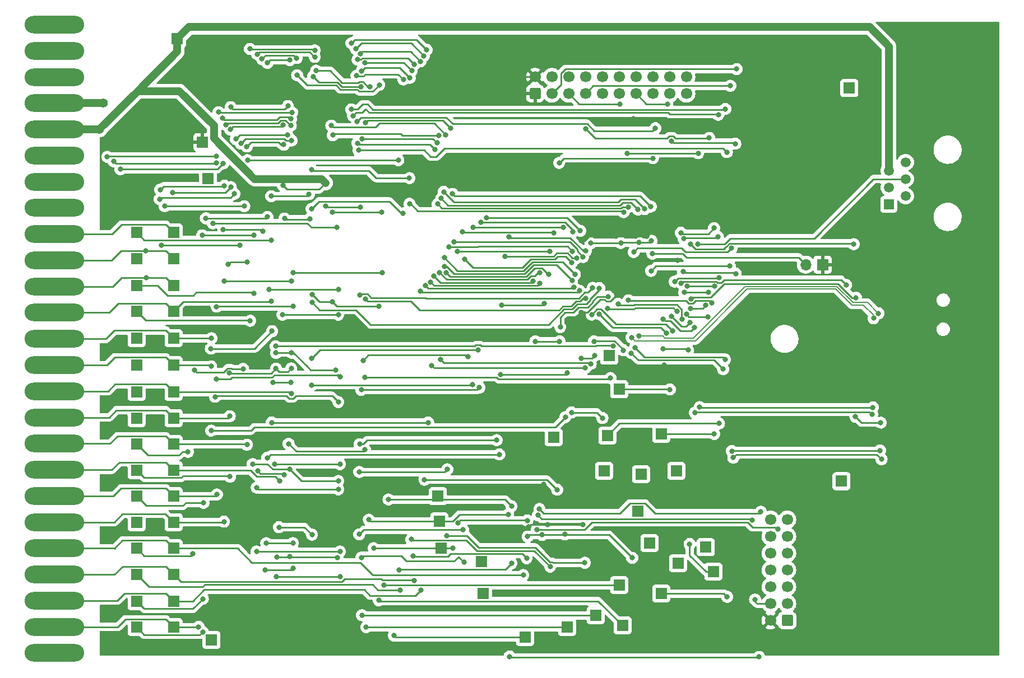
<source format=gbr>
%TF.GenerationSoftware,KiCad,Pcbnew,(6.0.9-0)*%
%TF.CreationDate,2023-01-03T21:00:15+01:00*%
%TF.ProjectId,MPSIBOARD,4d505349-424f-4415-9244-2e6b69636164,rev?*%
%TF.SameCoordinates,Original*%
%TF.FileFunction,Copper,L2,Bot*%
%TF.FilePolarity,Positive*%
%FSLAX46Y46*%
G04 Gerber Fmt 4.6, Leading zero omitted, Abs format (unit mm)*
G04 Created by KiCad (PCBNEW (6.0.9-0)) date 2023-01-03 21:00:15*
%MOMM*%
%LPD*%
G01*
G04 APERTURE LIST*
G04 Aperture macros list*
%AMRoundRect*
0 Rectangle with rounded corners*
0 $1 Rounding radius*
0 $2 $3 $4 $5 $6 $7 $8 $9 X,Y pos of 4 corners*
0 Add a 4 corners polygon primitive as box body*
4,1,4,$2,$3,$4,$5,$6,$7,$8,$9,$2,$3,0*
0 Add four circle primitives for the rounded corners*
1,1,$1+$1,$2,$3*
1,1,$1+$1,$4,$5*
1,1,$1+$1,$6,$7*
1,1,$1+$1,$8,$9*
0 Add four rect primitives between the rounded corners*
20,1,$1+$1,$2,$3,$4,$5,0*
20,1,$1+$1,$4,$5,$6,$7,0*
20,1,$1+$1,$6,$7,$8,$9,0*
20,1,$1+$1,$8,$9,$2,$3,0*%
G04 Aperture macros list end*
%TA.AperFunction,ComponentPad*%
%ADD10R,1.700000X1.700000*%
%TD*%
%TA.AperFunction,ComponentPad*%
%ADD11R,1.520000X1.520000*%
%TD*%
%TA.AperFunction,ComponentPad*%
%ADD12C,1.520000*%
%TD*%
%TA.AperFunction,ComponentPad*%
%ADD13O,1.700000X1.700000*%
%TD*%
%TA.AperFunction,ComponentPad*%
%ADD14RoundRect,0.250000X0.600000X0.600000X-0.600000X0.600000X-0.600000X-0.600000X0.600000X-0.600000X0*%
%TD*%
%TA.AperFunction,ComponentPad*%
%ADD15C,1.700000*%
%TD*%
%TA.AperFunction,SMDPad,CuDef*%
%ADD16O,9.000000X2.650000*%
%TD*%
%TA.AperFunction,ComponentPad*%
%ADD17RoundRect,0.250000X0.600000X-0.600000X0.600000X0.600000X-0.600000X0.600000X-0.600000X-0.600000X0*%
%TD*%
%TA.AperFunction,ViaPad*%
%ADD18C,1.400000*%
%TD*%
%TA.AperFunction,ViaPad*%
%ADD19C,0.800000*%
%TD*%
%TA.AperFunction,ViaPad*%
%ADD20C,1.200000*%
%TD*%
%TA.AperFunction,ViaPad*%
%ADD21C,1.000000*%
%TD*%
%TA.AperFunction,Conductor*%
%ADD22C,0.250000*%
%TD*%
%TA.AperFunction,Conductor*%
%ADD23C,0.200000*%
%TD*%
%TA.AperFunction,Conductor*%
%ADD24C,1.200000*%
%TD*%
%TA.AperFunction,Conductor*%
%ADD25C,0.600000*%
%TD*%
G04 APERTURE END LIST*
D10*
%TO.P,TP51,1,1*%
%TO.N,/SO0*%
X48768000Y-101346000D03*
%TD*%
%TO.P,TP36,1,1*%
%TO.N,/nDI5*%
X54356000Y-89408000D03*
%TD*%
%TO.P,TP33,1,1*%
%TO.N,/nDI2*%
X48768000Y-81280000D03*
%TD*%
%TO.P,TP48,1,1*%
%TO.N,/nSI1*%
X54356000Y-105283000D03*
%TD*%
%TO.P,TP18,1,1*%
%TO.N,/GMACK*%
X135890000Y-120650000D03*
%TD*%
%TO.P,TP1,1,1*%
%TO.N,/GPSEL2*%
X124460000Y-111506000D03*
%TD*%
%TO.P,TP2,1,1*%
%TO.N,/GPSEL3*%
X130302000Y-105410000D03*
%TD*%
%TO.P,TP30,1,1*%
%TO.N,/GPSEL1*%
X100838000Y-119126000D03*
%TD*%
%TO.P,TP42,1,1*%
%TO.N,/DO3*%
X54356000Y-77343000D03*
%TD*%
%TO.P,TP49,1,1*%
%TO.N,/nSI2*%
X54356000Y-109220000D03*
%TD*%
%TO.P,TP20,1,1*%
%TO.N,/DATACLK*%
X128016000Y-123952000D03*
%TD*%
D11*
%TO.P,J6,1*%
%TO.N,unconnected-(J6-Pad1)*%
X162400000Y-65090000D03*
D12*
%TO.P,J6,2*%
%TO.N,GND*%
X164940000Y-63820000D03*
%TO.P,J6,3*%
%TO.N,/SDA*%
X162400000Y-62550000D03*
%TO.P,J6,4*%
%TO.N,/SCL*%
X164940000Y-61280000D03*
%TO.P,J6,5*%
%TO.N,+5V*%
X162400000Y-60010000D03*
%TO.P,J6,6*%
%TO.N,unconnected-(J6-Pad6)*%
X164940000Y-58740000D03*
%TD*%
D10*
%TO.P,TP56,1,1*%
%TO.N,/nSSI*%
X48768000Y-125095000D03*
%TD*%
%TO.P,TP16,1,1*%
%TO.N,/CFIHOST*%
X126238000Y-116332000D03*
%TD*%
%TO.P,TP61,1,1*%
%TO.N,GND*%
X156440000Y-47510000D03*
%TD*%
%TO.P,TP4,1,1*%
%TO.N,/TPSEL0*%
X124968000Y-105918000D03*
%TD*%
%TO.P,TP19,1,1*%
%TO.N,/CFI*%
X130556000Y-119380000D03*
%TD*%
%TO.P,TP10,1,1*%
%TO.N,/RST*%
X111760000Y-100330000D03*
%TD*%
%TO.P,TP22,1,1*%
%TO.N,/STATUS_ENB*%
X122174000Y-128778000D03*
%TD*%
%TO.P,TP50,1,1*%
%TO.N,/nSI3*%
X54356000Y-113157000D03*
%TD*%
%TO.P,TP44,1,1*%
%TO.N,/DO5*%
X48768000Y-89408000D03*
%TD*%
%TO.P,TP9,1,1*%
%TO.N,/nCEO*%
X48768000Y-129032000D03*
%TD*%
%TO.P,TP34,1,1*%
%TO.N,/nDI3*%
X48768000Y-77343000D03*
%TD*%
%TO.P,JP1,1,1*%
%TO.N,+3V3*%
X152400000Y-74210000D03*
D13*
%TO.P,JP1,2,2*%
%TO.N,Net-(JP1-Pad2)*%
X149860000Y-74210000D03*
%TD*%
D10*
%TO.P,TP60,1,1*%
%TO.N,GND*%
X155260000Y-106970000D03*
%TD*%
%TO.P,TP3,1,1*%
%TO.N,/PRENABLE*%
X128016000Y-99822000D03*
%TD*%
%TO.P,TP21,1,1*%
%TO.N,/ACK*%
X121666000Y-122682000D03*
%TD*%
%TO.P,TP62,1,1*%
%TO.N,GND*%
X59563000Y-61214000D03*
%TD*%
%TO.P,TP40,1,1*%
%TO.N,/DO1*%
X48768000Y-73279000D03*
%TD*%
%TO.P,TP45,1,1*%
%TO.N,/DO6*%
X48768000Y-93472000D03*
%TD*%
D14*
%TO.P,J4,1,Pin_1*%
%TO.N,GND*%
X147066000Y-128016000D03*
D15*
%TO.P,J4,2,Pin_2*%
%TO.N,+3V3*%
X144526000Y-128016000D03*
%TO.P,J4,3,Pin_3*%
%TO.N,GND*%
X147066000Y-125476000D03*
%TO.P,J4,4,Pin_4*%
%TO.N,/XILINX_TMS*%
X144526000Y-125476000D03*
%TO.P,J4,5,Pin_5*%
%TO.N,GND*%
X147066000Y-122936000D03*
%TO.P,J4,6,Pin_6*%
%TO.N,/XILINX_TCK*%
X144526000Y-122936000D03*
%TO.P,J4,7,Pin_7*%
%TO.N,GND*%
X147066000Y-120396000D03*
%TO.P,J4,8,Pin_8*%
%TO.N,/XILINX_TDO*%
X144526000Y-120396000D03*
%TO.P,J4,9,Pin_9*%
%TO.N,GND*%
X147066000Y-117856000D03*
%TO.P,J4,10,Pin_10*%
%TO.N,/XILINX_TDI*%
X144526000Y-117856000D03*
%TO.P,J4,11,Pin_11*%
%TO.N,GND*%
X147066000Y-115316000D03*
%TO.P,J4,12,Pin_12*%
%TO.N,unconnected-(J4-Pad12)*%
X144526000Y-115316000D03*
%TO.P,J4,13,Pin_13*%
%TO.N,GND*%
X147066000Y-112776000D03*
%TO.P,J4,14,Pin_14*%
%TO.N,unconnected-(J4-Pad14)*%
X144526000Y-112776000D03*
%TD*%
D10*
%TO.P,TP29,1,1*%
%TO.N,/CO3*%
X54356000Y-121031000D03*
%TD*%
%TO.P,TP8,1,1*%
%TO.N,/TPSEL3*%
X120142000Y-87987500D03*
%TD*%
%TO.P,TP52,1,1*%
%TO.N,/SO1*%
X48768000Y-105283000D03*
%TD*%
%TO.P,TP54,1,1*%
%TO.N,/SO3*%
X48768000Y-113157000D03*
%TD*%
%TO.P,TP57,1,1*%
%TO.N,+5V*%
X54903000Y-40074000D03*
%TD*%
%TO.P,TP31,1,1*%
%TO.N,/nDI0*%
X48768000Y-69342000D03*
%TD*%
%TO.P,TP27,1,1*%
%TO.N,/CO1*%
X54356000Y-117094000D03*
%TD*%
%TO.P,TP47,1,1*%
%TO.N,/nSI0*%
X54356000Y-101346000D03*
%TD*%
%TO.P,TP35,1,1*%
%TO.N,/nDI4*%
X54356000Y-85344000D03*
%TD*%
D16*
%TO.P,J1,a1,Pin_a1*%
%TO.N,unconnected-(J1-Pada1)*%
X36327000Y-132963000D03*
%TO.P,J1,a2,Pin_a2*%
%TO.N,/nCFI*%
X36327000Y-129003000D03*
%TO.P,J1,a3,Pin_a3*%
%TO.N,/nSIH*%
X36327000Y-125043000D03*
%TO.P,J1,a4,Pin_a4*%
%TO.N,/CO3*%
X36327000Y-121083000D03*
%TO.P,J1,a5,Pin_a5*%
%TO.N,/CO1*%
X36327000Y-117123000D03*
%TO.P,J1,a6,Pin_a6*%
%TO.N,/nSI3*%
X36327000Y-113163000D03*
%TO.P,J1,a7,Pin_a7*%
%TO.N,/nSI2*%
X36327000Y-109203000D03*
%TO.P,J1,a8,Pin_a8*%
%TO.N,/nSI1*%
X36327000Y-105243000D03*
%TO.P,J1,a9,Pin_a9*%
%TO.N,/nSI0*%
X36327000Y-101283000D03*
%TO.P,J1,a10,Pin_a10*%
%TO.N,/nDI7*%
X36327000Y-97323000D03*
%TO.P,J1,a11,Pin_a11*%
%TO.N,/nDI6*%
X36327000Y-93363000D03*
%TO.P,J1,a12,Pin_a12*%
%TO.N,/nDI5*%
X36327000Y-89403000D03*
%TO.P,J1,a13,Pin_a13*%
%TO.N,/nDI4*%
X36327000Y-85443000D03*
%TO.P,J1,a14,Pin_a14*%
%TO.N,/nDI1*%
X36327000Y-81483000D03*
%TO.P,J1,a15,Pin_a15*%
%TO.N,/DO3*%
X36327000Y-77523000D03*
%TO.P,J1,a16,Pin_a16*%
%TO.N,/DO2*%
X36327000Y-73563000D03*
%TO.P,J1,a17,Pin_a17*%
%TO.N,/DO0*%
X36327000Y-69603000D03*
%TO.P,J1,a18,Pin_a18*%
%TO.N,unconnected-(J1-Pada18)*%
X36327000Y-65643000D03*
%TO.P,J1,a19,Pin_a19*%
%TO.N,unconnected-(J1-Pada19)*%
X36327000Y-61683000D03*
%TO.P,J1,a20,Pin_a20*%
%TO.N,unconnected-(J1-Pada20)*%
X36327000Y-57723000D03*
%TO.P,J1,a21,Pin_a21*%
%TO.N,+5V*%
X36327000Y-53763000D03*
%TO.P,J1,a22,Pin_a22*%
%TO.N,GND*%
X36327000Y-49803000D03*
%TO.P,J1,a23,Pin_a23*%
%TO.N,unconnected-(J1-Pada23)*%
X36327000Y-45843000D03*
%TO.P,J1,a24,Pin_a24*%
%TO.N,unconnected-(J1-Pada24)*%
X36327000Y-41883000D03*
%TO.P,J1,a25,Pin_a25*%
%TO.N,unconnected-(J1-Pada25)*%
X36327000Y-37923000D03*
%TD*%
D10*
%TO.P,TP55,1,1*%
%TO.N,/nCFI*%
X54356000Y-129032000D03*
%TD*%
%TO.P,TP25,1,1*%
%TO.N,/SSI*%
X107442000Y-130556000D03*
%TD*%
%TO.P,TP39,1,1*%
%TO.N,/DO0*%
X54356000Y-69342000D03*
%TD*%
%TO.P,TP37,1,1*%
%TO.N,/nDI6*%
X54356000Y-93472000D03*
%TD*%
%TO.P,TP59,1,1*%
%TO.N,GND*%
X60090000Y-130980000D03*
%TD*%
%TO.P,TP26,1,1*%
%TO.N,/CO0*%
X48768000Y-117094000D03*
%TD*%
%TO.P,TP13,1,1*%
%TO.N,/nGP*%
X94488000Y-113030000D03*
%TD*%
%TO.P,TP53,1,1*%
%TO.N,/SO2*%
X48768000Y-109220000D03*
%TD*%
%TO.P,TP11,1,1*%
%TO.N,/nSIH*%
X54356000Y-125095000D03*
%TD*%
%TO.P,TP5,1,1*%
%TO.N,/CTL*%
X119888000Y-100076000D03*
%TD*%
%TO.P,TP24,1,1*%
%TO.N,/INT_ID*%
X113792000Y-129032000D03*
%TD*%
%TO.P,TP43,1,1*%
%TO.N,/DO4*%
X48768000Y-85344000D03*
%TD*%
%TO.P,TP46,1,1*%
%TO.N,/DO7*%
X48768000Y-97409000D03*
%TD*%
%TO.P,TP58,1,1*%
%TO.N,+3V3*%
X58713000Y-55684000D03*
%TD*%
%TO.P,TP17,1,1*%
%TO.N,/INT*%
X134750000Y-116950000D03*
%TD*%
%TO.P,TP15,1,1*%
%TO.N,/GPSEL0*%
X101092000Y-123952000D03*
%TD*%
%TO.P,TP12,1,1*%
%TO.N,/nTP*%
X94300000Y-109250000D03*
%TD*%
%TO.P,TP32,1,1*%
%TO.N,/nDI1*%
X54356000Y-81280000D03*
%TD*%
%TO.P,TP14,1,1*%
%TO.N,/nPR*%
X94742000Y-117094000D03*
%TD*%
%TO.P,TP41,1,1*%
%TO.N,/DO2*%
X54356000Y-73279000D03*
%TD*%
%TO.P,TP23,1,1*%
%TO.N,/DATA_ENB*%
X118110000Y-127254000D03*
%TD*%
D17*
%TO.P,J5,1,Pin_1*%
%TO.N,+3V3*%
X108966000Y-48354000D03*
D15*
%TO.P,J5,2,Pin_2*%
X108966000Y-45814000D03*
%TO.P,J5,3,Pin_3*%
%TO.N,/TRST*%
X111506000Y-48354000D03*
%TO.P,J5,4,Pin_4*%
%TO.N,GND*%
X111506000Y-45814000D03*
%TO.P,J5,5,Pin_5*%
%TO.N,/TDI*%
X114046000Y-48354000D03*
%TO.P,J5,6,Pin_6*%
%TO.N,GND*%
X114046000Y-45814000D03*
%TO.P,J5,7,Pin_7*%
%TO.N,/TMS*%
X116586000Y-48354000D03*
%TO.P,J5,8,Pin_8*%
%TO.N,GND*%
X116586000Y-45814000D03*
%TO.P,J5,9,Pin_9*%
%TO.N,/TCK*%
X119126000Y-48354000D03*
%TO.P,J5,10,Pin_10*%
%TO.N,GND*%
X119126000Y-45814000D03*
%TO.P,J5,11,Pin_11*%
%TO.N,unconnected-(J5-Pad11)*%
X121666000Y-48354000D03*
%TO.P,J5,12,Pin_12*%
%TO.N,GND*%
X121666000Y-45814000D03*
%TO.P,J5,13,Pin_13*%
%TO.N,/TDO*%
X124206000Y-48354000D03*
%TO.P,J5,14,Pin_14*%
%TO.N,GND*%
X124206000Y-45814000D03*
%TO.P,J5,15,Pin_15*%
%TO.N,/RST*%
X126746000Y-48354000D03*
%TO.P,J5,16,Pin_16*%
%TO.N,GND*%
X126746000Y-45814000D03*
%TO.P,J5,17,Pin_17*%
%TO.N,unconnected-(J5-Pad17)*%
X129286000Y-48354000D03*
%TO.P,J5,18,Pin_18*%
%TO.N,GND*%
X129286000Y-45814000D03*
%TO.P,J5,19,Pin_19*%
%TO.N,unconnected-(J5-Pad19)*%
X131826000Y-48354000D03*
%TO.P,J5,20,Pin_20*%
%TO.N,GND*%
X131826000Y-45814000D03*
%TD*%
D10*
%TO.P,TP6,1,1*%
%TO.N,/TPSEL1*%
X119380000Y-105410000D03*
%TD*%
%TO.P,TP38,1,1*%
%TO.N,/nDI7*%
X54356000Y-97409000D03*
%TD*%
%TO.P,TP7,1,1*%
%TO.N,/TPSEL2*%
X121666000Y-93067500D03*
%TD*%
%TO.P,TP28,1,1*%
%TO.N,/CO2*%
X48768000Y-121031000D03*
%TD*%
D18*
%TO.N,+5V*%
X43163400Y-53763000D03*
D19*
%TO.N,/CO2*%
X88624500Y-123406500D03*
%TO.N,/CO3*%
X90715500Y-121957500D03*
D18*
%TO.N,GND*%
X43757800Y-49803000D03*
D19*
%TO.N,/nSIH*%
X91750000Y-123406500D03*
%TO.N,/nCFI*%
X58130379Y-128989347D03*
X69240400Y-84277200D03*
X59994800Y-86918800D03*
X71120000Y-67245900D03*
%TO.N,/SO3*%
X68542500Y-43706659D03*
X59232800Y-67208400D03*
X68542500Y-67005200D03*
%TO.N,/SO2*%
X58877200Y-110236000D03*
X61874400Y-68935600D03*
X67843986Y-69138300D03*
%TO.N,/SO1*%
X62890400Y-106273600D03*
X65474600Y-73803301D03*
X62636400Y-74168000D03*
%TO.N,/SO2*%
X67711955Y-43124755D03*
%TO.N,/SO1*%
X67005200Y-42418000D03*
%TO.N,/SO0*%
X65887600Y-41605200D03*
X56540400Y-102514400D03*
X66486800Y-69792500D03*
X58678406Y-69792500D03*
%TO.N,/CO0*%
X57302400Y-117906800D03*
X65545300Y-58420000D03*
X64858300Y-89978900D03*
X57556400Y-90132500D03*
%TO.N,/DO7*%
X65037300Y-65379600D03*
X53035200Y-65379600D03*
X65404109Y-56357378D03*
%TO.N,/DO6*%
X64522730Y-55886021D03*
X52526100Y-71241500D03*
X64394500Y-71241500D03*
%TO.N,/DO5*%
X52273200Y-64312800D03*
X63777822Y-55219600D03*
X63550800Y-63500000D03*
%TO.N,/DO0*%
X54203600Y-63296800D03*
X62992000Y-50393600D03*
X63002502Y-62497623D03*
%TO.N,/DO4*%
X52324000Y-62890400D03*
X62026800Y-62280800D03*
X62924466Y-53779949D03*
%TO.N,/DO3*%
X46329600Y-59791600D03*
X62243300Y-53048500D03*
X61878322Y-58891181D03*
X50222400Y-76168000D03*
%TO.N,/DO2*%
X50117474Y-72097446D03*
X45313600Y-58585700D03*
X61786100Y-52070000D03*
X60858400Y-58860703D03*
%TO.N,/DO1*%
X44348400Y-57912000D03*
X61163200Y-51155600D03*
X60858400Y-57861200D03*
%TO.N,/nSSI*%
X58775600Y-124764800D03*
X60299600Y-67970400D03*
%TO.N,/nSI1*%
X70358000Y-106934000D03*
%TO.N,/nDI5*%
X60629800Y-94196500D03*
X60032300Y-89611200D03*
%TO.N,/nDI4*%
X60096400Y-85344000D03*
X60801500Y-91541600D03*
%TO.N,/nDI7*%
X62839600Y-97129600D03*
X62788800Y-90627200D03*
%TO.N,/nCEO*%
X58771067Y-129756500D03*
X60045600Y-99314000D03*
%TO.N,/nSI2*%
X60909200Y-108966000D03*
X60858400Y-80568800D03*
%TO.N,/nDI1*%
X69116500Y-79756000D03*
%TO.N,/nDI3*%
X66497200Y-78536800D03*
%TO.N,/nDI2*%
X65925100Y-82702400D03*
%TO.N,/nSI0*%
X68783200Y-77978000D03*
X65442500Y-101447600D03*
%TO.N,/nSI3*%
X61976000Y-113080800D03*
X61976000Y-76708000D03*
%TO.N,/nDI0*%
X74828400Y-63550800D03*
X69116500Y-63855600D03*
X69116500Y-70510400D03*
D20*
%TO.N,+3V3*%
X52939600Y-53122400D03*
D19*
X106425000Y-93325000D03*
X110250000Y-107474500D03*
X128500000Y-89394500D03*
X134150000Y-104800000D03*
X141600000Y-106500000D03*
X157550000Y-73475000D03*
X110095000Y-58545000D03*
X140208000Y-48000000D03*
X78085591Y-41890591D03*
X110490000Y-123825000D03*
%TO.N,/DATA_ENB*%
X82829400Y-127228600D03*
%TO.N,/CFI*%
X116484400Y-119303800D03*
%TO.N,+3V3*%
X100406200Y-45186600D03*
%TO.N,GND*%
X123647200Y-118567200D03*
%TO.N,+3V3*%
X128270000Y-52705000D03*
X123825000Y-52124500D03*
%TO.N,/INT_ID*%
X66320000Y-104370000D03*
%TO.N,/RST*%
X126760000Y-58120000D03*
X112600000Y-58830000D03*
D21*
%TO.N,+3V3*%
X156400000Y-100230000D03*
X160850000Y-99360000D03*
D19*
%TO.N,/XILINX_TDI*%
X143070000Y-111590400D03*
%TO.N,/XILINX_TMS*%
X142200000Y-124860000D03*
X141754500Y-112860000D03*
%TO.N,/XILINX_TCK*%
X145690000Y-114200000D03*
X109220000Y-114320000D03*
%TO.N,/XILINX_TMS*%
X109389159Y-112130052D03*
%TO.N,/XILINX_TDI*%
X109630000Y-111160000D03*
%TO.N,/XILINX_TDO*%
X142810000Y-133540000D03*
X105120000Y-133480000D03*
%TO.N,Net-(JP1-Pad2)*%
X126700000Y-72560000D03*
%TO.N,/SCL*%
X133580000Y-71080000D03*
%TO.N,/SDA*%
X157110000Y-71120000D03*
X132450000Y-71100000D03*
%TO.N,/TRST*%
X139409400Y-44639000D03*
X126494500Y-75160000D03*
X138380000Y-74430000D03*
%TO.N,/TMS*%
X138458500Y-47167800D03*
X138660000Y-71720000D03*
X123870000Y-72310000D03*
%TO.N,/SDIO_D0*%
X137374500Y-90017600D03*
X161070000Y-102320000D03*
X138704500Y-102412800D03*
X123500000Y-87590000D03*
%TO.N,/SDIO_D1*%
X137668000Y-88544400D03*
X138915872Y-103389697D03*
X161310000Y-103650000D03*
X124068508Y-86767927D03*
%TO.N,/DATA_ENB*%
X69951600Y-118414800D03*
X78840000Y-90170000D03*
X72200000Y-87540000D03*
X72098500Y-91990000D03*
X69379500Y-91990000D03*
X69836700Y-87556733D03*
%TO.N,+3V3*%
X116180000Y-113560000D03*
X110820000Y-113520000D03*
X107980000Y-113890000D03*
%TO.N,GND*%
X110007400Y-115087400D03*
X113470000Y-115009500D03*
X107850000Y-115340000D03*
%TO.N,/GMACK*%
X132080000Y-87140000D03*
X132310000Y-116470000D03*
X128330000Y-86940000D03*
%TO.N,/SDIO_SCK*%
X157440000Y-79220000D03*
X132510000Y-79370000D03*
%TO.N,/TDI*%
X121760000Y-49930000D03*
X122850000Y-57364500D03*
X132350000Y-83000000D03*
X133600000Y-57364500D03*
X129590000Y-82025500D03*
%TO.N,/TCK*%
X116590000Y-53690000D03*
X135280000Y-55055500D03*
X133025388Y-83736787D03*
X128300000Y-82430000D03*
%TO.N,/SDIO_CMD*%
X161190000Y-98120000D03*
X131039503Y-77004500D03*
X155960000Y-77280000D03*
X157375500Y-97214500D03*
%TO.N,/SDIO_D3*%
X134750000Y-80374500D03*
X133101500Y-96600000D03*
X159880000Y-96890000D03*
X132444689Y-80819500D03*
%TO.N,/SDIO_D2*%
X160010000Y-95810000D03*
X131827701Y-81673231D03*
X133826000Y-95765500D03*
X135074500Y-82080000D03*
%TO.N,/TDO*%
X128950000Y-49940000D03*
X129540000Y-55530000D03*
X139283452Y-75576451D03*
X131330000Y-75250000D03*
X139215497Y-55925497D03*
%TO.N,/DATACLK*%
X82300000Y-56930000D03*
X137945497Y-57195497D03*
%TO.N,+3V3*%
X115910000Y-81460000D03*
X125770000Y-78070000D03*
%TO.N,/RED*%
X113830000Y-90584500D03*
X103750000Y-90830000D03*
X103880000Y-80345500D03*
X110340000Y-80120000D03*
%TO.N,+3V3*%
X115960000Y-70640000D03*
%TO.N,GND*%
X117340000Y-70970000D03*
X121925500Y-70930000D03*
X126558913Y-70624512D03*
X124650000Y-70880000D03*
%TO.N,/GREEN*%
X112670000Y-85825500D03*
X109010000Y-85825500D03*
%TO.N,/USB_P*%
X160841232Y-81578768D03*
%TO.N,/USB_N*%
X160098768Y-82321232D03*
%TO.N,/USB_P*%
X124676967Y-85008768D03*
%TO.N,/USB_N*%
X123563796Y-85238616D03*
%TO.N,/DATACLK*%
X130040000Y-76790000D03*
X137980000Y-124450000D03*
X136788743Y-76202722D03*
%TO.N,/CTL*%
X136749000Y-98230000D03*
X131958891Y-77504500D03*
X136050000Y-77504500D03*
%TO.N,/PRENABLE*%
X136024500Y-99822000D03*
X131518397Y-78431645D03*
X135170000Y-78395000D03*
%TO.N,/INT10EN*%
X71082500Y-106030000D03*
X69790000Y-86550000D03*
X67065548Y-105445000D03*
X120750000Y-86537998D03*
%TO.N,/TPSEL2*%
X129330000Y-93090000D03*
X130378201Y-81301000D03*
X119884952Y-80875048D03*
%TO.N,/TPSEL1*%
X117990000Y-87960000D03*
X115925500Y-88365500D03*
X114489500Y-96560000D03*
X119150000Y-97410000D03*
%TO.N,/INT11EN*%
X71740000Y-101320000D03*
X120360000Y-91360000D03*
X83220000Y-91240000D03*
X83256285Y-102195500D03*
%TO.N,+3V3*%
X125374500Y-73580000D03*
X130470000Y-73610000D03*
X125860000Y-69910000D03*
%TO.N,/STM_DO0*%
X131400000Y-70294500D03*
X137700000Y-50675000D03*
X136580653Y-69980653D03*
X81210000Y-50740000D03*
%TO.N,/STM_DO1*%
X81455584Y-51708862D03*
X136004500Y-68700000D03*
X136650000Y-51549500D03*
X130996172Y-69380208D03*
%TO.N,/STM_DO2*%
X82090000Y-52544500D03*
X127140000Y-53581000D03*
%TO.N,/STM_DO3*%
X83358500Y-52735500D03*
X96507991Y-63532009D03*
X126440705Y-65430965D03*
X96220000Y-53620000D03*
%TO.N,/STM_DO4*%
X78199500Y-53185148D03*
X95164500Y-63213116D03*
X125517285Y-65813458D03*
X95490000Y-54610000D03*
%TO.N,+3V3*%
X121220000Y-69910000D03*
X117380000Y-69690000D03*
%TO.N,/STM_DO6*%
X94254500Y-65050000D03*
X94180000Y-55800000D03*
%TO.N,/STM_DO5*%
X78420000Y-54634148D03*
X94454200Y-54714200D03*
X124520000Y-65880000D03*
X94799806Y-64212356D03*
%TO.N,+3V3*%
X127890000Y-66320000D03*
X124160000Y-69910000D03*
%TO.N,/INT1EN*%
X89990000Y-61130000D03*
X90000000Y-65010000D03*
%TO.N,/STM_DO6*%
X123020910Y-65534698D03*
X82837543Y-55164200D03*
%TO.N,/INT1EN*%
X75234800Y-59893200D03*
X122360000Y-66284500D03*
%TO.N,/INT*%
X135683770Y-80018020D03*
X123077158Y-79607441D03*
%TO.N,/CFIHOST*%
X131140000Y-82480000D03*
X121520000Y-80140000D03*
%TO.N,/RST*%
X112770000Y-83650000D03*
X120020000Y-79050000D03*
%TO.N,/nSTM_SI1*%
X75266500Y-79920000D03*
X118672961Y-77775618D03*
%TO.N,/nSTM_SI2*%
X82490000Y-78800000D03*
%TO.N,/nSTM_SI3*%
X83358500Y-79408500D03*
%TO.N,/nSTM_SI2*%
X117674500Y-77730000D03*
%TO.N,/nSTM_SI3*%
X116584713Y-79319886D03*
%TO.N,/nSTM_DI0*%
X101643494Y-67127000D03*
X82710000Y-93154500D03*
X100570000Y-92800000D03*
X115794417Y-69101371D03*
%TO.N,/nSTM_DI1*%
X114630000Y-69290000D03*
X100770000Y-67852000D03*
X100364500Y-87100000D03*
X75200500Y-88390000D03*
%TO.N,/nSTM_DI2*%
X75200500Y-92430000D03*
X99640000Y-68576500D03*
X113223500Y-68576500D03*
X99550000Y-92400000D03*
%TO.N,/nSTM_DI3*%
X82970000Y-88690000D03*
X97950000Y-69250000D03*
X98880000Y-88090000D03*
X111764354Y-69394920D03*
%TO.N,/nSTM_DI4*%
X70282800Y-113920000D03*
X116615500Y-72139071D03*
X75266500Y-115040000D03*
X105050000Y-70026000D03*
X103574500Y-102920000D03*
X68515048Y-103425048D03*
%TO.N,/nSTM_DI5*%
X69183500Y-98081500D03*
X116228964Y-73060806D03*
X96757142Y-70795500D03*
X92814500Y-98081500D03*
%TO.N,/nSTM_DI7*%
X82408000Y-115010000D03*
X95960000Y-71520000D03*
X114600944Y-72179244D03*
X98090000Y-114310000D03*
%TO.N,/nSTM_DI6*%
X82723000Y-118537000D03*
X97194500Y-72244500D03*
X98220000Y-119240000D03*
X111216705Y-72210500D03*
%TO.N,/INT8EN*%
X82460000Y-101380000D03*
X115244055Y-73230980D03*
X103154500Y-100760000D03*
X104465000Y-72935000D03*
%TO.N,/TPSEL0*%
X117874500Y-85825500D03*
X122310000Y-87170000D03*
%TO.N,/GPSEL2*%
X117543474Y-81773734D03*
X129751716Y-84239917D03*
%TO.N,/GPSEL3*%
X118640000Y-81680000D03*
X128820000Y-84601731D03*
%TO.N,/GPSEL1*%
X94700000Y-88580000D03*
X117374500Y-89242552D03*
%TO.N,/nPR*%
X107790000Y-112900000D03*
X97322648Y-113242646D03*
X96594000Y-117094000D03*
%TO.N,/GPSEL0*%
X93354500Y-89450000D03*
X116550000Y-89860000D03*
%TO.N,/INT9EN*%
X82408000Y-105560000D03*
X114520000Y-73920000D03*
X98369000Y-73420000D03*
X95715893Y-105164107D03*
%TO.N,/STM_DO7*%
X82120000Y-55860000D03*
X93804500Y-56780000D03*
X95576100Y-75452176D03*
X111000000Y-75690000D03*
%TO.N,/STM_SO0*%
X114980902Y-75703442D03*
X81220000Y-40720000D03*
X92594892Y-41722084D03*
X95252299Y-73137701D03*
%TO.N,/STM_SO1*%
X81881037Y-41570197D03*
X92186393Y-42634297D03*
X95245064Y-74460000D03*
X114560000Y-76610000D03*
%TO.N,/STM_SO2*%
X109680000Y-75460000D03*
X91644133Y-43473915D03*
X82573274Y-42291178D03*
X94520564Y-75421239D03*
%TO.N,/STM_SO3*%
X93685497Y-75970483D03*
X82167049Y-43204407D03*
X90740000Y-43900000D03*
X108650715Y-76665500D03*
%TO.N,/nSTM_PR*%
X83240000Y-43694500D03*
X109650000Y-77050000D03*
X90330000Y-44890000D03*
X93183311Y-76834667D03*
%TO.N,/nSTM_GP*%
X92366000Y-77410000D03*
X82723001Y-44989372D03*
X114800000Y-77630000D03*
X90047242Y-45968114D03*
%TO.N,/nSTM_TP*%
X81985464Y-45663941D03*
X91641500Y-78230000D03*
X115660000Y-78180000D03*
X89080000Y-46220000D03*
%TO.N,/CFI*%
X75184000Y-65786000D03*
X89054000Y-66465000D03*
%TO.N,/nTP*%
X105410000Y-110744000D03*
%TO.N,/nGP*%
X104902000Y-112014000D03*
%TO.N,/CFI*%
X95590000Y-115194500D03*
%TO.N,/nSIH*%
X112307509Y-108246211D03*
X92259000Y-106750000D03*
%TO.N,/CO0*%
X111252000Y-119888000D03*
X90291500Y-115750000D03*
X88314500Y-58420000D03*
%TO.N,/CO3*%
X90551000Y-118300500D03*
X107696000Y-118618000D03*
%TO.N,/CO1*%
X107188000Y-121158000D03*
%TO.N,/CO2*%
X105410000Y-119380000D03*
X88392000Y-120396000D03*
%TO.N,/INT_ID*%
X71882000Y-105156000D03*
X79248000Y-106934000D03*
X83464400Y-129032000D03*
%TO.N,/SSI*%
X87630000Y-130302000D03*
X85804500Y-66294000D03*
X78331500Y-66256500D03*
%TO.N,/nTP*%
X86830500Y-109728000D03*
X73029796Y-45567000D03*
X85430000Y-47030000D03*
%TO.N,/nGP*%
X83857500Y-112776000D03*
X75438000Y-45757500D03*
X82680000Y-47285500D03*
%TO.N,/nPR*%
X75908500Y-44875666D03*
X84582000Y-117094000D03*
X84019549Y-47285500D03*
%TO.N,/DATA_ENB*%
X71882000Y-118364000D03*
X79125810Y-118528006D03*
%TO.N,/ACK*%
X86106000Y-122682000D03*
X72390000Y-75438000D03*
X85852000Y-75438000D03*
%TO.N,/STATUS_ENB*%
X75266500Y-78740000D03*
X78390000Y-79850000D03*
X85344000Y-80518000D03*
X85344000Y-124968000D03*
%TO.N,/nCEO*%
X113538000Y-97282000D03*
%TO.N,/nDI0*%
X79502000Y-117602000D03*
X66890300Y-117602000D03*
%TO.N,/nDI1*%
X79502000Y-121412000D03*
X69900800Y-121412000D03*
%TO.N,/nSI0*%
X79248000Y-108204000D03*
X66924701Y-107928899D03*
%TO.N,/nDI7*%
X69596000Y-104394000D03*
X79502000Y-104394000D03*
X69836700Y-89948050D03*
%TO.N,/nSI1*%
X70815200Y-81788000D03*
%TO.N,/nDI3*%
X68363500Y-116332000D03*
X72390000Y-116332000D03*
%TO.N,/nDI2*%
X68199000Y-120370600D03*
X72390000Y-120142000D03*
%TO.N,/nDI5*%
X79248000Y-94996000D03*
%TO.N,/nDI4*%
X79502000Y-91186000D03*
%TO.N,/nDI6*%
X72136000Y-93726000D03*
%TO.N,/nDI7*%
X72136000Y-89916000D03*
%TO.N,/nSI1*%
X79248000Y-81788000D03*
%TO.N,/nSI0*%
X79248000Y-77978000D03*
%TO.N,/nSI2*%
X72390000Y-80518000D03*
%TO.N,/nSI3*%
X72136000Y-76708000D03*
%TO.N,/nSSI*%
X78994000Y-68580000D03*
%TO.N,/nCFI*%
X74930000Y-67310000D03*
%TO.N,/DO7*%
X71015353Y-56072056D03*
%TO.N,/DO6*%
X72183630Y-55435865D03*
%TO.N,/DO5*%
X71586087Y-54634648D03*
%TO.N,/DO4*%
X70866000Y-53086000D03*
%TO.N,/DO3*%
X72069488Y-53175866D03*
%TO.N,/DO2*%
X72110333Y-52177198D03*
%TO.N,/DO1*%
X72255680Y-51188320D03*
%TO.N,/DO0*%
X71628000Y-50241200D03*
%TO.N,/SO3*%
X71910353Y-43280500D03*
%TO.N,/SO2*%
X72939000Y-42967000D03*
%TO.N,/SO1*%
X75692000Y-42816003D03*
%TO.N,/SO0*%
X75692000Y-41816500D03*
%TO.N,+5V*%
X82550000Y-65532000D03*
X77332000Y-65394000D03*
X70866000Y-62230000D03*
X77332000Y-61860000D03*
%TD*%
D22*
%TO.N,/SDIO_D3*%
X134750000Y-80374500D02*
X134305000Y-80819500D01*
X134305000Y-80819500D02*
X132444689Y-80819500D01*
%TO.N,/SDIO_SCK*%
X132760000Y-79120000D02*
X135533166Y-79120000D01*
X135533166Y-79120000D02*
X137564166Y-77089000D01*
X132510000Y-79370000D02*
X132760000Y-79120000D01*
X137564166Y-77089000D02*
X154743695Y-77089000D01*
X154743695Y-77089000D02*
X156874695Y-79220000D01*
X156874695Y-79220000D02*
X157440000Y-79220000D01*
%TO.N,Net-(JP1-Pad2)*%
X126700000Y-72560000D02*
X131260000Y-72560000D01*
X131260000Y-72560000D02*
X131830000Y-73130000D01*
X131830000Y-73130000D02*
X148780000Y-73130000D01*
X148780000Y-73130000D02*
X149860000Y-74210000D01*
%TO.N,/SDA*%
X132450000Y-71100000D02*
X133210000Y-71860000D01*
X133210000Y-71860000D02*
X137486800Y-71860000D01*
X137824695Y-71530000D02*
X138359695Y-70995000D01*
X137486800Y-71860000D02*
X137816800Y-71530000D01*
X137816800Y-71530000D02*
X137824695Y-71530000D01*
X138359695Y-70995000D02*
X157075000Y-70995000D01*
X157075000Y-70995000D02*
X157200000Y-71120000D01*
X157200000Y-71120000D02*
X157110000Y-71120000D01*
%TO.N,/STM_DO0*%
X82905000Y-49985000D02*
X82150000Y-50740000D01*
X137575000Y-50800000D02*
X84473805Y-50800000D01*
X137700000Y-50675000D02*
X137575000Y-50800000D01*
X84473805Y-50800000D02*
X83658805Y-49985000D01*
X82150000Y-50740000D02*
X81210000Y-50740000D01*
X83658805Y-49985000D02*
X82905000Y-49985000D01*
%TO.N,/STM_DO1*%
X136650000Y-51549500D02*
X136560900Y-51460400D01*
X136560900Y-51460400D02*
X129310705Y-51460400D01*
X129100305Y-51250000D02*
X83897808Y-51250000D01*
X129310705Y-51460400D02*
X129100305Y-51250000D01*
X83897808Y-51250000D02*
X83358500Y-50710692D01*
X83358500Y-50710692D02*
X82819192Y-51250000D01*
X82819192Y-51250000D02*
X81914446Y-51250000D01*
X81914446Y-51250000D02*
X81455584Y-51708862D01*
%TO.N,/DO6*%
X64522730Y-55886021D02*
X65239951Y-55168800D01*
X65239951Y-55168800D02*
X71094934Y-55168800D01*
X71094934Y-55168800D02*
X71361999Y-55435865D01*
X71361999Y-55435865D02*
X72183630Y-55435865D01*
%TO.N,/nSTM_SI2*%
X116994500Y-78410000D02*
X116470000Y-78410000D01*
X115580000Y-79300000D02*
X92510000Y-79300000D01*
X116470000Y-78410000D02*
X115580000Y-79300000D01*
X92510000Y-79300000D02*
X92420000Y-79210000D01*
X117674500Y-77730000D02*
X116994500Y-78410000D01*
X92420000Y-79210000D02*
X84200000Y-79210000D01*
X84200000Y-79210000D02*
X83673500Y-78683500D01*
X83673500Y-78683500D02*
X82606500Y-78683500D01*
X82606500Y-78683500D02*
X82490000Y-78800000D01*
%TO.N,/nSTM_TP*%
X115660000Y-78180000D02*
X115485000Y-78355000D01*
X115485000Y-78355000D02*
X91766500Y-78355000D01*
X91766500Y-78355000D02*
X91641500Y-78230000D01*
%TO.N,/nSTM_SI1*%
X84130000Y-83270000D02*
X81923000Y-81063000D01*
X118672961Y-78027039D02*
X117309713Y-79390287D01*
X118672961Y-77775618D02*
X118672961Y-78027039D01*
X117309713Y-79620191D02*
X116729904Y-80200000D01*
X117309713Y-79390287D02*
X117309713Y-79620191D01*
X81923000Y-81063000D02*
X76409500Y-81063000D01*
X116729904Y-80200000D02*
X115356396Y-80200000D01*
X115356396Y-80200000D02*
X114586396Y-80970000D01*
X114586396Y-80970000D02*
X113340000Y-80970000D01*
X113340000Y-80970000D02*
X111040000Y-83270000D01*
X111040000Y-83270000D02*
X84130000Y-83270000D01*
X76409500Y-81063000D02*
X75266500Y-79920000D01*
D23*
%TO.N,/USB_P*%
X124676967Y-85008768D02*
X124707399Y-85039200D01*
X124707399Y-85039200D02*
X128267519Y-85039200D01*
X128267519Y-85039200D02*
X128530050Y-85301731D01*
X128530050Y-85301731D02*
X132842719Y-85301731D01*
X132842719Y-85301731D02*
X140630450Y-77514000D01*
X140630450Y-77514000D02*
X154567655Y-77514000D01*
X154567655Y-77514000D02*
X156973655Y-79920000D01*
X156973655Y-79920000D02*
X159182464Y-79920000D01*
X159182464Y-79920000D02*
X160841232Y-81578768D01*
D22*
%TO.N,/CO3*%
X96235000Y-117951000D02*
X107029000Y-117951000D01*
X90551000Y-118300500D02*
X90614500Y-118364000D01*
X90614500Y-118364000D02*
X95822000Y-118364000D01*
X95822000Y-118364000D02*
X96235000Y-117951000D01*
X107029000Y-117951000D02*
X107696000Y-118618000D01*
%TO.N,/nSIH*%
X92259000Y-106750000D02*
X110811298Y-106750000D01*
X110811298Y-106750000D02*
X112307509Y-108246211D01*
%TO.N,/CO1*%
X54356000Y-117094000D02*
X64008000Y-117094000D01*
X64008000Y-117094000D02*
X66167000Y-119253000D01*
X66167000Y-119253000D02*
X82550000Y-119253000D01*
X82550000Y-119253000D02*
X84455000Y-121158000D01*
X84455000Y-121158000D02*
X89525500Y-121158000D01*
%TO.N,/nSIH*%
X91750000Y-123406500D02*
X90913500Y-124243000D01*
X90913500Y-124243000D02*
X83984000Y-124243000D01*
X83984000Y-124243000D02*
X83134200Y-123393200D01*
X83134200Y-123393200D02*
X58928000Y-123393200D01*
X58928000Y-123393200D02*
X57226200Y-125095000D01*
X57226200Y-125095000D02*
X54356000Y-125095000D01*
%TO.N,/CO2*%
X84413000Y-122587000D02*
X59097804Y-122587000D01*
X59097804Y-122587000D02*
X58717402Y-122967402D01*
X88624500Y-123406500D02*
X88343500Y-123406500D01*
X88343500Y-123406500D02*
X88343000Y-123407000D01*
X88343000Y-123407000D02*
X85233000Y-123407000D01*
X85233000Y-123407000D02*
X84413000Y-122587000D01*
X58717402Y-122967402D02*
X50704402Y-122967402D01*
X50704402Y-122967402D02*
X48768000Y-121031000D01*
%TO.N,/CO3*%
X90641000Y-121883000D02*
X85867000Y-121883000D01*
X85867000Y-121883000D02*
X85734000Y-121750000D01*
X90715500Y-121957500D02*
X90641000Y-121883000D01*
X85734000Y-121750000D02*
X80189305Y-121750000D01*
X80189305Y-121750000D02*
X79802305Y-122137000D01*
X79802305Y-122137000D02*
X55462000Y-122137000D01*
X55462000Y-122137000D02*
X54356000Y-121031000D01*
%TO.N,/CO1*%
X89525500Y-121158000D02*
X107188000Y-121158000D01*
D24*
%TO.N,+5V*%
X162400000Y-60010000D02*
X162400000Y-41191200D01*
X159512000Y-38303200D02*
X56673800Y-38303200D01*
X162400000Y-41191200D02*
X159512000Y-38303200D01*
X56673800Y-38303200D02*
X54903000Y-40074000D01*
X43163400Y-53763000D02*
X48945800Y-47980600D01*
X48945800Y-47980600D02*
X54903000Y-42023400D01*
X77332000Y-61860000D02*
X76736800Y-61264800D01*
X55245000Y-47980600D02*
X48945800Y-47980600D01*
X76736800Y-61264800D02*
X66598800Y-61264800D01*
X66598800Y-61264800D02*
X60452000Y-55118000D01*
X60452000Y-55118000D02*
X60452000Y-53187600D01*
X60452000Y-53187600D02*
X55245000Y-47980600D01*
D22*
%TO.N,/INT1EN*%
X75234800Y-59893200D02*
X75336400Y-59994800D01*
X75336400Y-59994800D02*
X83834800Y-59994800D01*
X83834800Y-59994800D02*
X84970000Y-61130000D01*
X84970000Y-61130000D02*
X89990000Y-61130000D01*
%TO.N,+5V*%
X70866000Y-62230000D02*
X71475600Y-62839600D01*
X75142505Y-62839600D02*
X76352400Y-62839600D01*
X76352400Y-62839600D02*
X77332000Y-61860000D01*
X71475600Y-62839600D02*
X74514295Y-62839600D01*
X74514295Y-62839600D02*
X74528095Y-62825800D01*
X74528095Y-62825800D02*
X75128705Y-62825800D01*
X75128705Y-62825800D02*
X75142505Y-62839600D01*
D24*
X36327000Y-53763000D02*
X43163400Y-53763000D01*
X54903000Y-42023400D02*
X54903000Y-40074000D01*
%TO.N,GND*%
X36327000Y-49803000D02*
X43757800Y-49803000D01*
D22*
%TO.N,/nCFI*%
X58130379Y-128989347D02*
X58087726Y-129032000D01*
X58087726Y-129032000D02*
X54356000Y-129032000D01*
X69240400Y-84277200D02*
X66598800Y-86918800D01*
X66598800Y-86918800D02*
X59994800Y-86918800D01*
X74879200Y-67360800D02*
X71120000Y-67360800D01*
X74930000Y-67310000D02*
X74879200Y-67360800D01*
X71120000Y-67360800D02*
X71120000Y-67245900D01*
%TO.N,/SO3*%
X68339300Y-67208400D02*
X59232800Y-67208400D01*
X68542500Y-67005200D02*
X68339300Y-67208400D01*
X68968659Y-43280500D02*
X68542500Y-43706659D01*
X71910353Y-43280500D02*
X68968659Y-43280500D01*
%TO.N,/SO2*%
X58877200Y-110236000D02*
X56235600Y-110236000D01*
X56235600Y-110236000D02*
X55778400Y-110693200D01*
X50241200Y-110693200D02*
X48768000Y-109220000D01*
X55778400Y-110693200D02*
X50241200Y-110693200D01*
%TO.N,/nDI5*%
X60770100Y-94056200D02*
X71440895Y-94056200D01*
X60629800Y-94196500D02*
X60770100Y-94056200D01*
X72436305Y-94451000D02*
X72831105Y-94056200D01*
X71440895Y-94056200D02*
X71835695Y-94451000D01*
X71835695Y-94451000D02*
X72436305Y-94451000D01*
X72831105Y-94056200D02*
X78308200Y-94056200D01*
X78308200Y-94056200D02*
X79248000Y-94996000D01*
X60032300Y-89611200D02*
X59829100Y-89408000D01*
X59829100Y-89408000D02*
X54356000Y-89408000D01*
%TO.N,/CO0*%
X64858300Y-89978900D02*
X64819600Y-90017600D01*
X63204505Y-90017600D02*
X63089105Y-89902200D01*
X64819600Y-90017600D02*
X63204505Y-90017600D01*
X62488495Y-89902200D02*
X61915895Y-90474800D01*
X61915895Y-90474800D02*
X57898700Y-90474800D01*
X63089105Y-89902200D02*
X62488495Y-89902200D01*
X57898700Y-90474800D02*
X57556400Y-90132500D01*
%TO.N,/nDI4*%
X60801500Y-91541600D02*
X62899705Y-91541600D01*
X63176305Y-91265000D02*
X69217195Y-91265000D01*
X62899705Y-91541600D02*
X63176305Y-91265000D01*
X69587195Y-90895000D02*
X79140305Y-90895000D01*
X69217195Y-91265000D02*
X69587195Y-90895000D01*
X79140305Y-90895000D02*
X79175652Y-90859652D01*
X79175652Y-90859652D02*
X79502000Y-91186000D01*
%TO.N,/SO2*%
X67843986Y-69138300D02*
X67641286Y-68935600D01*
X67641286Y-68935600D02*
X61874400Y-68935600D01*
%TO.N,/nSSI*%
X60299600Y-67970400D02*
X74565095Y-67970400D01*
X74565095Y-67970400D02*
X75174695Y-68580000D01*
X75174695Y-68580000D02*
X78994000Y-68580000D01*
%TO.N,/SO1*%
X62890400Y-106273600D02*
X62788800Y-106172000D01*
X49943000Y-106458000D02*
X48768000Y-105283000D01*
X62788800Y-106172000D02*
X55817000Y-106172000D01*
X55817000Y-106172000D02*
X55531000Y-106458000D01*
X55531000Y-106458000D02*
X49943000Y-106458000D01*
%TO.N,/nSI1*%
X70358000Y-106934000D02*
X69714000Y-106290000D01*
X69714000Y-106290000D02*
X66885243Y-106290000D01*
X65954443Y-105359200D02*
X54432200Y-105359200D01*
X66885243Y-106290000D02*
X65954443Y-105359200D01*
X54432200Y-105359200D02*
X54356000Y-105283000D01*
%TO.N,/SO1*%
X63001099Y-73803301D02*
X62636400Y-74168000D01*
X65474600Y-73803301D02*
X63001099Y-73803301D01*
%TO.N,/SO2*%
X72528000Y-42556000D02*
X68280710Y-42556000D01*
X68280710Y-42556000D02*
X67711955Y-43124755D01*
%TO.N,/nDI3*%
X57798200Y-78435200D02*
X57341000Y-78892400D01*
X66497200Y-78536800D02*
X66395600Y-78435200D01*
X66395600Y-78435200D02*
X57798200Y-78435200D01*
X57341000Y-78892400D02*
X53441600Y-78892400D01*
X51892200Y-77343000D02*
X48768000Y-77343000D01*
X53441600Y-78892400D02*
X51892200Y-77343000D01*
%TO.N,/nSI0*%
X79248000Y-77978000D02*
X68783200Y-77978000D01*
%TO.N,/nDI1*%
X69116500Y-79756000D02*
X69079000Y-79793500D01*
X69079000Y-79793500D02*
X55842500Y-79793500D01*
X55842500Y-79793500D02*
X54356000Y-81280000D01*
%TO.N,/nDI0*%
X69116500Y-70510400D02*
X69109900Y-70517000D01*
X69109900Y-70517000D02*
X49943000Y-70517000D01*
X49943000Y-70517000D02*
X48768000Y-69342000D01*
X69116500Y-63855600D02*
X74523600Y-63855600D01*
X74523600Y-63855600D02*
X74828400Y-63550800D01*
%TO.N,/nDI2*%
X50139600Y-82651600D02*
X48768000Y-81280000D01*
X65925100Y-82702400D02*
X65874300Y-82651600D01*
X65874300Y-82651600D02*
X50139600Y-82651600D01*
%TO.N,/SO1*%
X67317200Y-42106000D02*
X67005200Y-42418000D01*
X74956195Y-42106000D02*
X67317200Y-42106000D01*
%TO.N,/SO0*%
X75531500Y-41656000D02*
X65938400Y-41656000D01*
X56540400Y-102514400D02*
X55727600Y-102514400D01*
X65938400Y-41656000D02*
X65887600Y-41605200D01*
X66486800Y-69792500D02*
X58678406Y-69792500D01*
X55727600Y-102514400D02*
X55168800Y-103073200D01*
X55168800Y-103073200D02*
X50495200Y-103073200D01*
X50495200Y-103073200D02*
X48768000Y-101346000D01*
%TO.N,/CO0*%
X57302400Y-117906800D02*
X56940200Y-118269000D01*
X56940200Y-118269000D02*
X49943000Y-118269000D01*
X49943000Y-118269000D02*
X48768000Y-117094000D01*
X66548000Y-58420000D02*
X65545300Y-58420000D01*
%TO.N,/DO7*%
X65037300Y-65379600D02*
X53035200Y-65379600D01*
X65404109Y-56357378D02*
X66033887Y-55727600D01*
X66033887Y-55727600D02*
X70205600Y-55727600D01*
X70205600Y-55727600D02*
X70612000Y-56134000D01*
X70953409Y-56134000D02*
X71015353Y-56072056D01*
X70612000Y-56134000D02*
X70953409Y-56134000D01*
%TO.N,/DO6*%
X64394500Y-71241500D02*
X52526100Y-71241500D01*
%TO.N,/DO5*%
X63550800Y-63500000D02*
X62992000Y-64058800D01*
X62992000Y-64058800D02*
X52527200Y-64058800D01*
X52527200Y-64058800D02*
X52273200Y-64312800D01*
X63777822Y-55219600D02*
X64387422Y-54610000D01*
X64387422Y-54610000D02*
X71561439Y-54610000D01*
X71561439Y-54610000D02*
X71586087Y-54634648D01*
%TO.N,/DO0*%
X62203325Y-63296800D02*
X54203600Y-63296800D01*
X63002502Y-62497623D02*
X62203325Y-63296800D01*
X63296800Y-50698400D02*
X71170800Y-50698400D01*
X71170800Y-50698400D02*
X71628000Y-50241200D01*
X62992000Y-50393600D02*
X63296800Y-50698400D01*
%TO.N,/DO4*%
X62026800Y-62280800D02*
X61918600Y-62389000D01*
X61918600Y-62389000D02*
X52825400Y-62389000D01*
X52825400Y-62389000D02*
X52324000Y-62890400D01*
X62924466Y-53779949D02*
X63364415Y-53340000D01*
X70612000Y-53340000D02*
X70866000Y-53086000D01*
X63364415Y-53340000D02*
X70612000Y-53340000D01*
%TO.N,/DO3*%
X61878322Y-58891181D02*
X60977903Y-59791600D01*
X60977903Y-59791600D02*
X46329600Y-59791600D01*
X62243300Y-53048500D02*
X62459800Y-52832000D01*
X62459800Y-52832000D02*
X70094695Y-52832000D01*
X70094695Y-52832000D02*
X70565695Y-52361000D01*
X70565695Y-52361000D02*
X71254622Y-52361000D01*
X71254622Y-52361000D02*
X72069488Y-53175866D01*
%TO.N,/DO2*%
X45655900Y-58928000D02*
X45313600Y-58585700D01*
X60858400Y-58860703D02*
X60791103Y-58928000D01*
X60791103Y-58928000D02*
X45655900Y-58928000D01*
X61786100Y-52070000D02*
X62040100Y-52324000D01*
X62040100Y-52324000D02*
X69966299Y-52324000D01*
X69966299Y-52324000D02*
X70379299Y-51911000D01*
X70379299Y-51911000D02*
X71844135Y-51911000D01*
X71844135Y-51911000D02*
X72110333Y-52177198D01*
%TO.N,/DO1*%
X61163200Y-51155600D02*
X61264800Y-51257200D01*
X61264800Y-51257200D02*
X72186800Y-51257200D01*
X72186800Y-51257200D02*
X72255680Y-51188320D01*
X44399200Y-57861200D02*
X44348400Y-57912000D01*
X60858400Y-57861200D02*
X44399200Y-57861200D01*
%TO.N,/INT10EN*%
X69790000Y-86550000D02*
X99889195Y-86550000D01*
X99889195Y-86550000D02*
X100064195Y-86375000D01*
X100064195Y-86375000D02*
X100664805Y-86375000D01*
X100839805Y-86550000D02*
X118160000Y-86550000D01*
X100664805Y-86375000D02*
X100839805Y-86550000D01*
X118160000Y-86550000D02*
X118230000Y-86480000D01*
X118230000Y-86480000D02*
X120692002Y-86480000D01*
X120692002Y-86480000D02*
X120750000Y-86537998D01*
%TO.N,/DO2*%
X50117474Y-72097446D02*
X50110920Y-72104000D01*
X50110920Y-72104000D02*
X46447000Y-72104000D01*
X44988000Y-73563000D02*
X36327000Y-73563000D01*
X46447000Y-72104000D02*
X44988000Y-73563000D01*
X50117474Y-72097446D02*
X53174446Y-72097446D01*
X53174446Y-72097446D02*
X54356000Y-73279000D01*
%TO.N,/DO3*%
X50222400Y-76168000D02*
X53181000Y-76168000D01*
X53181000Y-76168000D02*
X54356000Y-77343000D01*
X50222400Y-76168000D02*
X46493000Y-76168000D01*
X46493000Y-76168000D02*
X45138000Y-77523000D01*
X45138000Y-77523000D02*
X36327000Y-77523000D01*
%TO.N,/nDI0*%
X66890300Y-117602000D02*
X79502000Y-117602000D01*
%TO.N,/nDI2*%
X68199000Y-120370600D02*
X72161400Y-120370600D01*
X72161400Y-120370600D02*
X72390000Y-120142000D01*
%TO.N,/nDI3*%
X72390000Y-116332000D02*
X68363500Y-116332000D01*
%TO.N,/nSI0*%
X66924701Y-107928899D02*
X67199802Y-108204000D01*
X67199802Y-108204000D02*
X79248000Y-108204000D01*
%TO.N,/nDI1*%
X69900800Y-121412000D02*
X79502000Y-121412000D01*
%TO.N,/DATA_ENB*%
X71831200Y-118414800D02*
X71882000Y-118364000D01*
X69951600Y-118414800D02*
X71831200Y-118414800D01*
%TO.N,/nSTM_DI4*%
X70282800Y-113920000D02*
X74146500Y-113920000D01*
X74146500Y-113920000D02*
X75266500Y-115040000D01*
%TO.N,/DATA_ENB*%
X69836700Y-87556733D02*
X69853433Y-87540000D01*
X69853433Y-87540000D02*
X72200000Y-87540000D01*
X69379500Y-91990000D02*
X72098500Y-91990000D01*
%TO.N,/nDI7*%
X69836700Y-89948050D02*
X70333650Y-90445000D01*
X70333650Y-90445000D02*
X71607000Y-90445000D01*
X71607000Y-90445000D02*
X72136000Y-89916000D01*
X69836700Y-89948050D02*
X69081350Y-90703400D01*
X69081350Y-90703400D02*
X62865000Y-90703400D01*
X62865000Y-90703400D02*
X62788800Y-90627200D01*
%TO.N,/nSI1*%
X79248000Y-81788000D02*
X70815200Y-81788000D01*
%TO.N,/nSSI*%
X58775600Y-124764800D02*
X57270400Y-126270000D01*
X57270400Y-126270000D02*
X49943000Y-126270000D01*
X49943000Y-126270000D02*
X48768000Y-125095000D01*
%TO.N,/nDI6*%
X54356000Y-93472000D02*
X71882000Y-93472000D01*
X71882000Y-93472000D02*
X72136000Y-93726000D01*
%TO.N,/nDI4*%
X60096400Y-85344000D02*
X54356000Y-85344000D01*
%TO.N,/nDI7*%
X62839600Y-97129600D02*
X62560200Y-97409000D01*
X62560200Y-97409000D02*
X54356000Y-97409000D01*
%TO.N,/nCEO*%
X66548000Y-98806000D02*
X66040000Y-99314000D01*
X58320567Y-130207000D02*
X49943000Y-130207000D01*
X66040000Y-99314000D02*
X60045600Y-99314000D01*
X58771067Y-129756500D02*
X58320567Y-130207000D01*
X49943000Y-130207000D02*
X48768000Y-129032000D01*
%TO.N,/nSI2*%
X62484000Y-80518000D02*
X60909200Y-80518000D01*
X60909200Y-80518000D02*
X60858400Y-80568800D01*
X60909200Y-108966000D02*
X60655200Y-109220000D01*
X60655200Y-109220000D02*
X54356000Y-109220000D01*
%TO.N,/nSI0*%
X65340900Y-101346000D02*
X54356000Y-101346000D01*
X65442500Y-101447600D02*
X65340900Y-101346000D01*
%TO.N,/nSI3*%
X61976000Y-113080800D02*
X61899800Y-113157000D01*
X61899800Y-113157000D02*
X54356000Y-113157000D01*
%TO.N,/nCFI*%
X36327000Y-129003000D02*
X45952200Y-129003000D01*
X45952200Y-129003000D02*
X47098200Y-127857000D01*
X47098200Y-127857000D02*
X53181000Y-127857000D01*
X53181000Y-127857000D02*
X54356000Y-129032000D01*
%TO.N,/nSIH*%
X36327000Y-125043000D02*
X45848200Y-125043000D01*
X45848200Y-125043000D02*
X46971200Y-123920000D01*
X46971200Y-123920000D02*
X53181000Y-123920000D01*
X53181000Y-123920000D02*
X54356000Y-125095000D01*
%TO.N,/CO3*%
X36327000Y-121083000D02*
X45439400Y-121083000D01*
X46666400Y-119856000D02*
X53181000Y-119856000D01*
X45439400Y-121083000D02*
X46666400Y-119856000D01*
X53181000Y-119856000D02*
X54356000Y-121031000D01*
%TO.N,/CO1*%
X45393400Y-117123000D02*
X45415200Y-117144800D01*
X36327000Y-117123000D02*
X45393400Y-117123000D01*
X45415200Y-117144800D02*
X46641000Y-115919000D01*
X46641000Y-115919000D02*
X53181000Y-115919000D01*
X53181000Y-115919000D02*
X54356000Y-117094000D01*
%TO.N,/nSI3*%
X45383800Y-113163000D02*
X46634400Y-111912400D01*
X36327000Y-113163000D02*
X45383800Y-113163000D01*
X46634400Y-111912400D02*
X53111400Y-111912400D01*
X53111400Y-111912400D02*
X54356000Y-113157000D01*
%TO.N,/nSI2*%
X45245800Y-109203000D02*
X45262800Y-109220000D01*
X36327000Y-109203000D02*
X45245800Y-109203000D01*
X46437800Y-108045000D02*
X53181000Y-108045000D01*
X45262800Y-109220000D02*
X46437800Y-108045000D01*
X53181000Y-108045000D02*
X54356000Y-109220000D01*
%TO.N,/nSI1*%
X44994200Y-105243000D02*
X45008800Y-105257600D01*
X36327000Y-105243000D02*
X44994200Y-105243000D01*
X45008800Y-105257600D02*
X46158400Y-104108000D01*
X53181000Y-104108000D02*
X54356000Y-105283000D01*
X46158400Y-104108000D02*
X53181000Y-104108000D01*
%TO.N,/nSI0*%
X44768000Y-101283000D02*
X45880000Y-100171000D01*
X45880000Y-100171000D02*
X53181000Y-100171000D01*
X53181000Y-100171000D02*
X54356000Y-101346000D01*
%TO.N,/nDI7*%
X44618000Y-97323000D02*
X45707000Y-96234000D01*
X45707000Y-96234000D02*
X53181000Y-96234000D01*
X53181000Y-96234000D02*
X54356000Y-97409000D01*
%TO.N,/nDI6*%
X44468000Y-93363000D02*
X45534000Y-92297000D01*
X45534000Y-92297000D02*
X53181000Y-92297000D01*
X53181000Y-92297000D02*
X54356000Y-93472000D01*
%TO.N,/nDI5*%
X44318000Y-89403000D02*
X45488000Y-88233000D01*
X45488000Y-88233000D02*
X53181000Y-88233000D01*
X53181000Y-88233000D02*
X54356000Y-89408000D01*
%TO.N,/nDI4*%
X44168000Y-85443000D02*
X45442000Y-84169000D01*
X45442000Y-84169000D02*
X53181000Y-84169000D01*
X53181000Y-84169000D02*
X54356000Y-85344000D01*
%TO.N,/nDI1*%
X44653000Y-81483000D02*
X46031000Y-80105000D01*
X46031000Y-80105000D02*
X53181000Y-80105000D01*
X53181000Y-80105000D02*
X54356000Y-81280000D01*
%TO.N,/DO0*%
X36327000Y-69603000D02*
X45052600Y-69603000D01*
X45052600Y-69603000D02*
X46488600Y-68167000D01*
X53181000Y-68167000D02*
X54356000Y-69342000D01*
X46488600Y-68167000D02*
X53181000Y-68167000D01*
%TO.N,/SCL*%
X133580000Y-71080000D02*
X137638299Y-71080000D01*
X137638299Y-71080000D02*
X138488299Y-70230000D01*
X151140000Y-70230000D02*
X160090000Y-61280000D01*
X138488299Y-70230000D02*
X151140000Y-70230000D01*
X160090000Y-61280000D02*
X164940000Y-61280000D01*
%TO.N,/SDIO_CMD*%
X157375500Y-97214500D02*
X158281000Y-98120000D01*
X158281000Y-98120000D02*
X161190000Y-98120000D01*
%TO.N,+3V3*%
X156815000Y-74210000D02*
X152400000Y-74210000D01*
X157550000Y-73475000D02*
X156815000Y-74210000D01*
D23*
%TO.N,/USB_N*%
X123563796Y-85238616D02*
X124076412Y-85751232D01*
X141008600Y-77914000D02*
X154401969Y-77914000D01*
X133171368Y-85751232D02*
X141008600Y-77914000D01*
X124076412Y-85751232D02*
X133171368Y-85751232D01*
X154401969Y-77914000D02*
X156807970Y-80320000D01*
X156807970Y-80320000D02*
X158521801Y-80320000D01*
X158521801Y-80320000D02*
X160098768Y-81896967D01*
X160098768Y-81896967D02*
X160098768Y-82321232D01*
D22*
%TO.N,/SDIO_D1*%
X124068508Y-86767927D02*
X125520581Y-88220000D01*
X125520581Y-88220000D02*
X137343600Y-88220000D01*
X137343600Y-88220000D02*
X137668000Y-88544400D01*
%TO.N,/DATA_ENB*%
X82829400Y-127228600D02*
X82854800Y-127254000D01*
X82854800Y-127254000D02*
X118110000Y-127254000D01*
%TO.N,/INT_ID*%
X83464400Y-129032000D02*
X113792000Y-129032000D01*
%TO.N,/nSTM_DI6*%
X97381000Y-118401000D02*
X98220000Y-119240000D01*
X82997600Y-118262400D02*
X88787095Y-118262400D01*
X89549695Y-119025000D02*
X96757000Y-119025000D01*
X88787095Y-118262400D02*
X89549695Y-119025000D01*
X82723000Y-118537000D02*
X82997600Y-118262400D01*
X96757000Y-119025000D02*
X97381000Y-118401000D01*
%TO.N,/DATA_ENB*%
X79125810Y-118528006D02*
X79012604Y-118414800D01*
X79012604Y-118414800D02*
X71932800Y-118414800D01*
X71932800Y-118414800D02*
X71882000Y-118364000D01*
%TO.N,/CFI*%
X111693105Y-119303800D02*
X111552305Y-119163000D01*
X111163396Y-119163000D02*
X108992796Y-116992400D01*
X108992796Y-116992400D02*
X100482400Y-116992400D01*
X116484400Y-119303800D02*
X111693105Y-119303800D01*
X111552305Y-119163000D02*
X111163396Y-119163000D01*
X100482400Y-116992400D02*
X98684500Y-115194500D01*
X98684500Y-115194500D02*
X95590000Y-115194500D01*
%TO.N,GND*%
X113470000Y-115009500D02*
X113547900Y-115087400D01*
X113547900Y-115087400D02*
X120167400Y-115087400D01*
X120167400Y-115087400D02*
X123647200Y-118567200D01*
X113470000Y-115009500D02*
X113392100Y-115087400D01*
X113392100Y-115087400D02*
X108102600Y-115087400D01*
X108102600Y-115087400D02*
X107850000Y-115340000D01*
%TO.N,/XILINX_TCK*%
X109220000Y-114320000D02*
X109255000Y-114285000D01*
X109255000Y-114285000D02*
X116480305Y-114285000D01*
X116480305Y-114285000D02*
X117582905Y-113182400D01*
X117582905Y-113182400D02*
X141051595Y-113182400D01*
X141051595Y-113182400D02*
X141820195Y-113951000D01*
X141820195Y-113951000D02*
X145441000Y-113951000D01*
X145441000Y-113951000D02*
X145690000Y-114200000D01*
%TO.N,/XILINX_TDI*%
X143070000Y-111590400D02*
X142824200Y-111836200D01*
X121779800Y-111836200D02*
X110306200Y-111836200D01*
X142824200Y-111836200D02*
X127101600Y-111836200D01*
X123285000Y-110331000D02*
X121779800Y-111836200D01*
X125596400Y-110331000D02*
X123285000Y-110331000D01*
X127101600Y-111836200D02*
X125596400Y-110331000D01*
X110306200Y-111836200D02*
X109630000Y-111160000D01*
%TO.N,/SDIO_D0*%
X138704500Y-102412800D02*
X138729900Y-102387400D01*
X138729900Y-102387400D02*
X161002600Y-102387400D01*
X161002600Y-102387400D02*
X161070000Y-102320000D01*
%TO.N,+3V3*%
X100406200Y-45186600D02*
X101033600Y-45814000D01*
X101033600Y-45814000D02*
X108966000Y-45814000D01*
%TO.N,/TRST*%
X139409400Y-44639000D02*
X113559299Y-44639000D01*
X113559299Y-44639000D02*
X112871000Y-45327299D01*
X112871000Y-45327299D02*
X112871000Y-46989000D01*
X112871000Y-46989000D02*
X111506000Y-48354000D01*
%TO.N,/TMS*%
X138458500Y-47167800D02*
X134340200Y-47167800D01*
X134329000Y-47179000D02*
X117761000Y-47179000D01*
X134340200Y-47167800D02*
X134329000Y-47179000D01*
X117761000Y-47179000D02*
X116586000Y-48354000D01*
%TO.N,/STM_DO2*%
X127140000Y-53581000D02*
X126720600Y-54000400D01*
X117925705Y-54000400D02*
X116833505Y-52908200D01*
X126720600Y-54000400D02*
X117925705Y-54000400D01*
X96533505Y-52908200D02*
X95565305Y-51940000D01*
X116833505Y-52908200D02*
X96533505Y-52908200D01*
X95565305Y-51940000D02*
X82694500Y-51940000D01*
X82694500Y-51940000D02*
X82090000Y-52544500D01*
%TO.N,/TCK*%
X135280000Y-55055500D02*
X135192100Y-55143400D01*
X135192100Y-55143400D02*
X130178705Y-55143400D01*
X130178705Y-55143400D02*
X129840305Y-54805000D01*
X129840305Y-54805000D02*
X129239695Y-54805000D01*
X129239695Y-54805000D02*
X128901295Y-55143400D01*
X128901295Y-55143400D02*
X118043400Y-55143400D01*
X118043400Y-55143400D02*
X116590000Y-53690000D01*
%TO.N,/SDIO_D1*%
X139375569Y-102930000D02*
X160590000Y-102930000D01*
X138915872Y-103389697D02*
X139375569Y-102930000D01*
X160590000Y-102930000D02*
X161310000Y-103650000D01*
%TO.N,/SDIO_D0*%
X137374500Y-90017600D02*
X136026900Y-88670000D01*
X136026900Y-88670000D02*
X124580000Y-88670000D01*
X124580000Y-88670000D02*
X123500000Y-87590000D01*
%TO.N,/SDIO_CMD*%
X131039503Y-77004500D02*
X131264503Y-76779500D01*
X131264503Y-76779500D02*
X136340216Y-76779500D01*
X136340216Y-76779500D02*
X136488438Y-76927722D01*
X137089048Y-76927722D02*
X137511970Y-76504800D01*
X136488438Y-76927722D02*
X137089048Y-76927722D01*
X137511970Y-76504800D02*
X155184800Y-76504800D01*
X155184800Y-76504800D02*
X155960000Y-77280000D01*
%TO.N,+3V3*%
X127689500Y-52124500D02*
X128270000Y-52705000D01*
X123825000Y-52124500D02*
X127689500Y-52124500D01*
%TO.N,/INT_ID*%
X68546695Y-104370000D02*
X69332695Y-105156000D01*
X66320000Y-104370000D02*
X68546695Y-104370000D01*
X69332695Y-105156000D02*
X71882000Y-105156000D01*
%TO.N,/INT10EN*%
X67065548Y-105445000D02*
X67460548Y-105840000D01*
X67460548Y-105840000D02*
X70892500Y-105840000D01*
X70892500Y-105840000D02*
X71082500Y-106030000D01*
%TO.N,/nSTM_DI4*%
X68515048Y-103425048D02*
X69020096Y-102920000D01*
X69020096Y-102920000D02*
X103574500Y-102920000D01*
%TO.N,/nSTM_DI5*%
X92814500Y-98081500D02*
X69183500Y-98081500D01*
%TO.N,/INT11EN*%
X71740000Y-101320000D02*
X72890000Y-102470000D01*
X72890000Y-102470000D02*
X82981785Y-102470000D01*
X82981785Y-102470000D02*
X83256285Y-102195500D01*
%TO.N,/XILINX_TMS*%
X144526000Y-125476000D02*
X142496000Y-125476000D01*
X142496000Y-125476000D02*
X142200000Y-125180000D01*
X142200000Y-125180000D02*
X142200000Y-124860000D01*
%TO.N,/RST*%
X113310000Y-58120000D02*
X126760000Y-58120000D01*
X112600000Y-58830000D02*
X113310000Y-58120000D01*
%TO.N,/CO0*%
X90291500Y-115750000D02*
X90460500Y-115919000D01*
X108865000Y-117501000D02*
X111252000Y-119888000D01*
X90460500Y-115919000D02*
X98619000Y-115919000D01*
X98619000Y-115919000D02*
X100201000Y-117501000D01*
X100201000Y-117501000D02*
X108865000Y-117501000D01*
%TO.N,/GPSEL1*%
X94700000Y-88580000D02*
X95210000Y-89090000D01*
X95210000Y-89090000D02*
X117221948Y-89090000D01*
X117221948Y-89090000D02*
X117374500Y-89242552D01*
%TO.N,/GPSEL0*%
X93354500Y-89450000D02*
X93764500Y-89860000D01*
X93764500Y-89860000D02*
X116550000Y-89860000D01*
%TO.N,/nSTM_DI2*%
X99550000Y-92400000D02*
X99520000Y-92430000D01*
X99520000Y-92430000D02*
X75200500Y-92430000D01*
%TO.N,/INT11EN*%
X120360000Y-91360000D02*
X120165000Y-91555000D01*
X120165000Y-91555000D02*
X103449695Y-91555000D01*
X103449695Y-91555000D02*
X103134695Y-91240000D01*
X103134695Y-91240000D02*
X83220000Y-91240000D01*
%TO.N,/TDO*%
X139215497Y-55925497D02*
X139070000Y-55780000D01*
X139070000Y-55780000D02*
X129790000Y-55780000D01*
X129790000Y-55780000D02*
X129540000Y-55530000D01*
X139153501Y-75446500D02*
X131526500Y-75446500D01*
X131526500Y-75446500D02*
X131330000Y-75250000D01*
X139283452Y-75576451D02*
X139153501Y-75446500D01*
%TO.N,/DATACLK*%
X137945497Y-57195497D02*
X137390000Y-56640000D01*
X95290000Y-56640000D02*
X94050000Y-57880000D01*
X137390000Y-56640000D02*
X95290000Y-56640000D01*
X94050000Y-57880000D02*
X93160000Y-57880000D01*
X93160000Y-57880000D02*
X92210000Y-56930000D01*
X92210000Y-56930000D02*
X82300000Y-56930000D01*
%TO.N,/TRST*%
X138380000Y-74430000D02*
X127224500Y-74430000D01*
X127224500Y-74430000D02*
X126494500Y-75160000D01*
%TO.N,/STM_DO0*%
X136580653Y-69980653D02*
X136361305Y-70200000D01*
X136361305Y-70200000D02*
X131494500Y-70200000D01*
X131494500Y-70200000D02*
X131400000Y-70294500D01*
%TO.N,/STM_DO1*%
X136004500Y-68700000D02*
X135134500Y-69570000D01*
X135134500Y-69570000D02*
X131185964Y-69570000D01*
X131185964Y-69570000D02*
X130996172Y-69380208D01*
%TO.N,/DATACLK*%
X136788743Y-76202722D02*
X136711465Y-76280000D01*
X130550000Y-76280000D02*
X130040000Y-76790000D01*
X136711465Y-76280000D02*
X130550000Y-76280000D01*
%TO.N,/CTL*%
X121734000Y-98230000D02*
X119888000Y-100076000D01*
X136749000Y-98230000D02*
X121734000Y-98230000D01*
%TO.N,/PRENABLE*%
X136024500Y-99822000D02*
X128016000Y-99822000D01*
%TO.N,/CTL*%
X134780000Y-77500000D02*
X134775500Y-77504500D01*
X134775500Y-77504500D02*
X131958891Y-77504500D01*
X136050000Y-77504500D02*
X136045500Y-77500000D01*
X136045500Y-77500000D02*
X134780000Y-77500000D01*
%TO.N,/PRENABLE*%
X131530042Y-78420000D02*
X131518397Y-78431645D01*
X135145000Y-78420000D02*
X131530042Y-78420000D01*
X135170000Y-78395000D02*
X135145000Y-78420000D01*
%TO.N,/INT*%
X135315750Y-79650000D02*
X133255305Y-79650000D01*
X133255305Y-79650000D02*
X132810305Y-80095000D01*
X135683770Y-80018020D02*
X135315750Y-79650000D01*
X132209695Y-80095000D02*
X131785000Y-79670305D01*
X131785000Y-79670305D02*
X131785000Y-79650000D01*
X131785000Y-79650000D02*
X123119717Y-79650000D01*
X132810305Y-80095000D02*
X132209695Y-80095000D01*
X123119717Y-79650000D02*
X123077158Y-79607441D01*
%TO.N,/SDIO_D2*%
X135074500Y-82080000D02*
X132234470Y-82080000D01*
X132234470Y-82080000D02*
X131827701Y-81673231D01*
X133826000Y-95765500D02*
X133870500Y-95810000D01*
X133870500Y-95810000D02*
X160010000Y-95810000D01*
%TO.N,/SDIO_D3*%
X133211500Y-96490000D02*
X159480000Y-96490000D01*
X133101500Y-96600000D02*
X133211500Y-96490000D01*
X159480000Y-96490000D02*
X159880000Y-96890000D01*
%TO.N,/TCK*%
X132522175Y-84240000D02*
X130890000Y-84240000D01*
X133025388Y-83736787D02*
X132522175Y-84240000D01*
X129400000Y-82750000D02*
X128620000Y-82750000D01*
X130890000Y-84240000D02*
X129400000Y-82750000D01*
X128620000Y-82750000D02*
X128300000Y-82430000D01*
%TO.N,/TDI*%
X132350000Y-83000000D02*
X131810000Y-83540000D01*
X131810000Y-83540000D02*
X131104500Y-83540000D01*
X131104500Y-83540000D02*
X129590000Y-82025500D01*
D25*
%TO.N,+3V3*%
X160850000Y-99360000D02*
X157270000Y-99360000D01*
X157270000Y-99360000D02*
X156400000Y-100230000D01*
D22*
%TO.N,/XILINX_TDO*%
X142750000Y-133600000D02*
X105240000Y-133600000D01*
X142810000Y-133540000D02*
X142750000Y-133600000D01*
X105240000Y-133600000D02*
X105120000Y-133480000D01*
%TO.N,/XILINX_TMS*%
X132271000Y-112681000D02*
X141575500Y-112681000D01*
X141575500Y-112681000D02*
X141754500Y-112860000D01*
%TO.N,+3V3*%
X110820000Y-113520000D02*
X116140000Y-113520000D01*
X116140000Y-113520000D02*
X116180000Y-113560000D01*
X110820000Y-113520000D02*
X108350000Y-113520000D01*
X108350000Y-113520000D02*
X107980000Y-113890000D01*
%TO.N,/XILINX_TMS*%
X109940107Y-112681000D02*
X132271000Y-112681000D01*
X109389159Y-112130052D02*
X109940107Y-112681000D01*
%TO.N,/TMS*%
X123870000Y-72310000D02*
X124440000Y-71740000D01*
X124440000Y-71740000D02*
X131077582Y-71740000D01*
X131077582Y-71740000D02*
X131647582Y-72310000D01*
X131647582Y-72310000D02*
X138070000Y-72310000D01*
X138070000Y-72310000D02*
X138660000Y-71720000D01*
%TO.N,+3V3*%
X125374500Y-73580000D02*
X125404500Y-73610000D01*
X125404500Y-73610000D02*
X130470000Y-73610000D01*
X115910000Y-81460000D02*
X116831903Y-81460000D01*
X116831903Y-81460000D02*
X118791903Y-79500000D01*
X118791903Y-79500000D02*
X119444695Y-79500000D01*
X119444695Y-79500000D02*
X119719695Y-79775000D01*
X123444695Y-78430000D02*
X123809695Y-78065000D01*
X123809695Y-78065000D02*
X125765000Y-78065000D01*
X125765000Y-78065000D02*
X125770000Y-78070000D01*
X119719695Y-79775000D02*
X120320305Y-79775000D01*
X120320305Y-79775000D02*
X121665305Y-78430000D01*
X121665305Y-78430000D02*
X123444695Y-78430000D01*
%TO.N,/CFIHOST*%
X131103201Y-82443201D02*
X131140000Y-82480000D01*
X121520000Y-80140000D02*
X121755000Y-80375000D01*
X123900305Y-80375000D02*
X123985305Y-80290000D01*
X130392506Y-80290000D02*
X131103201Y-81000695D01*
X121755000Y-80375000D02*
X123900305Y-80375000D01*
X123985305Y-80290000D02*
X130392506Y-80290000D01*
X131103201Y-81000695D02*
X131103201Y-82443201D01*
%TO.N,/nSTM_TP*%
X81985464Y-45663941D02*
X82035895Y-45714372D01*
X88280000Y-45420000D02*
X89080000Y-46220000D01*
X82035895Y-45714372D02*
X83023306Y-45714372D01*
X83023306Y-45714372D02*
X83317678Y-45420000D01*
X83317678Y-45420000D02*
X88280000Y-45420000D01*
%TO.N,/nSTM_GP*%
X82723001Y-44989372D02*
X83262373Y-44450000D01*
X88529128Y-44450000D02*
X90047242Y-45968114D01*
X83262373Y-44450000D02*
X88529128Y-44450000D01*
%TO.N,/nSTM_PR*%
X83240000Y-43694500D02*
X83245500Y-43700000D01*
X89140000Y-43700000D02*
X90330000Y-44890000D01*
X83245500Y-43700000D02*
X89140000Y-43700000D01*
%TO.N,/STM_SO3*%
X82167049Y-43204407D02*
X82685350Y-43204407D01*
X82685350Y-43204407D02*
X82919757Y-42970000D01*
X82919757Y-42970000D02*
X89810000Y-42970000D01*
X89810000Y-42970000D02*
X90740000Y-43900000D01*
%TO.N,/STM_SO2*%
X82573274Y-42291178D02*
X82844452Y-42020000D01*
X90190218Y-42020000D02*
X91644133Y-43473915D01*
X82844452Y-42020000D02*
X90190218Y-42020000D01*
%TO.N,/STM_SO1*%
X81881037Y-41570197D02*
X82751234Y-40700000D01*
X82751234Y-40700000D02*
X90252096Y-40700000D01*
X90252096Y-40700000D02*
X92186393Y-42634297D01*
%TO.N,/STM_SO0*%
X81220000Y-40720000D02*
X81730000Y-40210000D01*
X81730000Y-40210000D02*
X91082808Y-40210000D01*
X91082808Y-40210000D02*
X92594892Y-41722084D01*
%TO.N,/nTP*%
X85430000Y-47030000D02*
X84449500Y-48010500D01*
X84449500Y-48010500D02*
X82379695Y-48010500D01*
X82379695Y-48010500D02*
X82104695Y-47735500D01*
X82104695Y-47735500D02*
X79568292Y-47735500D01*
X79568292Y-47735500D02*
X78938792Y-47106000D01*
X78938792Y-47106000D02*
X74568796Y-47106000D01*
X74568796Y-47106000D02*
X73029796Y-45567000D01*
%TO.N,/TPSEL0*%
X122310000Y-87170000D02*
X122310000Y-87072693D01*
X120977307Y-85740000D02*
X117960000Y-85740000D01*
X122310000Y-87072693D02*
X120977307Y-85740000D01*
X117960000Y-85740000D02*
X117874500Y-85825500D01*
%TO.N,/DATA_ENB*%
X75070000Y-90170000D02*
X78840000Y-90170000D01*
X72200000Y-87540000D02*
X72440000Y-87540000D01*
X74500000Y-89600000D02*
X75070000Y-90170000D01*
X72440000Y-87540000D02*
X74500000Y-89600000D01*
%TO.N,/GMACK*%
X131880000Y-86940000D02*
X132080000Y-87140000D01*
X128330000Y-86940000D02*
X131880000Y-86940000D01*
X134790000Y-120650000D02*
X135890000Y-120650000D01*
X132310000Y-116470000D02*
X132310000Y-118170000D01*
X132310000Y-118170000D02*
X134790000Y-120650000D01*
%TO.N,/GPSEL2*%
X118940305Y-80955000D02*
X118339695Y-80955000D01*
X117543474Y-81751221D02*
X117543474Y-81773734D01*
X118339695Y-80955000D02*
X117543474Y-81751221D01*
X128711799Y-83200000D02*
X121185305Y-83200000D01*
X121185305Y-83200000D02*
X118940305Y-80955000D01*
X129751716Y-84239917D02*
X128711799Y-83200000D01*
%TO.N,/GPSEL3*%
X128820000Y-84601731D02*
X127978269Y-83760000D01*
X127978269Y-83760000D02*
X120720000Y-83760000D01*
X120720000Y-83760000D02*
X118640000Y-81680000D01*
%TO.N,/TPSEL2*%
X130378201Y-81301000D02*
X129817201Y-80740000D01*
X129817201Y-80740000D02*
X124171701Y-80740000D01*
X124171701Y-80740000D02*
X123936701Y-80975000D01*
X123936701Y-80975000D02*
X119984904Y-80975000D01*
X119984904Y-80975000D02*
X119884952Y-80875048D01*
%TO.N,/TDI*%
X121760000Y-49930000D02*
X115622000Y-49930000D01*
X115622000Y-49930000D02*
X114046000Y-48354000D01*
X133600000Y-57364500D02*
X122850000Y-57364500D01*
%TO.N,/TDO*%
X125792000Y-49940000D02*
X124206000Y-48354000D01*
X128950000Y-49940000D02*
X125792000Y-49940000D01*
%TO.N,/STM_DO7*%
X111000000Y-75690000D02*
X110935305Y-75690000D01*
X107614514Y-76040000D02*
X96163924Y-76040000D01*
X110935305Y-75690000D02*
X109980305Y-74735000D01*
X108919514Y-74735000D02*
X107614514Y-76040000D01*
X96163924Y-76040000D02*
X95576100Y-75452176D01*
X109980305Y-74735000D02*
X108919514Y-74735000D01*
%TO.N,/RED*%
X103750000Y-90830000D02*
X113584500Y-90830000D01*
X113584500Y-90830000D02*
X113830000Y-90584500D01*
X110114500Y-80345500D02*
X103880000Y-80345500D01*
X110340000Y-80120000D02*
X110114500Y-80345500D01*
%TO.N,/RST*%
X112770000Y-83650000D02*
X112770000Y-82176396D01*
X112770000Y-82176396D02*
X113526396Y-81420000D01*
X113526396Y-81420000D02*
X114772792Y-81420000D01*
X114772792Y-81420000D02*
X115542792Y-80650000D01*
X115542792Y-80650000D02*
X116916300Y-80650000D01*
X116916300Y-80650000D02*
X117759713Y-79806587D01*
X117759713Y-79806587D02*
X117759713Y-79690287D01*
X117759713Y-79690287D02*
X118400000Y-79050000D01*
X118400000Y-79050000D02*
X120020000Y-79050000D01*
%TO.N,+3V3*%
X115960000Y-70640000D02*
X116430000Y-70640000D01*
X116430000Y-70640000D02*
X117380000Y-69690000D01*
%TO.N,/nSTM_DI4*%
X116615500Y-72139071D02*
X116259071Y-72139071D01*
X116259071Y-72139071D02*
X114286000Y-70166000D01*
X114286000Y-70166000D02*
X105190000Y-70166000D01*
X105190000Y-70166000D02*
X105050000Y-70026000D01*
%TO.N,/nSTM_DI5*%
X115325944Y-72157786D02*
X115325944Y-71879645D01*
X115325944Y-71879645D02*
X114241799Y-70795500D01*
X114241799Y-70795500D02*
X96757142Y-70795500D01*
X116228964Y-73060806D02*
X115325944Y-72157786D01*
%TO.N,/nSTM_DI7*%
X113896700Y-71475000D02*
X100395000Y-71475000D01*
X100350000Y-71520000D02*
X95960000Y-71520000D01*
X114600944Y-72179244D02*
X113896700Y-71475000D01*
X100395000Y-71475000D02*
X100350000Y-71520000D01*
%TO.N,/INT8EN*%
X114856285Y-73230980D02*
X114820305Y-73195000D01*
X114820305Y-73195000D02*
X114591396Y-73195000D01*
X114591396Y-73195000D02*
X113896396Y-72500000D01*
X115244055Y-73230980D02*
X114856285Y-73230980D01*
X113896396Y-72500000D02*
X112233604Y-72500000D01*
X112233604Y-72500000D02*
X111798604Y-72935000D01*
X111798604Y-72935000D02*
X104465000Y-72935000D01*
%TO.N,+3V3*%
X117380000Y-69690000D02*
X117600000Y-69910000D01*
X117600000Y-69910000D02*
X121220000Y-69910000D01*
%TO.N,GND*%
X117380000Y-70930000D02*
X117340000Y-70970000D01*
X121925500Y-70930000D02*
X117380000Y-70930000D01*
%TO.N,+3V3*%
X121220000Y-69910000D02*
X124160000Y-69910000D01*
%TO.N,GND*%
X121975500Y-70880000D02*
X121925500Y-70930000D01*
X124650000Y-70880000D02*
X121975500Y-70880000D01*
X124800000Y-70880000D02*
X124650000Y-70880000D01*
X126558913Y-70624512D02*
X126303425Y-70880000D01*
X126303425Y-70880000D02*
X124800000Y-70880000D01*
%TO.N,+3V3*%
X127890000Y-67880000D02*
X127890000Y-66320000D01*
X125860000Y-69910000D02*
X127890000Y-67880000D01*
X124160000Y-69910000D02*
X125860000Y-69910000D01*
%TO.N,/GREEN*%
X109010000Y-85825500D02*
X112670000Y-85825500D01*
%TO.N,/nSTM_SI3*%
X116196510Y-79319886D02*
X115766396Y-79750000D01*
X115766396Y-79750000D02*
X115170000Y-79750000D01*
X113153604Y-80520000D02*
X112603604Y-81070000D01*
X112603604Y-81070000D02*
X91550000Y-81070000D01*
X91550000Y-81070000D02*
X90200000Y-79720000D01*
X90200000Y-79720000D02*
X83670000Y-79720000D01*
X115170000Y-79750000D02*
X114400000Y-80520000D01*
X114400000Y-80520000D02*
X113153604Y-80520000D01*
X116584713Y-79319886D02*
X116196510Y-79319886D01*
X83670000Y-79720000D02*
X83358500Y-79408500D01*
%TO.N,/TPSEL1*%
X115925500Y-88365500D02*
X117584500Y-88365500D01*
X117584500Y-88365500D02*
X117990000Y-87960000D01*
%TO.N,/DATACLK*%
X137482000Y-123952000D02*
X128016000Y-123952000D01*
X137980000Y-124450000D02*
X137482000Y-123952000D01*
%TO.N,/TPSEL2*%
X129330000Y-93090000D02*
X129307500Y-93067500D01*
X129307500Y-93067500D02*
X121666000Y-93067500D01*
%TO.N,/TPSEL1*%
X114489500Y-96560000D02*
X118300000Y-96560000D01*
X118300000Y-96560000D02*
X119150000Y-97410000D01*
%TO.N,/INT8EN*%
X82460000Y-101380000D02*
X82980000Y-101380000D01*
X82980000Y-101380000D02*
X83600000Y-100760000D01*
X83600000Y-100760000D02*
X103154500Y-100760000D01*
%TO.N,/STM_DO3*%
X83358500Y-52735500D02*
X83704000Y-52390000D01*
X83704000Y-52390000D02*
X94990000Y-52390000D01*
X94990000Y-52390000D02*
X96220000Y-53620000D01*
X123040000Y-63830000D02*
X96805982Y-63830000D01*
X126440705Y-65430965D02*
X124839740Y-63830000D01*
X124839740Y-63830000D02*
X123040000Y-63830000D01*
X96805982Y-63830000D02*
X96507991Y-63532009D01*
%TO.N,/STM_DO4*%
X95164500Y-63213116D02*
X96731384Y-64780000D01*
X96731384Y-64780000D02*
X121566403Y-64780000D01*
X121566403Y-64780000D02*
X121986705Y-64359698D01*
X124063525Y-64359698D02*
X125517285Y-65813458D01*
X121986705Y-64359698D02*
X124063525Y-64359698D01*
%TO.N,/STM_DO5*%
X94799806Y-64212356D02*
X95817450Y-65230000D01*
X95817450Y-65230000D02*
X121752799Y-65230000D01*
X121752799Y-65230000D02*
X122173101Y-64809698D01*
X122173101Y-64809698D02*
X123449698Y-64809698D01*
X123449698Y-64809698D02*
X124520000Y-65880000D01*
%TO.N,/STM_DO6*%
X94254500Y-65050000D02*
X94884500Y-65680000D01*
X94884500Y-65680000D02*
X121939195Y-65680000D01*
X121939195Y-65680000D02*
X122084497Y-65534698D01*
X122084497Y-65534698D02*
X123020910Y-65534698D01*
%TO.N,/STM_DO4*%
X95490000Y-54610000D02*
X93725000Y-52845000D01*
X78474352Y-53460000D02*
X78199500Y-53185148D01*
X85485000Y-52845000D02*
X84870000Y-53460000D01*
X93725000Y-52845000D02*
X85485000Y-52845000D01*
X84870000Y-53460000D02*
X78474352Y-53460000D01*
%TO.N,/STM_DO5*%
X94454200Y-54714200D02*
X88920000Y-54714200D01*
X78614948Y-54439200D02*
X78420000Y-54634148D01*
X88920000Y-54714200D02*
X88645000Y-54439200D01*
X88645000Y-54439200D02*
X78614948Y-54439200D01*
%TO.N,/STM_DO6*%
X94180000Y-55800000D02*
X93544200Y-55164200D01*
X93544200Y-55164200D02*
X82837543Y-55164200D01*
%TO.N,/INT1EN*%
X122205500Y-66130000D02*
X91250000Y-66130000D01*
X122360000Y-66284500D02*
X122205500Y-66130000D01*
X91250000Y-66130000D02*
X90000000Y-64880000D01*
X90000000Y-64880000D02*
X90000000Y-65010000D01*
%TO.N,/CFI*%
X89054000Y-66465000D02*
X88785000Y-66465000D01*
X88785000Y-66465000D02*
X86989000Y-64669000D01*
X76301000Y-64669000D02*
X75184000Y-65786000D01*
X86989000Y-64669000D02*
X76301000Y-64669000D01*
%TO.N,/STM_DO7*%
X93804500Y-56780000D02*
X93094500Y-56070000D01*
X93094500Y-56070000D02*
X82330000Y-56070000D01*
X82330000Y-56070000D02*
X82120000Y-55860000D01*
%TO.N,/STATUS_ENB*%
X78390000Y-79850000D02*
X76376500Y-79850000D01*
X76376500Y-79850000D02*
X75266500Y-78740000D01*
X85344000Y-80518000D02*
X79058000Y-80518000D01*
X79058000Y-80518000D02*
X78390000Y-79850000D01*
%TO.N,/nSTM_GP*%
X114800000Y-77630000D02*
X114590000Y-77840000D01*
X92796000Y-77840000D02*
X92366000Y-77410000D01*
X114590000Y-77840000D02*
X92796000Y-77840000D01*
%TO.N,/nSTM_DI0*%
X100215500Y-93154500D02*
X82710000Y-93154500D01*
X113820046Y-67127000D02*
X101643494Y-67127000D01*
X100570000Y-92800000D02*
X100215500Y-93154500D01*
X115794417Y-69101371D02*
X113820046Y-67127000D01*
%TO.N,/nSTM_DI1*%
X113523805Y-67851500D02*
X100770500Y-67851500D01*
X114630000Y-69290000D02*
X114630000Y-68957695D01*
X114630000Y-68957695D02*
X113523805Y-67851500D01*
X100770500Y-67851500D02*
X100770000Y-67852000D01*
%TO.N,/nSTM_DI2*%
X113223500Y-68576500D02*
X99640000Y-68576500D01*
%TO.N,/nSTM_DI1*%
X100364500Y-87100000D02*
X76490500Y-87100000D01*
X76490500Y-87100000D02*
X75200500Y-88390000D01*
%TO.N,/nSTM_DI3*%
X98645000Y-87855000D02*
X83805000Y-87855000D01*
X111764354Y-69394920D02*
X111670434Y-69301000D01*
X111670434Y-69301000D02*
X98001000Y-69301000D01*
X83805000Y-87855000D02*
X82970000Y-88690000D01*
X98880000Y-88090000D02*
X98645000Y-87855000D01*
X98001000Y-69301000D02*
X97950000Y-69250000D01*
%TO.N,/INT9EN*%
X82428000Y-105580000D02*
X82408000Y-105560000D01*
X95715893Y-105164107D02*
X95300000Y-105580000D01*
X95300000Y-105580000D02*
X82428000Y-105580000D01*
X113550000Y-72950000D02*
X114520000Y-73920000D01*
X99639000Y-74690000D02*
X107055326Y-74690000D01*
X98369000Y-73420000D02*
X99639000Y-74690000D01*
X107055326Y-74690000D02*
X108360326Y-73385000D01*
X108360326Y-73385000D02*
X111985000Y-73385000D01*
X111985000Y-73385000D02*
X112420000Y-72950000D01*
X112420000Y-72950000D02*
X113550000Y-72950000D01*
%TO.N,/STM_SO0*%
X95252299Y-73137701D02*
X97254598Y-75140000D01*
X97254598Y-75140000D02*
X107241722Y-75140000D01*
X107241722Y-75140000D02*
X108546722Y-73835000D01*
X108546722Y-73835000D02*
X113112460Y-73835000D01*
X113112460Y-73835000D02*
X114980902Y-75703442D01*
%TO.N,/STM_SO1*%
X95245064Y-74460000D02*
X95609229Y-74460000D01*
X108733118Y-74285000D02*
X112235000Y-74285000D01*
X95609229Y-74460000D02*
X96739229Y-75590000D01*
X112235000Y-74285000D02*
X114560000Y-76610000D01*
X96739229Y-75590000D02*
X107428118Y-75590000D01*
X107428118Y-75590000D02*
X108733118Y-74285000D01*
%TO.N,/nSTM_DI6*%
X97194500Y-72244500D02*
X97239000Y-72200000D01*
X97239000Y-72200000D02*
X111206205Y-72200000D01*
X111206205Y-72200000D02*
X111216705Y-72210500D01*
%TO.N,/nSTM_DI7*%
X98090000Y-114310000D02*
X83108000Y-114310000D01*
X83108000Y-114310000D02*
X82408000Y-115010000D01*
%TO.N,/STM_SO2*%
X107800910Y-76490000D02*
X108350410Y-75940500D01*
X108350410Y-75940500D02*
X108951020Y-75940500D01*
X94520564Y-75421239D02*
X95589325Y-76490000D01*
X109431520Y-75460000D02*
X109680000Y-75460000D01*
X95589325Y-76490000D02*
X107800910Y-76490000D01*
X108951020Y-75940500D02*
X109431520Y-75460000D01*
%TO.N,/STM_SO3*%
X93685497Y-75970483D02*
X94655014Y-76940000D01*
X94655014Y-76940000D02*
X108376215Y-76940000D01*
X108376215Y-76940000D02*
X108650715Y-76665500D01*
%TO.N,/nSTM_PR*%
X93183311Y-76834667D02*
X93738644Y-77390000D01*
X93738644Y-77390000D02*
X109310000Y-77390000D01*
X109310000Y-77390000D02*
X109650000Y-77050000D01*
%TO.N,/nPR*%
X97322648Y-113242646D02*
X97675294Y-112890000D01*
X97675294Y-112890000D02*
X107780000Y-112890000D01*
X107780000Y-112890000D02*
X107790000Y-112900000D01*
X96594000Y-117094000D02*
X94742000Y-117094000D01*
%TO.N,/CO0*%
X88314500Y-58420000D02*
X66548000Y-58420000D01*
%TO.N,/SSI*%
X85804500Y-66294000D02*
X78369000Y-66294000D01*
X78369000Y-66294000D02*
X78331500Y-66256500D01*
%TO.N,/nPR*%
X84019549Y-47285500D02*
X83705305Y-47285500D01*
X83705305Y-47285500D02*
X82980305Y-46560500D01*
X82220195Y-46720000D02*
X79825584Y-46720000D01*
X82980305Y-46560500D02*
X82379695Y-46560500D01*
X82379695Y-46560500D02*
X82220195Y-46720000D01*
X77981250Y-44875666D02*
X75908500Y-44875666D01*
X79825584Y-46720000D02*
X77981250Y-44875666D01*
%TO.N,/nGP*%
X82680000Y-47285500D02*
X79754688Y-47285500D01*
X79754688Y-47285500D02*
X79125188Y-46656000D01*
X76336500Y-46656000D02*
X75438000Y-45757500D01*
X79125188Y-46656000D02*
X76336500Y-46656000D01*
%TO.N,/nTP*%
X104394000Y-109728000D02*
X94996000Y-109728000D01*
X105410000Y-110744000D02*
X104394000Y-109728000D01*
%TO.N,/nGP*%
X104902000Y-112014000D02*
X97526695Y-112014000D01*
X97526695Y-112014000D02*
X96510695Y-113030000D01*
X96510695Y-113030000D02*
X94488000Y-113030000D01*
%TO.N,/DO1*%
X72136000Y-51308000D02*
X72255680Y-51188320D01*
%TO.N,/CO2*%
X105410000Y-119380000D02*
X104489000Y-120301000D01*
X104489000Y-120301000D02*
X88487000Y-120301000D01*
X88487000Y-120301000D02*
X88392000Y-120396000D01*
%TO.N,/INT_ID*%
X73660000Y-106934000D02*
X71882000Y-105156000D01*
X79248000Y-106934000D02*
X73660000Y-106934000D01*
%TO.N,/SSI*%
X107442000Y-130556000D02*
X87884000Y-130556000D01*
X87884000Y-130556000D02*
X87630000Y-130302000D01*
%TO.N,/nTP*%
X94996000Y-109728000D02*
X86830500Y-109728000D01*
%TO.N,/nGP*%
X94488000Y-113030000D02*
X84111500Y-113030000D01*
X84111500Y-113030000D02*
X83857500Y-112776000D01*
%TO.N,/nPR*%
X94742000Y-117094000D02*
X84582000Y-117094000D01*
%TO.N,/ACK*%
X121666000Y-122682000D02*
X86106000Y-122682000D01*
X85852000Y-75438000D02*
X72390000Y-75438000D01*
%TO.N,/STATUS_ENB*%
X85503000Y-125127000D02*
X85344000Y-124968000D01*
X118523000Y-125127000D02*
X85503000Y-125127000D01*
X122174000Y-128778000D02*
X118523000Y-125127000D01*
%TO.N,/nCEO*%
X113538000Y-97282000D02*
X112014000Y-98806000D01*
X112014000Y-98806000D02*
X66548000Y-98806000D01*
%TO.N,/nDI7*%
X79502000Y-104394000D02*
X69596000Y-104394000D01*
%TO.N,/nSI2*%
X72390000Y-80518000D02*
X62484000Y-80518000D01*
%TO.N,/nSI3*%
X72136000Y-76708000D02*
X61976000Y-76708000D01*
%TO.N,/SO2*%
X72528000Y-42556000D02*
X72939000Y-42967000D01*
%TO.N,/SO1*%
X74956195Y-42106000D02*
X75391695Y-42541500D01*
X75391695Y-42541500D02*
X75417497Y-42541500D01*
X75417497Y-42541500D02*
X75692000Y-42816003D01*
%TO.N,/SO0*%
X75692000Y-41816500D02*
X75531500Y-41656000D01*
%TO.N,+5V*%
X77470000Y-65532000D02*
X77332000Y-65394000D01*
X82550000Y-65532000D02*
X77470000Y-65532000D01*
%TO.N,/nSI0*%
X36327000Y-101283000D02*
X44768000Y-101283000D01*
%TO.N,/nDI7*%
X36327000Y-97323000D02*
X44618000Y-97323000D01*
%TO.N,/nDI6*%
X36327000Y-93363000D02*
X44468000Y-93363000D01*
%TO.N,/nDI5*%
X36327000Y-89403000D02*
X44318000Y-89403000D01*
%TO.N,/nDI4*%
X36327000Y-85443000D02*
X44168000Y-85443000D01*
%TO.N,/nDI1*%
X36327000Y-81483000D02*
X44653000Y-81483000D01*
%TD*%
%TA.AperFunction,Conductor*%
%TO.N,+3V3*%
G36*
X179012121Y-37485002D02*
G01*
X179058614Y-37538658D01*
X179070000Y-37591000D01*
X179070000Y-133224000D01*
X179049998Y-133292121D01*
X178996342Y-133338614D01*
X178944000Y-133350000D01*
X143795063Y-133350000D01*
X143726942Y-133329998D01*
X143680449Y-133276342D01*
X143675230Y-133262937D01*
X143646568Y-133174725D01*
X143646567Y-133174724D01*
X143644527Y-133168444D01*
X143549040Y-133003056D01*
X143421253Y-132861134D01*
X143266752Y-132748882D01*
X143260724Y-132746198D01*
X143260722Y-132746197D01*
X143098319Y-132673891D01*
X143098318Y-132673891D01*
X143092288Y-132671206D01*
X142998888Y-132651353D01*
X142911944Y-132632872D01*
X142911939Y-132632872D01*
X142905487Y-132631500D01*
X142714513Y-132631500D01*
X142708061Y-132632872D01*
X142708056Y-132632872D01*
X142621112Y-132651353D01*
X142527712Y-132671206D01*
X142521682Y-132673891D01*
X142521681Y-132673891D01*
X142359278Y-132746197D01*
X142359276Y-132746198D01*
X142353248Y-132748882D01*
X142198747Y-132861134D01*
X142194326Y-132866044D01*
X142194325Y-132866045D01*
X142141413Y-132924810D01*
X142080967Y-132962050D01*
X142047777Y-132966500D01*
X105936247Y-132966500D01*
X105868126Y-132946498D01*
X105842611Y-132924810D01*
X105735675Y-132806045D01*
X105735674Y-132806044D01*
X105731253Y-132801134D01*
X105576752Y-132688882D01*
X105570724Y-132686198D01*
X105570722Y-132686197D01*
X105408319Y-132613891D01*
X105408318Y-132613891D01*
X105402288Y-132611206D01*
X105308888Y-132591353D01*
X105221944Y-132572872D01*
X105221939Y-132572872D01*
X105215487Y-132571500D01*
X105024513Y-132571500D01*
X105018061Y-132572872D01*
X105018056Y-132572872D01*
X104931112Y-132591353D01*
X104837712Y-132611206D01*
X104831682Y-132613891D01*
X104831681Y-132613891D01*
X104669278Y-132686197D01*
X104669276Y-132686198D01*
X104663248Y-132688882D01*
X104508747Y-132801134D01*
X104380960Y-132943056D01*
X104285473Y-133108444D01*
X104283431Y-133114729D01*
X104235275Y-133262936D01*
X104195201Y-133321542D01*
X104129805Y-133349179D01*
X104115442Y-133350000D01*
X43306000Y-133350000D01*
X43237879Y-133329998D01*
X43191386Y-133276342D01*
X43180000Y-133224000D01*
X43180000Y-129762500D01*
X43200002Y-129694379D01*
X43253658Y-129647886D01*
X43306000Y-129636500D01*
X45873433Y-129636500D01*
X45884616Y-129637027D01*
X45892109Y-129638702D01*
X45900035Y-129638453D01*
X45900036Y-129638453D01*
X45960186Y-129636562D01*
X45964145Y-129636500D01*
X45992056Y-129636500D01*
X45995991Y-129636003D01*
X45996056Y-129635995D01*
X46007893Y-129635062D01*
X46040151Y-129634048D01*
X46044170Y-129633922D01*
X46052089Y-129633673D01*
X46071543Y-129628021D01*
X46090900Y-129624013D01*
X46103130Y-129622468D01*
X46103131Y-129622468D01*
X46110997Y-129621474D01*
X46118368Y-129618555D01*
X46118370Y-129618555D01*
X46152112Y-129605196D01*
X46163342Y-129601351D01*
X46198183Y-129591229D01*
X46198184Y-129591229D01*
X46205793Y-129589018D01*
X46212612Y-129584985D01*
X46212617Y-129584983D01*
X46223228Y-129578707D01*
X46240976Y-129570012D01*
X46259817Y-129562552D01*
X46295587Y-129536564D01*
X46305507Y-129530048D01*
X46336735Y-129511580D01*
X46336738Y-129511578D01*
X46343562Y-129507542D01*
X46357883Y-129493221D01*
X46372917Y-129480380D01*
X46382894Y-129473131D01*
X46389307Y-129468472D01*
X46394357Y-129462368D01*
X46394362Y-129462363D01*
X46417493Y-129434402D01*
X46425483Y-129425621D01*
X47194405Y-128656700D01*
X47256717Y-128622675D01*
X47327533Y-128627740D01*
X47384368Y-128670287D01*
X47409179Y-128736807D01*
X47409500Y-128745796D01*
X47409500Y-129930134D01*
X47416255Y-129992316D01*
X47467385Y-130128705D01*
X47554739Y-130245261D01*
X47671295Y-130332615D01*
X47807684Y-130383745D01*
X47869866Y-130390500D01*
X49178405Y-130390500D01*
X49246526Y-130410502D01*
X49267500Y-130427405D01*
X49439348Y-130599253D01*
X49446888Y-130607539D01*
X49451000Y-130614018D01*
X49456777Y-130619443D01*
X49500651Y-130660643D01*
X49503493Y-130663398D01*
X49523230Y-130683135D01*
X49526427Y-130685615D01*
X49535447Y-130693318D01*
X49567679Y-130723586D01*
X49574625Y-130727405D01*
X49574628Y-130727407D01*
X49585434Y-130733348D01*
X49601953Y-130744199D01*
X49617959Y-130756614D01*
X49625228Y-130759759D01*
X49625232Y-130759762D01*
X49658537Y-130774174D01*
X49669187Y-130779391D01*
X49707940Y-130800695D01*
X49715615Y-130802666D01*
X49715616Y-130802666D01*
X49727562Y-130805733D01*
X49746267Y-130812137D01*
X49764855Y-130820181D01*
X49772678Y-130821420D01*
X49772688Y-130821423D01*
X49808524Y-130827099D01*
X49820144Y-130829505D01*
X49851959Y-130837673D01*
X49862970Y-130840500D01*
X49883224Y-130840500D01*
X49902934Y-130842051D01*
X49922943Y-130845220D01*
X49930835Y-130844474D01*
X49949580Y-130842702D01*
X49966962Y-130841059D01*
X49978819Y-130840500D01*
X58241800Y-130840500D01*
X58252983Y-130841027D01*
X58260476Y-130842702D01*
X58268402Y-130842453D01*
X58268403Y-130842453D01*
X58328553Y-130840562D01*
X58332512Y-130840500D01*
X58360423Y-130840500D01*
X58364358Y-130840003D01*
X58364423Y-130839995D01*
X58376260Y-130839062D01*
X58408518Y-130838048D01*
X58412537Y-130837922D01*
X58420456Y-130837673D01*
X58439910Y-130832021D01*
X58459267Y-130828013D01*
X58471497Y-130826468D01*
X58471498Y-130826468D01*
X58479364Y-130825474D01*
X58486735Y-130822555D01*
X58486737Y-130822555D01*
X58520479Y-130809196D01*
X58531707Y-130805352D01*
X58560870Y-130796879D01*
X58570346Y-130794126D01*
X58641342Y-130794327D01*
X58700958Y-130832880D01*
X58730268Y-130897545D01*
X58731500Y-130915122D01*
X58731500Y-131878134D01*
X58738255Y-131940316D01*
X58789385Y-132076705D01*
X58876739Y-132193261D01*
X58993295Y-132280615D01*
X59129684Y-132331745D01*
X59191866Y-132338500D01*
X60988134Y-132338500D01*
X61050316Y-132331745D01*
X61186705Y-132280615D01*
X61303261Y-132193261D01*
X61390615Y-132076705D01*
X61441745Y-131940316D01*
X61448500Y-131878134D01*
X61448500Y-130081866D01*
X61441745Y-130019684D01*
X61390615Y-129883295D01*
X61303261Y-129766739D01*
X61186705Y-129679385D01*
X61050316Y-129628255D01*
X60988134Y-129621500D01*
X59774000Y-129621500D01*
X59705879Y-129601498D01*
X59659386Y-129547842D01*
X59654167Y-129534436D01*
X59653214Y-129531501D01*
X59605594Y-129384944D01*
X59593790Y-129364498D01*
X59546409Y-129282433D01*
X59510107Y-129219556D01*
X59501624Y-129210134D01*
X59386742Y-129082545D01*
X59386741Y-129082544D01*
X59382320Y-129077634D01*
X59227819Y-128965382D01*
X59221791Y-128962698D01*
X59221789Y-128962697D01*
X59098668Y-128907880D01*
X59044572Y-128861900D01*
X59026861Y-128812261D01*
X59025985Y-128812447D01*
X59024611Y-128805982D01*
X59023921Y-128799419D01*
X59020664Y-128789393D01*
X58966948Y-128624076D01*
X58964906Y-128617791D01*
X58951639Y-128594811D01*
X58918566Y-128537528D01*
X58869419Y-128452403D01*
X58804713Y-128380539D01*
X58746054Y-128315392D01*
X58746053Y-128315391D01*
X58741632Y-128310481D01*
X58587131Y-128198229D01*
X58581103Y-128195545D01*
X58581101Y-128195544D01*
X58418698Y-128123238D01*
X58418697Y-128123238D01*
X58412667Y-128120553D01*
X58303713Y-128097394D01*
X58232323Y-128082219D01*
X58232318Y-128082219D01*
X58225866Y-128080847D01*
X58034892Y-128080847D01*
X58028440Y-128082219D01*
X58028435Y-128082219D01*
X57957045Y-128097394D01*
X57848091Y-128120553D01*
X57842061Y-128123238D01*
X57842060Y-128123238D01*
X57679657Y-128195544D01*
X57679655Y-128195545D01*
X57673627Y-128198229D01*
X57519126Y-128310481D01*
X57514713Y-128315383D01*
X57514711Y-128315384D01*
X57477410Y-128356811D01*
X57416964Y-128394050D01*
X57383774Y-128398500D01*
X55840500Y-128398500D01*
X55772379Y-128378498D01*
X55725886Y-128324842D01*
X55714500Y-128272500D01*
X55714500Y-128133866D01*
X55707745Y-128071684D01*
X55656615Y-127935295D01*
X55569261Y-127818739D01*
X55452705Y-127731385D01*
X55316316Y-127680255D01*
X55254134Y-127673500D01*
X53945595Y-127673500D01*
X53877474Y-127653498D01*
X53856500Y-127636595D01*
X53684652Y-127464747D01*
X53677112Y-127456461D01*
X53673000Y-127449982D01*
X53647034Y-127425598D01*
X53623349Y-127403357D01*
X53620507Y-127400602D01*
X53600770Y-127380865D01*
X53597573Y-127378385D01*
X53588551Y-127370680D01*
X53584397Y-127366779D01*
X53556321Y-127340414D01*
X53549375Y-127336595D01*
X53549372Y-127336593D01*
X53538566Y-127330652D01*
X53522047Y-127319801D01*
X53521583Y-127319441D01*
X53506041Y-127307386D01*
X53498772Y-127304241D01*
X53498768Y-127304238D01*
X53465463Y-127289826D01*
X53454813Y-127284609D01*
X53416060Y-127263305D01*
X53396437Y-127258267D01*
X53377734Y-127251863D01*
X53366420Y-127246967D01*
X53366419Y-127246967D01*
X53359145Y-127243819D01*
X53351322Y-127242580D01*
X53351312Y-127242577D01*
X53315476Y-127236901D01*
X53303856Y-127234495D01*
X53268711Y-127225472D01*
X53268710Y-127225472D01*
X53261030Y-127223500D01*
X53240776Y-127223500D01*
X53221065Y-127221949D01*
X53208886Y-127220020D01*
X53201057Y-127218780D01*
X53171786Y-127221547D01*
X53157039Y-127222941D01*
X53145181Y-127223500D01*
X47176968Y-127223500D01*
X47165785Y-127222973D01*
X47158292Y-127221298D01*
X47150366Y-127221547D01*
X47150365Y-127221547D01*
X47090202Y-127223438D01*
X47086244Y-127223500D01*
X47058344Y-127223500D01*
X47054354Y-127224004D01*
X47042520Y-127224936D01*
X46998311Y-127226326D01*
X46990697Y-127228538D01*
X46990692Y-127228539D01*
X46978859Y-127231977D01*
X46959496Y-127235988D01*
X46939403Y-127238526D01*
X46932036Y-127241443D01*
X46932031Y-127241444D01*
X46898292Y-127254802D01*
X46887065Y-127258646D01*
X46879761Y-127260768D01*
X46844607Y-127270982D01*
X46837781Y-127275019D01*
X46827172Y-127281293D01*
X46809424Y-127289988D01*
X46790583Y-127297448D01*
X46784167Y-127302110D01*
X46784166Y-127302110D01*
X46754813Y-127323436D01*
X46744893Y-127329952D01*
X46713665Y-127348420D01*
X46713662Y-127348422D01*
X46706838Y-127352458D01*
X46692517Y-127366779D01*
X46677484Y-127379619D01*
X46661093Y-127391528D01*
X46656043Y-127397632D01*
X46656038Y-127397637D01*
X46632907Y-127425598D01*
X46624917Y-127434379D01*
X45726699Y-128332596D01*
X45664387Y-128366621D01*
X45637604Y-128369500D01*
X43306000Y-128369500D01*
X43237879Y-128349498D01*
X43191386Y-128295842D01*
X43180000Y-128243500D01*
X43180000Y-125802500D01*
X43200002Y-125734379D01*
X43253658Y-125687886D01*
X43306000Y-125676500D01*
X45769433Y-125676500D01*
X45780616Y-125677027D01*
X45788109Y-125678702D01*
X45796035Y-125678453D01*
X45796036Y-125678453D01*
X45856186Y-125676562D01*
X45860145Y-125676500D01*
X45888056Y-125676500D01*
X45891991Y-125676003D01*
X45892056Y-125675995D01*
X45903893Y-125675062D01*
X45936151Y-125674048D01*
X45940170Y-125673922D01*
X45948089Y-125673673D01*
X45967543Y-125668021D01*
X45986900Y-125664013D01*
X45999130Y-125662468D01*
X45999131Y-125662468D01*
X46006997Y-125661474D01*
X46014368Y-125658555D01*
X46014370Y-125658555D01*
X46048112Y-125645196D01*
X46059342Y-125641351D01*
X46094183Y-125631229D01*
X46094184Y-125631229D01*
X46101793Y-125629018D01*
X46108612Y-125624985D01*
X46108617Y-125624983D01*
X46119228Y-125618707D01*
X46136976Y-125610012D01*
X46155817Y-125602552D01*
X46166899Y-125594501D01*
X46191587Y-125576564D01*
X46201507Y-125570048D01*
X46232735Y-125551580D01*
X46232738Y-125551578D01*
X46239562Y-125547542D01*
X46253883Y-125533221D01*
X46268917Y-125520380D01*
X46278894Y-125513131D01*
X46285307Y-125508472D01*
X46290357Y-125502368D01*
X46290362Y-125502363D01*
X46313493Y-125474402D01*
X46321483Y-125465621D01*
X47194405Y-124592700D01*
X47256717Y-124558675D01*
X47327533Y-124563740D01*
X47384368Y-124606287D01*
X47409179Y-124672807D01*
X47409500Y-124681796D01*
X47409500Y-125993134D01*
X47416255Y-126055316D01*
X47467385Y-126191705D01*
X47554739Y-126308261D01*
X47671295Y-126395615D01*
X47807684Y-126446745D01*
X47869866Y-126453500D01*
X49178405Y-126453500D01*
X49246526Y-126473502D01*
X49267500Y-126490405D01*
X49439348Y-126662253D01*
X49446888Y-126670539D01*
X49451000Y-126677018D01*
X49456777Y-126682443D01*
X49500651Y-126723643D01*
X49503493Y-126726398D01*
X49523230Y-126746135D01*
X49526427Y-126748615D01*
X49535447Y-126756318D01*
X49567679Y-126786586D01*
X49574625Y-126790405D01*
X49574628Y-126790407D01*
X49585434Y-126796348D01*
X49601953Y-126807199D01*
X49617959Y-126819614D01*
X49625228Y-126822759D01*
X49625232Y-126822762D01*
X49658537Y-126837174D01*
X49669187Y-126842391D01*
X49707940Y-126863695D01*
X49715615Y-126865666D01*
X49715616Y-126865666D01*
X49727562Y-126868733D01*
X49746267Y-126875137D01*
X49764855Y-126883181D01*
X49772678Y-126884420D01*
X49772688Y-126884423D01*
X49808524Y-126890099D01*
X49820144Y-126892505D01*
X49851959Y-126900673D01*
X49862970Y-126903500D01*
X49883224Y-126903500D01*
X49902934Y-126905051D01*
X49922943Y-126908220D01*
X49930835Y-126907474D01*
X49949580Y-126905702D01*
X49966962Y-126904059D01*
X49978819Y-126903500D01*
X57191633Y-126903500D01*
X57202816Y-126904027D01*
X57210309Y-126905702D01*
X57218235Y-126905453D01*
X57218236Y-126905453D01*
X57278386Y-126903562D01*
X57282345Y-126903500D01*
X57310256Y-126903500D01*
X57314191Y-126903003D01*
X57314256Y-126902995D01*
X57326093Y-126902062D01*
X57358351Y-126901048D01*
X57362370Y-126900922D01*
X57370289Y-126900673D01*
X57389743Y-126895021D01*
X57409100Y-126891013D01*
X57421330Y-126889468D01*
X57421331Y-126889468D01*
X57429197Y-126888474D01*
X57436568Y-126885555D01*
X57436570Y-126885555D01*
X57470312Y-126872196D01*
X57481542Y-126868351D01*
X57516383Y-126858229D01*
X57516384Y-126858229D01*
X57523993Y-126856018D01*
X57530812Y-126851985D01*
X57530817Y-126851983D01*
X57541428Y-126845707D01*
X57559176Y-126837012D01*
X57578017Y-126829552D01*
X57595714Y-126816695D01*
X57613787Y-126803564D01*
X57623707Y-126797048D01*
X57654935Y-126778580D01*
X57654938Y-126778578D01*
X57661762Y-126774542D01*
X57676083Y-126760221D01*
X57691117Y-126747380D01*
X57701094Y-126740131D01*
X57707507Y-126735472D01*
X57735698Y-126701395D01*
X57743688Y-126692616D01*
X58726099Y-125710205D01*
X58788411Y-125676179D01*
X58815194Y-125673300D01*
X58871087Y-125673300D01*
X58877539Y-125671928D01*
X58877544Y-125671928D01*
X58964488Y-125653447D01*
X59057888Y-125633594D01*
X59068166Y-125629018D01*
X59226322Y-125558603D01*
X59226324Y-125558602D01*
X59232352Y-125555918D01*
X59250697Y-125542590D01*
X59295756Y-125509852D01*
X59386853Y-125443666D01*
X59391275Y-125438755D01*
X59510221Y-125306652D01*
X59510222Y-125306651D01*
X59514640Y-125301744D01*
X59597584Y-125158081D01*
X59606823Y-125142079D01*
X59606824Y-125142078D01*
X59610127Y-125136356D01*
X59669142Y-124954728D01*
X59678773Y-124863099D01*
X59688414Y-124771365D01*
X59689104Y-124764800D01*
X59684561Y-124721572D01*
X59669832Y-124581435D01*
X59669832Y-124581433D01*
X59669142Y-124574872D01*
X59610127Y-124393244D01*
X59514640Y-124227856D01*
X59512555Y-124225541D01*
X59489133Y-124159894D01*
X59505212Y-124090743D01*
X59556126Y-124041262D01*
X59614927Y-124026700D01*
X82819606Y-124026700D01*
X82887727Y-124046702D01*
X82908701Y-124063605D01*
X83480343Y-124635247D01*
X83487887Y-124643537D01*
X83492000Y-124650018D01*
X83497777Y-124655443D01*
X83541667Y-124696658D01*
X83544509Y-124699413D01*
X83564231Y-124719135D01*
X83567373Y-124721572D01*
X83567433Y-124721619D01*
X83576445Y-124729317D01*
X83582228Y-124734747D01*
X83608679Y-124759586D01*
X83615622Y-124763403D01*
X83626431Y-124769345D01*
X83642953Y-124780198D01*
X83658959Y-124792614D01*
X83666237Y-124795764D01*
X83666238Y-124795764D01*
X83699537Y-124810174D01*
X83710187Y-124815391D01*
X83748940Y-124836695D01*
X83756615Y-124838666D01*
X83756616Y-124838666D01*
X83768562Y-124841733D01*
X83787267Y-124848137D01*
X83805855Y-124856181D01*
X83813678Y-124857420D01*
X83813688Y-124857423D01*
X83849524Y-124863099D01*
X83861144Y-124865505D01*
X83896289Y-124874528D01*
X83903970Y-124876500D01*
X83924224Y-124876500D01*
X83943934Y-124878051D01*
X83963943Y-124881220D01*
X83971835Y-124880474D01*
X84007961Y-124877059D01*
X84019819Y-124876500D01*
X84307428Y-124876500D01*
X84375549Y-124896502D01*
X84422042Y-124950158D01*
X84432738Y-124989330D01*
X84447812Y-125132749D01*
X84450458Y-125157928D01*
X84509473Y-125339556D01*
X84604960Y-125504944D01*
X84609378Y-125509851D01*
X84609379Y-125509852D01*
X84718379Y-125630909D01*
X84732747Y-125646866D01*
X84887248Y-125759118D01*
X84893276Y-125761802D01*
X84893278Y-125761803D01*
X84914818Y-125771393D01*
X85061712Y-125836794D01*
X85155112Y-125856647D01*
X85242056Y-125875128D01*
X85242061Y-125875128D01*
X85248513Y-125876500D01*
X85439487Y-125876500D01*
X85445939Y-125875128D01*
X85445944Y-125875128D01*
X85532888Y-125856647D01*
X85626288Y-125836794D01*
X85773182Y-125771393D01*
X85824431Y-125760500D01*
X116892443Y-125760500D01*
X116960564Y-125780502D01*
X117007057Y-125834158D01*
X117017161Y-125904432D01*
X116987667Y-125969012D01*
X116968009Y-125987325D01*
X116896739Y-126040739D01*
X116809385Y-126157295D01*
X116758255Y-126293684D01*
X116751500Y-126355866D01*
X116751500Y-126494500D01*
X116731498Y-126562621D01*
X116677842Y-126609114D01*
X116625500Y-126620500D01*
X83560469Y-126620500D01*
X83492348Y-126600498D01*
X83466833Y-126578810D01*
X83445075Y-126554645D01*
X83445074Y-126554644D01*
X83440653Y-126549734D01*
X83303296Y-126449938D01*
X83291494Y-126441363D01*
X83291493Y-126441362D01*
X83286152Y-126437482D01*
X83280124Y-126434798D01*
X83280122Y-126434797D01*
X83117719Y-126362491D01*
X83117718Y-126362491D01*
X83111688Y-126359806D01*
X83018287Y-126339953D01*
X82931344Y-126321472D01*
X82931339Y-126321472D01*
X82924887Y-126320100D01*
X82733913Y-126320100D01*
X82727461Y-126321472D01*
X82727456Y-126321472D01*
X82640513Y-126339953D01*
X82547112Y-126359806D01*
X82541082Y-126362491D01*
X82541081Y-126362491D01*
X82378678Y-126434797D01*
X82378676Y-126434798D01*
X82372648Y-126437482D01*
X82367307Y-126441362D01*
X82367306Y-126441363D01*
X82355504Y-126449938D01*
X82218147Y-126549734D01*
X82213726Y-126554644D01*
X82213725Y-126554645D01*
X82106031Y-126674252D01*
X82090360Y-126691656D01*
X82053026Y-126756320D01*
X82010746Y-126829552D01*
X81994873Y-126857044D01*
X81935858Y-127038672D01*
X81915896Y-127228600D01*
X81916586Y-127235165D01*
X81934123Y-127402016D01*
X81935858Y-127418528D01*
X81994873Y-127600156D01*
X82090360Y-127765544D01*
X82094778Y-127770451D01*
X82094779Y-127770452D01*
X82200498Y-127887865D01*
X82218147Y-127907466D01*
X82304259Y-127970030D01*
X82365973Y-128014868D01*
X82372648Y-128019718D01*
X82378676Y-128022402D01*
X82378678Y-128022403D01*
X82513028Y-128082219D01*
X82547112Y-128097394D01*
X82640513Y-128117247D01*
X82727456Y-128135728D01*
X82727461Y-128135728D01*
X82733913Y-128137100D01*
X82765868Y-128137100D01*
X82833989Y-128157102D01*
X82880482Y-128210758D01*
X82890586Y-128281032D01*
X82861092Y-128345612D01*
X82855116Y-128351703D01*
X82853147Y-128353134D01*
X82848726Y-128358044D01*
X82848725Y-128358045D01*
X82745542Y-128472642D01*
X82725360Y-128495056D01*
X82722059Y-128500774D01*
X82649989Y-128625603D01*
X82629873Y-128660444D01*
X82570858Y-128842072D01*
X82550896Y-129032000D01*
X82551586Y-129038565D01*
X82567370Y-129188738D01*
X82570858Y-129221928D01*
X82629873Y-129403556D01*
X82633176Y-129409278D01*
X82633177Y-129409279D01*
X82647682Y-129434402D01*
X82725360Y-129568944D01*
X82729778Y-129573851D01*
X82729779Y-129573852D01*
X82820427Y-129674527D01*
X82853147Y-129710866D01*
X83007648Y-129823118D01*
X83013676Y-129825802D01*
X83013678Y-129825803D01*
X83126668Y-129876109D01*
X83182112Y-129900794D01*
X83275512Y-129920647D01*
X83362456Y-129939128D01*
X83362461Y-129939128D01*
X83368913Y-129940500D01*
X83559887Y-129940500D01*
X83566339Y-129939128D01*
X83566344Y-129939128D01*
X83653288Y-129920647D01*
X83746688Y-129900794D01*
X83802132Y-129876109D01*
X83915122Y-129825803D01*
X83915124Y-129825802D01*
X83921152Y-129823118D01*
X83957789Y-129796500D01*
X84065260Y-129718417D01*
X84075653Y-129710866D01*
X84080068Y-129705963D01*
X84084980Y-129701540D01*
X84086105Y-129702789D01*
X84139414Y-129669949D01*
X84172600Y-129665500D01*
X86730200Y-129665500D01*
X86798321Y-129685502D01*
X86844814Y-129739158D01*
X86854918Y-129809432D01*
X86839319Y-129854500D01*
X86806633Y-129911114D01*
X86795473Y-129930444D01*
X86736458Y-130112072D01*
X86735768Y-130118633D01*
X86735768Y-130118635D01*
X86723214Y-130238081D01*
X86716496Y-130302000D01*
X86736458Y-130491928D01*
X86795473Y-130673556D01*
X86798776Y-130679278D01*
X86798777Y-130679279D01*
X86801003Y-130683135D01*
X86890960Y-130838944D01*
X86895378Y-130843851D01*
X86895379Y-130843852D01*
X86959551Y-130915122D01*
X87018747Y-130980866D01*
X87173248Y-131093118D01*
X87179276Y-131095802D01*
X87179278Y-131095803D01*
X87341681Y-131168109D01*
X87347712Y-131170794D01*
X87435716Y-131189500D01*
X87528056Y-131209128D01*
X87528061Y-131209128D01*
X87534513Y-131210500D01*
X87725487Y-131210500D01*
X87741421Y-131207113D01*
X87805652Y-131193461D01*
X87851554Y-131192259D01*
X87856106Y-131192980D01*
X87856116Y-131192980D01*
X87863943Y-131194220D01*
X87871835Y-131193474D01*
X87907961Y-131190059D01*
X87919819Y-131189500D01*
X105957500Y-131189500D01*
X106025621Y-131209502D01*
X106072114Y-131263158D01*
X106083500Y-131315500D01*
X106083500Y-131454134D01*
X106090255Y-131516316D01*
X106141385Y-131652705D01*
X106228739Y-131769261D01*
X106345295Y-131856615D01*
X106481684Y-131907745D01*
X106543866Y-131914500D01*
X108340134Y-131914500D01*
X108402316Y-131907745D01*
X108538705Y-131856615D01*
X108655261Y-131769261D01*
X108742615Y-131652705D01*
X108793745Y-131516316D01*
X108800500Y-131454134D01*
X108800500Y-129791500D01*
X108820502Y-129723379D01*
X108874158Y-129676886D01*
X108926500Y-129665500D01*
X112307500Y-129665500D01*
X112375621Y-129685502D01*
X112422114Y-129739158D01*
X112433500Y-129791500D01*
X112433500Y-129930134D01*
X112440255Y-129992316D01*
X112491385Y-130128705D01*
X112578739Y-130245261D01*
X112695295Y-130332615D01*
X112831684Y-130383745D01*
X112893866Y-130390500D01*
X114690134Y-130390500D01*
X114752316Y-130383745D01*
X114888705Y-130332615D01*
X115005261Y-130245261D01*
X115092615Y-130128705D01*
X115143745Y-129992316D01*
X115150500Y-129930134D01*
X115150500Y-128133866D01*
X115143745Y-128071684D01*
X115140973Y-128064288D01*
X115140971Y-128064282D01*
X115138514Y-128057729D01*
X115133331Y-127986921D01*
X115167253Y-127924553D01*
X115229508Y-127890424D01*
X115256496Y-127887500D01*
X116625500Y-127887500D01*
X116693621Y-127907502D01*
X116740114Y-127961158D01*
X116751500Y-128013500D01*
X116751500Y-128152134D01*
X116758255Y-128214316D01*
X116809385Y-128350705D01*
X116896739Y-128467261D01*
X117013295Y-128554615D01*
X117149684Y-128605745D01*
X117211866Y-128612500D01*
X119008134Y-128612500D01*
X119070316Y-128605745D01*
X119206705Y-128554615D01*
X119323261Y-128467261D01*
X119410615Y-128350705D01*
X119461745Y-128214316D01*
X119468500Y-128152134D01*
X119468500Y-127272594D01*
X119488502Y-127204473D01*
X119542158Y-127157980D01*
X119612432Y-127147876D01*
X119677012Y-127177370D01*
X119683595Y-127183499D01*
X120778595Y-128278499D01*
X120812621Y-128340811D01*
X120815500Y-128367594D01*
X120815500Y-129676134D01*
X120822255Y-129738316D01*
X120873385Y-129874705D01*
X120960739Y-129991261D01*
X121077295Y-130078615D01*
X121213684Y-130129745D01*
X121275866Y-130136500D01*
X123072134Y-130136500D01*
X123134316Y-130129745D01*
X123270705Y-130078615D01*
X123387261Y-129991261D01*
X123474615Y-129874705D01*
X123525745Y-129738316D01*
X123532500Y-129676134D01*
X123532500Y-129140853D01*
X143765977Y-129140853D01*
X143771258Y-129147907D01*
X143932756Y-129242279D01*
X143942042Y-129246729D01*
X144141001Y-129322703D01*
X144150899Y-129325579D01*
X144359595Y-129368038D01*
X144369823Y-129369257D01*
X144582650Y-129377062D01*
X144592936Y-129376595D01*
X144804185Y-129349534D01*
X144814262Y-129347392D01*
X145018255Y-129286191D01*
X145027842Y-129282433D01*
X145219098Y-129188738D01*
X145227944Y-129183465D01*
X145275247Y-129149723D01*
X145283648Y-129139023D01*
X145276660Y-129125870D01*
X144538812Y-128388022D01*
X144524868Y-128380408D01*
X144523035Y-128380539D01*
X144516420Y-128384790D01*
X143772737Y-129128473D01*
X143765977Y-129140853D01*
X123532500Y-129140853D01*
X123532500Y-127987863D01*
X143164050Y-127987863D01*
X143176309Y-128200477D01*
X143177745Y-128210697D01*
X143224565Y-128418446D01*
X143227645Y-128428275D01*
X143307770Y-128625603D01*
X143312413Y-128634794D01*
X143392460Y-128765420D01*
X143402916Y-128774880D01*
X143411694Y-128771096D01*
X144153978Y-128028812D01*
X144161592Y-128014868D01*
X144161461Y-128013035D01*
X144157210Y-128006420D01*
X143415849Y-127265059D01*
X143404313Y-127258759D01*
X143392031Y-127268382D01*
X143344089Y-127338662D01*
X143339004Y-127347613D01*
X143249338Y-127540783D01*
X143245775Y-127550470D01*
X143188864Y-127755681D01*
X143186933Y-127765800D01*
X143164302Y-127977574D01*
X143164050Y-127987863D01*
X123532500Y-127987863D01*
X123532500Y-127879866D01*
X123525745Y-127817684D01*
X123474615Y-127681295D01*
X123387261Y-127564739D01*
X123270705Y-127477385D01*
X123134316Y-127426255D01*
X123072134Y-127419500D01*
X121763594Y-127419500D01*
X121695473Y-127399498D01*
X121674499Y-127382595D01*
X120363573Y-126071668D01*
X119142039Y-124850134D01*
X126657500Y-124850134D01*
X126664255Y-124912316D01*
X126715385Y-125048705D01*
X126802739Y-125165261D01*
X126919295Y-125252615D01*
X127055684Y-125303745D01*
X127117866Y-125310500D01*
X128914134Y-125310500D01*
X128976316Y-125303745D01*
X129112705Y-125252615D01*
X129229261Y-125165261D01*
X129316615Y-125048705D01*
X129367745Y-124912316D01*
X129374500Y-124850134D01*
X129374500Y-124711500D01*
X129394502Y-124643379D01*
X129448158Y-124596886D01*
X129500500Y-124585500D01*
X136977229Y-124585500D01*
X137045350Y-124605502D01*
X137091843Y-124659158D01*
X137097061Y-124672561D01*
X137145473Y-124821556D01*
X137148776Y-124827278D01*
X137148777Y-124827279D01*
X137163646Y-124853033D01*
X137240960Y-124986944D01*
X137245378Y-124991851D01*
X137245379Y-124991852D01*
X137296570Y-125048705D01*
X137368747Y-125128866D01*
X137467843Y-125200864D01*
X137501437Y-125225271D01*
X137523248Y-125241118D01*
X137529276Y-125243802D01*
X137529278Y-125243803D01*
X137691681Y-125316109D01*
X137697712Y-125318794D01*
X137765821Y-125333271D01*
X137878056Y-125357128D01*
X137878061Y-125357128D01*
X137884513Y-125358500D01*
X138075487Y-125358500D01*
X138081939Y-125357128D01*
X138081944Y-125357128D01*
X138194179Y-125333271D01*
X138262288Y-125318794D01*
X138268319Y-125316109D01*
X138430722Y-125243803D01*
X138430724Y-125243802D01*
X138436752Y-125241118D01*
X138458564Y-125225271D01*
X138492157Y-125200864D01*
X138591253Y-125128866D01*
X138663430Y-125048705D01*
X138714621Y-124991852D01*
X138714622Y-124991851D01*
X138719040Y-124986944D01*
X138796354Y-124853033D01*
X138811223Y-124827279D01*
X138811224Y-124827278D01*
X138814527Y-124821556D01*
X138873542Y-124639928D01*
X138878811Y-124589801D01*
X138892814Y-124456565D01*
X138893504Y-124450000D01*
X138882006Y-124340598D01*
X138874232Y-124266635D01*
X138874232Y-124266633D01*
X138873542Y-124260072D01*
X138814527Y-124078444D01*
X138809007Y-124068882D01*
X138739418Y-123948352D01*
X138719040Y-123913056D01*
X138707863Y-123900642D01*
X138595675Y-123776045D01*
X138595674Y-123776044D01*
X138591253Y-123771134D01*
X138436752Y-123658882D01*
X138430724Y-123656198D01*
X138430722Y-123656197D01*
X138268319Y-123583891D01*
X138268318Y-123583891D01*
X138262288Y-123581206D01*
X138168888Y-123561353D01*
X138081944Y-123542872D01*
X138081939Y-123542872D01*
X138075487Y-123541500D01*
X138020179Y-123541500D01*
X137952058Y-123521498D01*
X137933928Y-123507352D01*
X137924351Y-123498359D01*
X137921507Y-123495602D01*
X137901770Y-123475865D01*
X137898573Y-123473385D01*
X137889551Y-123465680D01*
X137872714Y-123449869D01*
X137857321Y-123435414D01*
X137850375Y-123431595D01*
X137850372Y-123431593D01*
X137839566Y-123425652D01*
X137823047Y-123414801D01*
X137818688Y-123411420D01*
X137807041Y-123402386D01*
X137799772Y-123399241D01*
X137799768Y-123399238D01*
X137766463Y-123384826D01*
X137755813Y-123379609D01*
X137717060Y-123358305D01*
X137697437Y-123353267D01*
X137678734Y-123346863D01*
X137667420Y-123341967D01*
X137667419Y-123341967D01*
X137660145Y-123338819D01*
X137652322Y-123337580D01*
X137652312Y-123337577D01*
X137616476Y-123331901D01*
X137604856Y-123329495D01*
X137569711Y-123320472D01*
X137569710Y-123320472D01*
X137562030Y-123318500D01*
X137541776Y-123318500D01*
X137522065Y-123316949D01*
X137509886Y-123315020D01*
X137502057Y-123313780D01*
X137494165Y-123314526D01*
X137458039Y-123317941D01*
X137446181Y-123318500D01*
X129500500Y-123318500D01*
X129432379Y-123298498D01*
X129385886Y-123244842D01*
X129374500Y-123192500D01*
X129374500Y-123053866D01*
X129367745Y-122991684D01*
X129316615Y-122855295D01*
X129229261Y-122738739D01*
X129112705Y-122651385D01*
X128976316Y-122600255D01*
X128914134Y-122593500D01*
X127117866Y-122593500D01*
X127055684Y-122600255D01*
X126919295Y-122651385D01*
X126802739Y-122738739D01*
X126715385Y-122855295D01*
X126664255Y-122991684D01*
X126657500Y-123053866D01*
X126657500Y-124850134D01*
X119142039Y-124850134D01*
X119026652Y-124734747D01*
X119019112Y-124726461D01*
X119015000Y-124719982D01*
X118965348Y-124673356D01*
X118962507Y-124670602D01*
X118942770Y-124650865D01*
X118939573Y-124648385D01*
X118930551Y-124640680D01*
X118929750Y-124639928D01*
X118898321Y-124610414D01*
X118891375Y-124606595D01*
X118891372Y-124606593D01*
X118880566Y-124600652D01*
X118864047Y-124589801D01*
X118858502Y-124585500D01*
X118848041Y-124577386D01*
X118840772Y-124574241D01*
X118840768Y-124574238D01*
X118807463Y-124559826D01*
X118796813Y-124554609D01*
X118758060Y-124533305D01*
X118738437Y-124528267D01*
X118719734Y-124521863D01*
X118708420Y-124516967D01*
X118708419Y-124516967D01*
X118701145Y-124513819D01*
X118693322Y-124512580D01*
X118693312Y-124512577D01*
X118657476Y-124506901D01*
X118645856Y-124504495D01*
X118610711Y-124495472D01*
X118610710Y-124495472D01*
X118603030Y-124493500D01*
X118582776Y-124493500D01*
X118563065Y-124491949D01*
X118550886Y-124490020D01*
X118543057Y-124488780D01*
X118535165Y-124489526D01*
X118499039Y-124492941D01*
X118487181Y-124493500D01*
X102576500Y-124493500D01*
X102508379Y-124473498D01*
X102461886Y-124419842D01*
X102450500Y-124367500D01*
X102450500Y-123441500D01*
X102470502Y-123373379D01*
X102524158Y-123326886D01*
X102576500Y-123315500D01*
X120181500Y-123315500D01*
X120249621Y-123335502D01*
X120296114Y-123389158D01*
X120307500Y-123441500D01*
X120307500Y-123580134D01*
X120314255Y-123642316D01*
X120365385Y-123778705D01*
X120452739Y-123895261D01*
X120569295Y-123982615D01*
X120705684Y-124033745D01*
X120767866Y-124040500D01*
X122564134Y-124040500D01*
X122626316Y-124033745D01*
X122762705Y-123982615D01*
X122879261Y-123895261D01*
X122966615Y-123778705D01*
X123017745Y-123642316D01*
X123024500Y-123580134D01*
X123024500Y-121783866D01*
X123017745Y-121721684D01*
X122966615Y-121585295D01*
X122879261Y-121468739D01*
X122762705Y-121381385D01*
X122626316Y-121330255D01*
X122564134Y-121323500D01*
X120767866Y-121323500D01*
X120705684Y-121330255D01*
X120569295Y-121381385D01*
X120452739Y-121468739D01*
X120365385Y-121585295D01*
X120314255Y-121721684D01*
X120307500Y-121783866D01*
X120307500Y-121922500D01*
X120287498Y-121990621D01*
X120233842Y-122037114D01*
X120181500Y-122048500D01*
X107891419Y-122048500D01*
X107823298Y-122028498D01*
X107776805Y-121974842D01*
X107766701Y-121904568D01*
X107796195Y-121839988D01*
X107799255Y-121836868D01*
X107799253Y-121836866D01*
X107922621Y-121699852D01*
X107922622Y-121699851D01*
X107927040Y-121694944D01*
X108000969Y-121566896D01*
X108019223Y-121535279D01*
X108019224Y-121535278D01*
X108022527Y-121529556D01*
X108081542Y-121347928D01*
X108083400Y-121330255D01*
X108100814Y-121164565D01*
X108101504Y-121158000D01*
X108097142Y-121116500D01*
X108082232Y-120974635D01*
X108082232Y-120974633D01*
X108081542Y-120968072D01*
X108022527Y-120786444D01*
X108000262Y-120747879D01*
X107930341Y-120626774D01*
X107927040Y-120621056D01*
X107922038Y-120615500D01*
X107803675Y-120484045D01*
X107803674Y-120484044D01*
X107799253Y-120479134D01*
X107680213Y-120392646D01*
X107650094Y-120370763D01*
X107650093Y-120370762D01*
X107644752Y-120366882D01*
X107638724Y-120364198D01*
X107638722Y-120364197D01*
X107476319Y-120291891D01*
X107476318Y-120291891D01*
X107470288Y-120289206D01*
X107357721Y-120265279D01*
X107289944Y-120250872D01*
X107289939Y-120250872D01*
X107283487Y-120249500D01*
X107092513Y-120249500D01*
X107086061Y-120250872D01*
X107086056Y-120250872D01*
X107018279Y-120265279D01*
X106905712Y-120289206D01*
X106899682Y-120291891D01*
X106899681Y-120291891D01*
X106737278Y-120364197D01*
X106737276Y-120364198D01*
X106731248Y-120366882D01*
X106725907Y-120370762D01*
X106725906Y-120370763D01*
X106615687Y-120450842D01*
X106576747Y-120479134D01*
X106572332Y-120484037D01*
X106567420Y-120488460D01*
X106566295Y-120487211D01*
X106512986Y-120520051D01*
X106479800Y-120524500D01*
X105594006Y-120524500D01*
X105525885Y-120504498D01*
X105479392Y-120450842D01*
X105469288Y-120380568D01*
X105498782Y-120315988D01*
X105558508Y-120277604D01*
X105567809Y-120275253D01*
X105573372Y-120274071D01*
X105692288Y-120248794D01*
X105773503Y-120212635D01*
X105860722Y-120173803D01*
X105860724Y-120173802D01*
X105866752Y-120171118D01*
X105897794Y-120148565D01*
X105971632Y-120094918D01*
X106021253Y-120058866D01*
X106075117Y-119999044D01*
X106144621Y-119921852D01*
X106144622Y-119921851D01*
X106149040Y-119916944D01*
X106244527Y-119751556D01*
X106303542Y-119569928D01*
X106304407Y-119561703D01*
X106322814Y-119386565D01*
X106323504Y-119380000D01*
X106315436Y-119303238D01*
X106304232Y-119196635D01*
X106304232Y-119196633D01*
X106303542Y-119190072D01*
X106244527Y-119008444D01*
X106149040Y-118843056D01*
X106105598Y-118794808D01*
X106074882Y-118730803D01*
X106083646Y-118660349D01*
X106129108Y-118605818D01*
X106199235Y-118584500D01*
X106665524Y-118584500D01*
X106733645Y-118604502D01*
X106780138Y-118658158D01*
X106790834Y-118697330D01*
X106799060Y-118775594D01*
X106802458Y-118807928D01*
X106861473Y-118989556D01*
X106956960Y-119154944D01*
X106961378Y-119159851D01*
X106961379Y-119159852D01*
X107072806Y-119283604D01*
X107084747Y-119296866D01*
X107129873Y-119329652D01*
X107228097Y-119401016D01*
X107239248Y-119409118D01*
X107245276Y-119411802D01*
X107245278Y-119411803D01*
X107388794Y-119475700D01*
X107413712Y-119486794D01*
X107487904Y-119502564D01*
X107594056Y-119525128D01*
X107594061Y-119525128D01*
X107600513Y-119526500D01*
X107791487Y-119526500D01*
X107797939Y-119525128D01*
X107797944Y-119525128D01*
X107904096Y-119502564D01*
X107978288Y-119486794D01*
X108003206Y-119475700D01*
X108146722Y-119411803D01*
X108146724Y-119411802D01*
X108152752Y-119409118D01*
X108163904Y-119401016D01*
X108262127Y-119329652D01*
X108307253Y-119296866D01*
X108319194Y-119283604D01*
X108430621Y-119159852D01*
X108430622Y-119159851D01*
X108435040Y-119154944D01*
X108530527Y-118989556D01*
X108589542Y-118807928D01*
X108592941Y-118775594D01*
X108608814Y-118624565D01*
X108609504Y-118618000D01*
X108603206Y-118558077D01*
X108590722Y-118439296D01*
X108603494Y-118369458D01*
X108651996Y-118317611D01*
X108720829Y-118300217D01*
X108788139Y-118322799D01*
X108805126Y-118337030D01*
X109555894Y-119087799D01*
X110304878Y-119836783D01*
X110338904Y-119899095D01*
X110341093Y-119912706D01*
X110344365Y-119943843D01*
X110357697Y-120070684D01*
X110358458Y-120077928D01*
X110417473Y-120259556D01*
X110512960Y-120424944D01*
X110517378Y-120429851D01*
X110517379Y-120429852D01*
X110604316Y-120526405D01*
X110640747Y-120566866D01*
X110795248Y-120679118D01*
X110801276Y-120681802D01*
X110801278Y-120681803D01*
X110936834Y-120742156D01*
X110969712Y-120756794D01*
X111063113Y-120776647D01*
X111150056Y-120795128D01*
X111150061Y-120795128D01*
X111156513Y-120796500D01*
X111347487Y-120796500D01*
X111353939Y-120795128D01*
X111353944Y-120795128D01*
X111440887Y-120776647D01*
X111534288Y-120756794D01*
X111567166Y-120742156D01*
X111702722Y-120681803D01*
X111702724Y-120681802D01*
X111708752Y-120679118D01*
X111863253Y-120566866D01*
X111899684Y-120526405D01*
X111986621Y-120429852D01*
X111986622Y-120429851D01*
X111991040Y-120424944D01*
X112075801Y-120278134D01*
X129197500Y-120278134D01*
X129204255Y-120340316D01*
X129255385Y-120476705D01*
X129342739Y-120593261D01*
X129459295Y-120680615D01*
X129595684Y-120731745D01*
X129651560Y-120737815D01*
X129653678Y-120738045D01*
X129657866Y-120738500D01*
X131454134Y-120738500D01*
X131458323Y-120738045D01*
X131460440Y-120737815D01*
X131516316Y-120731745D01*
X131652705Y-120680615D01*
X131769261Y-120593261D01*
X131856615Y-120476705D01*
X131907745Y-120340316D01*
X131914500Y-120278134D01*
X131914500Y-118974594D01*
X131934502Y-118906473D01*
X131988158Y-118859980D01*
X132058432Y-118849876D01*
X132123012Y-118879370D01*
X132129595Y-118885499D01*
X134286343Y-121042247D01*
X134293887Y-121050537D01*
X134298000Y-121057018D01*
X134303777Y-121062443D01*
X134347667Y-121103658D01*
X134350509Y-121106413D01*
X134370231Y-121126135D01*
X134373355Y-121128558D01*
X134373359Y-121128562D01*
X134373424Y-121128612D01*
X134382445Y-121136317D01*
X134414679Y-121166586D01*
X134421627Y-121170405D01*
X134421629Y-121170407D01*
X134432432Y-121176346D01*
X134448959Y-121187202D01*
X134458698Y-121194757D01*
X134458700Y-121194758D01*
X134464960Y-121199614D01*
X134470284Y-121201918D01*
X134518092Y-121253120D01*
X134531500Y-121309680D01*
X134531500Y-121548134D01*
X134538255Y-121610316D01*
X134589385Y-121746705D01*
X134676739Y-121863261D01*
X134793295Y-121950615D01*
X134929684Y-122001745D01*
X134991866Y-122008500D01*
X136788134Y-122008500D01*
X136850316Y-122001745D01*
X136986705Y-121950615D01*
X137103261Y-121863261D01*
X137190615Y-121746705D01*
X137241745Y-121610316D01*
X137248500Y-121548134D01*
X137248500Y-119751866D01*
X137241745Y-119689684D01*
X137190615Y-119553295D01*
X137103261Y-119436739D01*
X136986705Y-119349385D01*
X136850316Y-119298255D01*
X136794440Y-119292185D01*
X136791531Y-119291869D01*
X136788134Y-119291500D01*
X134991866Y-119291500D01*
X134988469Y-119291869D01*
X134985560Y-119292185D01*
X134929684Y-119298255D01*
X134793295Y-119349385D01*
X134676739Y-119436739D01*
X134671358Y-119443919D01*
X134665008Y-119450269D01*
X134662366Y-119447627D01*
X134619717Y-119479581D01*
X134548903Y-119484674D01*
X134486542Y-119450638D01*
X133439963Y-118404058D01*
X133405937Y-118341746D01*
X133409688Y-118289303D01*
X133376116Y-118296626D01*
X133309582Y-118271852D01*
X133295953Y-118260049D01*
X132980403Y-117944498D01*
X132946379Y-117882188D01*
X132943500Y-117855405D01*
X132943500Y-117172524D01*
X132963502Y-117104403D01*
X132975858Y-117088221D01*
X133049040Y-117006944D01*
X133124073Y-116876983D01*
X133141223Y-116847279D01*
X133141224Y-116847278D01*
X133144527Y-116841556D01*
X133146569Y-116835271D01*
X133149253Y-116829243D01*
X133151119Y-116830074D01*
X133185737Y-116779444D01*
X133251132Y-116751805D01*
X133321090Y-116763909D01*
X133373398Y-116811913D01*
X133391500Y-116876983D01*
X133391500Y-117848134D01*
X133398255Y-117910316D01*
X133449385Y-118046705D01*
X133466053Y-118068945D01*
X133485863Y-118095378D01*
X133510710Y-118161884D01*
X133503418Y-118195495D01*
X133520069Y-118189284D01*
X133589443Y-118204375D01*
X133604614Y-118214131D01*
X133653295Y-118250615D01*
X133789684Y-118301745D01*
X133851866Y-118308500D01*
X135648134Y-118308500D01*
X135710316Y-118301745D01*
X135846705Y-118250615D01*
X135963261Y-118163261D01*
X136050615Y-118046705D01*
X136101745Y-117910316D01*
X136108500Y-117848134D01*
X136108500Y-116051866D01*
X136101745Y-115989684D01*
X136050615Y-115853295D01*
X135963261Y-115736739D01*
X135846705Y-115649385D01*
X135710316Y-115598255D01*
X135648134Y-115591500D01*
X133851866Y-115591500D01*
X133789684Y-115598255D01*
X133653295Y-115649385D01*
X133536739Y-115736739D01*
X133449385Y-115853295D01*
X133398255Y-115989684D01*
X133391500Y-116051866D01*
X133391500Y-116063017D01*
X133371498Y-116131138D01*
X133317842Y-116177631D01*
X133247568Y-116187735D01*
X133182988Y-116158241D01*
X133150992Y-116109983D01*
X133149253Y-116110757D01*
X133146569Y-116104728D01*
X133144527Y-116098444D01*
X133049040Y-115933056D01*
X133034699Y-115917128D01*
X132925675Y-115796045D01*
X132925674Y-115796044D01*
X132921253Y-115791134D01*
X132780494Y-115688866D01*
X132772094Y-115682763D01*
X132772093Y-115682762D01*
X132766752Y-115678882D01*
X132760724Y-115676198D01*
X132760722Y-115676197D01*
X132598319Y-115603891D01*
X132598318Y-115603891D01*
X132592288Y-115601206D01*
X132478145Y-115576944D01*
X132411944Y-115562872D01*
X132411939Y-115562872D01*
X132405487Y-115561500D01*
X132214513Y-115561500D01*
X132208061Y-115562872D01*
X132208056Y-115562872D01*
X132141855Y-115576944D01*
X132027712Y-115601206D01*
X132021682Y-115603891D01*
X132021681Y-115603891D01*
X131859278Y-115676197D01*
X131859276Y-115676198D01*
X131853248Y-115678882D01*
X131847907Y-115682762D01*
X131847906Y-115682763D01*
X131839506Y-115688866D01*
X131698747Y-115791134D01*
X131694326Y-115796044D01*
X131694325Y-115796045D01*
X131585302Y-115917128D01*
X131570960Y-115933056D01*
X131475473Y-116098444D01*
X131416458Y-116280072D01*
X131415768Y-116286633D01*
X131415768Y-116286635D01*
X131408539Y-116355420D01*
X131396496Y-116470000D01*
X131397186Y-116476565D01*
X131412909Y-116626158D01*
X131416458Y-116659928D01*
X131475473Y-116841556D01*
X131478776Y-116847278D01*
X131478777Y-116847279D01*
X131495927Y-116876983D01*
X131570960Y-117006944D01*
X131644137Y-117088215D01*
X131674853Y-117152221D01*
X131676500Y-117172524D01*
X131676500Y-117907884D01*
X131656498Y-117976005D01*
X131602842Y-118022498D01*
X131532568Y-118032602D01*
X131523105Y-118030800D01*
X131516316Y-118028255D01*
X131508466Y-118027402D01*
X131508465Y-118027402D01*
X131457531Y-118021869D01*
X131454134Y-118021500D01*
X129657866Y-118021500D01*
X129595684Y-118028255D01*
X129459295Y-118079385D01*
X129342739Y-118166739D01*
X129255385Y-118283295D01*
X129204255Y-118419684D01*
X129197500Y-118481866D01*
X129197500Y-120278134D01*
X112075801Y-120278134D01*
X112086527Y-120259556D01*
X112145542Y-120077928D01*
X112146304Y-120070684D01*
X112148464Y-120050128D01*
X112175478Y-119984472D01*
X112233700Y-119943843D01*
X112273774Y-119937300D01*
X115776200Y-119937300D01*
X115844321Y-119957302D01*
X115863547Y-119973643D01*
X115863820Y-119973340D01*
X115868732Y-119977763D01*
X115873147Y-119982666D01*
X115894729Y-119998346D01*
X116005106Y-120078540D01*
X116027648Y-120094918D01*
X116033676Y-120097602D01*
X116033678Y-120097603D01*
X116196081Y-120169909D01*
X116202112Y-120172594D01*
X116295513Y-120192447D01*
X116382456Y-120210928D01*
X116382461Y-120210928D01*
X116388913Y-120212300D01*
X116579887Y-120212300D01*
X116586339Y-120210928D01*
X116586344Y-120210928D01*
X116673287Y-120192447D01*
X116766688Y-120172594D01*
X116772719Y-120169909D01*
X116935122Y-120097603D01*
X116935124Y-120097602D01*
X116941152Y-120094918D01*
X116973569Y-120071366D01*
X116996557Y-120054664D01*
X117095653Y-119982666D01*
X117119031Y-119956702D01*
X117219021Y-119845652D01*
X117219022Y-119845651D01*
X117223440Y-119840744D01*
X117300089Y-119707984D01*
X117315623Y-119681079D01*
X117315624Y-119681078D01*
X117318927Y-119675356D01*
X117377942Y-119493728D01*
X117381750Y-119457502D01*
X117397214Y-119310365D01*
X117397904Y-119303800D01*
X117390515Y-119233495D01*
X117378632Y-119120435D01*
X117378632Y-119120433D01*
X117377942Y-119113872D01*
X117318927Y-118932244D01*
X117303764Y-118905980D01*
X117255140Y-118821762D01*
X117223440Y-118766856D01*
X117203883Y-118745135D01*
X117100075Y-118629845D01*
X117100074Y-118629844D01*
X117095653Y-118624934D01*
X116992748Y-118550169D01*
X116946494Y-118516563D01*
X116946493Y-118516562D01*
X116941152Y-118512682D01*
X116935124Y-118509998D01*
X116935122Y-118509997D01*
X116772719Y-118437691D01*
X116772718Y-118437691D01*
X116766688Y-118435006D01*
X116653693Y-118410988D01*
X116586344Y-118396672D01*
X116586339Y-118396672D01*
X116579887Y-118395300D01*
X116388913Y-118395300D01*
X116382461Y-118396672D01*
X116382456Y-118396672D01*
X116315107Y-118410988D01*
X116202112Y-118435006D01*
X116196082Y-118437691D01*
X116196081Y-118437691D01*
X116033678Y-118509997D01*
X116033676Y-118509998D01*
X116027648Y-118512682D01*
X116022307Y-118516562D01*
X116022306Y-118516563D01*
X115904692Y-118602015D01*
X115873147Y-118624934D01*
X115868732Y-118629837D01*
X115863820Y-118634260D01*
X115862695Y-118633011D01*
X115809386Y-118665851D01*
X115776200Y-118670300D01*
X111999752Y-118670300D01*
X111931822Y-118650354D01*
X111927626Y-118646414D01*
X111920683Y-118642597D01*
X111920679Y-118642594D01*
X111909871Y-118636652D01*
X111893352Y-118625801D01*
X111885228Y-118619500D01*
X111877346Y-118613386D01*
X111870077Y-118610241D01*
X111870073Y-118610238D01*
X111836768Y-118595826D01*
X111826118Y-118590609D01*
X111787365Y-118569305D01*
X111767742Y-118564267D01*
X111749039Y-118557863D01*
X111737725Y-118552967D01*
X111737724Y-118552967D01*
X111730450Y-118549819D01*
X111722627Y-118548580D01*
X111722617Y-118548577D01*
X111686781Y-118542901D01*
X111675161Y-118540495D01*
X111640016Y-118531472D01*
X111640015Y-118531472D01*
X111632335Y-118529500D01*
X111612081Y-118529500D01*
X111592370Y-118527949D01*
X111580191Y-118526020D01*
X111572362Y-118524780D01*
X111564470Y-118525526D01*
X111528344Y-118528941D01*
X111516486Y-118529500D01*
X111477990Y-118529500D01*
X111409869Y-118509498D01*
X111388895Y-118492595D01*
X110452897Y-117556596D01*
X109496448Y-116600147D01*
X109488908Y-116591861D01*
X109484796Y-116585382D01*
X109461439Y-116563448D01*
X109435145Y-116538757D01*
X109432303Y-116536002D01*
X109412566Y-116516265D01*
X109409369Y-116513785D01*
X109400347Y-116506080D01*
X109373896Y-116481241D01*
X109368117Y-116475814D01*
X109361171Y-116471995D01*
X109361168Y-116471993D01*
X109350362Y-116466052D01*
X109333843Y-116455201D01*
X109329038Y-116451474D01*
X109317837Y-116442786D01*
X109310568Y-116439641D01*
X109310564Y-116439638D01*
X109277259Y-116425226D01*
X109266609Y-116420009D01*
X109227856Y-116398705D01*
X109208233Y-116393667D01*
X109189530Y-116387263D01*
X109178216Y-116382367D01*
X109178215Y-116382367D01*
X109170941Y-116379219D01*
X109163118Y-116377980D01*
X109163108Y-116377977D01*
X109127272Y-116372301D01*
X109115652Y-116369895D01*
X109080507Y-116360872D01*
X109080506Y-116360872D01*
X109072826Y-116358900D01*
X109052572Y-116358900D01*
X109032861Y-116357349D01*
X109020682Y-116355420D01*
X109012853Y-116354180D01*
X109004961Y-116354926D01*
X108968835Y-116358341D01*
X108956977Y-116358900D01*
X108381025Y-116358900D01*
X108312904Y-116338898D01*
X108266411Y-116285242D01*
X108256307Y-116214968D01*
X108285801Y-116150388D01*
X108306964Y-116130964D01*
X108359601Y-116092721D01*
X108461253Y-116018866D01*
X108465675Y-116013955D01*
X108584621Y-115881852D01*
X108584622Y-115881851D01*
X108589040Y-115876944D01*
X108642759Y-115783900D01*
X108694141Y-115734907D01*
X108751878Y-115720900D01*
X109299200Y-115720900D01*
X109367321Y-115740902D01*
X109386547Y-115757243D01*
X109386820Y-115756940D01*
X109391732Y-115761363D01*
X109396147Y-115766266D01*
X109401486Y-115770145D01*
X109515932Y-115853295D01*
X109550648Y-115878518D01*
X109556676Y-115881202D01*
X109556678Y-115881203D01*
X109702678Y-115946206D01*
X109725112Y-115956194D01*
X109817619Y-115975857D01*
X109905456Y-115994528D01*
X109905461Y-115994528D01*
X109911913Y-115995900D01*
X110102887Y-115995900D01*
X110109339Y-115994528D01*
X110109344Y-115994528D01*
X110197181Y-115975857D01*
X110289688Y-115956194D01*
X110312122Y-115946206D01*
X110458122Y-115881203D01*
X110458124Y-115881202D01*
X110464152Y-115878518D01*
X110498869Y-115853295D01*
X110613314Y-115770145D01*
X110618653Y-115766266D01*
X110623068Y-115761363D01*
X110627980Y-115756940D01*
X110629105Y-115758189D01*
X110682414Y-115725349D01*
X110715600Y-115720900D01*
X112862586Y-115720900D01*
X112930707Y-115740902D01*
X112936647Y-115744964D01*
X113005593Y-115795056D01*
X113013248Y-115800618D01*
X113019276Y-115803302D01*
X113019278Y-115803303D01*
X113181681Y-115875609D01*
X113187712Y-115878294D01*
X113281112Y-115898147D01*
X113368056Y-115916628D01*
X113368061Y-115916628D01*
X113374513Y-115918000D01*
X113565487Y-115918000D01*
X113571939Y-115916628D01*
X113571944Y-115916628D01*
X113658888Y-115898147D01*
X113752288Y-115878294D01*
X113758319Y-115875609D01*
X113920722Y-115803303D01*
X113920724Y-115803302D01*
X113926752Y-115800618D01*
X113934408Y-115795056D01*
X114003353Y-115744964D01*
X114070221Y-115721106D01*
X114077414Y-115720900D01*
X119852806Y-115720900D01*
X119920927Y-115740902D01*
X119941901Y-115757805D01*
X122700078Y-118515982D01*
X122734104Y-118578294D01*
X122736292Y-118591903D01*
X122743102Y-118656689D01*
X122752188Y-118743137D01*
X122753658Y-118757128D01*
X122812673Y-118938756D01*
X122908160Y-119104144D01*
X122912578Y-119109051D01*
X122912579Y-119109052D01*
X123030485Y-119240000D01*
X123035947Y-119246066D01*
X123111597Y-119301029D01*
X123171899Y-119344841D01*
X123190448Y-119358318D01*
X123196476Y-119361002D01*
X123196478Y-119361003D01*
X123358881Y-119433309D01*
X123364912Y-119435994D01*
X123439400Y-119451827D01*
X123545256Y-119474328D01*
X123545261Y-119474328D01*
X123551713Y-119475700D01*
X123742687Y-119475700D01*
X123749139Y-119474328D01*
X123749144Y-119474328D01*
X123855000Y-119451827D01*
X123929488Y-119435994D01*
X123935519Y-119433309D01*
X124097922Y-119361003D01*
X124097924Y-119361002D01*
X124103952Y-119358318D01*
X124122502Y-119344841D01*
X124182803Y-119301029D01*
X124258453Y-119246066D01*
X124263915Y-119240000D01*
X124381821Y-119109052D01*
X124381822Y-119109051D01*
X124386240Y-119104144D01*
X124481727Y-118938756D01*
X124540742Y-118757128D01*
X124542213Y-118743137D01*
X124560014Y-118573765D01*
X124560704Y-118567200D01*
X124550751Y-118472502D01*
X124541432Y-118383835D01*
X124541432Y-118383833D01*
X124540742Y-118377272D01*
X124481727Y-118195644D01*
X124386240Y-118030256D01*
X124364197Y-118005774D01*
X124262875Y-117893245D01*
X124262874Y-117893244D01*
X124258453Y-117888334D01*
X124116729Y-117785365D01*
X124109294Y-117779963D01*
X124109293Y-117779962D01*
X124103952Y-117776082D01*
X124097924Y-117773398D01*
X124097922Y-117773397D01*
X123935519Y-117701091D01*
X123935518Y-117701091D01*
X123929488Y-117698406D01*
X123833138Y-117677926D01*
X123749144Y-117660072D01*
X123749139Y-117660072D01*
X123742687Y-117658700D01*
X123686795Y-117658700D01*
X123618674Y-117638698D01*
X123597700Y-117621795D01*
X123206039Y-117230134D01*
X124879500Y-117230134D01*
X124886255Y-117292316D01*
X124937385Y-117428705D01*
X125024739Y-117545261D01*
X125141295Y-117632615D01*
X125277684Y-117683745D01*
X125339866Y-117690500D01*
X127136134Y-117690500D01*
X127198316Y-117683745D01*
X127334705Y-117632615D01*
X127451261Y-117545261D01*
X127538615Y-117428705D01*
X127589745Y-117292316D01*
X127596500Y-117230134D01*
X127596500Y-115433866D01*
X127589745Y-115371684D01*
X127538615Y-115235295D01*
X127451261Y-115118739D01*
X127334705Y-115031385D01*
X127198316Y-114980255D01*
X127136134Y-114973500D01*
X125339866Y-114973500D01*
X125277684Y-114980255D01*
X125141295Y-115031385D01*
X125024739Y-115118739D01*
X124937385Y-115235295D01*
X124886255Y-115371684D01*
X124879500Y-115433866D01*
X124879500Y-117230134D01*
X123206039Y-117230134D01*
X120671052Y-114695147D01*
X120663512Y-114686861D01*
X120659400Y-114680382D01*
X120609748Y-114633756D01*
X120606907Y-114631002D01*
X120587170Y-114611265D01*
X120583973Y-114608785D01*
X120574951Y-114601080D01*
X120542721Y-114570814D01*
X120535775Y-114566995D01*
X120535772Y-114566993D01*
X120524966Y-114561052D01*
X120508447Y-114550201D01*
X120501348Y-114544695D01*
X120492441Y-114537786D01*
X120485172Y-114534641D01*
X120485168Y-114534638D01*
X120451863Y-114520226D01*
X120441213Y-114515009D01*
X120402460Y-114493705D01*
X120382837Y-114488667D01*
X120364134Y-114482263D01*
X120352820Y-114477367D01*
X120352819Y-114477367D01*
X120345545Y-114474219D01*
X120337722Y-114472980D01*
X120337712Y-114472977D01*
X120301876Y-114467301D01*
X120290256Y-114464895D01*
X120255111Y-114455872D01*
X120255110Y-114455872D01*
X120247430Y-114453900D01*
X120227176Y-114453900D01*
X120207465Y-114452349D01*
X120206708Y-114452229D01*
X120187457Y-114449180D01*
X120143619Y-114453324D01*
X120143439Y-114453341D01*
X120131581Y-114453900D01*
X117511500Y-114453900D01*
X117443379Y-114433898D01*
X117396886Y-114380242D01*
X117386782Y-114309968D01*
X117416276Y-114245388D01*
X117422405Y-114238804D01*
X117528338Y-114132872D01*
X117808406Y-113852804D01*
X117870718Y-113818779D01*
X117897501Y-113815900D01*
X140737001Y-113815900D01*
X140805122Y-113835902D01*
X140826096Y-113852805D01*
X141316538Y-114343247D01*
X141324082Y-114351537D01*
X141328195Y-114358018D01*
X141333972Y-114363443D01*
X141377862Y-114404658D01*
X141380704Y-114407413D01*
X141400426Y-114427135D01*
X141403550Y-114429558D01*
X141403554Y-114429562D01*
X141403619Y-114429612D01*
X141412640Y-114437317D01*
X141444874Y-114467586D01*
X141451822Y-114471405D01*
X141451824Y-114471407D01*
X141462627Y-114477346D01*
X141479154Y-114488202D01*
X141488893Y-114495757D01*
X141488895Y-114495758D01*
X141495155Y-114500614D01*
X141535735Y-114518174D01*
X141546383Y-114523391D01*
X141572568Y-114537786D01*
X141585135Y-114544695D01*
X141592811Y-114546666D01*
X141592814Y-114546667D01*
X141604757Y-114549733D01*
X141623461Y-114556137D01*
X141627649Y-114557949D01*
X141642050Y-114564181D01*
X141649873Y-114565420D01*
X141649883Y-114565423D01*
X141685719Y-114571099D01*
X141697339Y-114573505D01*
X141732484Y-114582528D01*
X141740165Y-114584500D01*
X141760419Y-114584500D01*
X141780129Y-114586051D01*
X141800138Y-114589220D01*
X141808030Y-114588474D01*
X141844156Y-114585059D01*
X141856014Y-114584500D01*
X143170349Y-114584500D01*
X143238470Y-114604502D01*
X143284963Y-114658158D01*
X143295067Y-114728432D01*
X143284637Y-114763550D01*
X143254489Y-114828500D01*
X143246688Y-114845305D01*
X143186989Y-115060570D01*
X143163251Y-115282695D01*
X143163548Y-115287848D01*
X143163548Y-115287851D01*
X143172346Y-115440441D01*
X143176110Y-115505715D01*
X143177247Y-115510761D01*
X143177248Y-115510767D01*
X143186945Y-115553794D01*
X143225222Y-115723639D01*
X143281284Y-115861703D01*
X143288578Y-115879666D01*
X143309266Y-115930616D01*
X143348431Y-115994528D01*
X143423291Y-116116688D01*
X143425987Y-116121088D01*
X143572250Y-116289938D01*
X143744126Y-116432632D01*
X143790860Y-116459941D01*
X143817445Y-116475476D01*
X143866169Y-116527114D01*
X143879240Y-116596897D01*
X143852509Y-116662669D01*
X143812055Y-116696027D01*
X143799607Y-116702507D01*
X143795474Y-116705610D01*
X143795471Y-116705612D01*
X143630810Y-116829243D01*
X143620965Y-116836635D01*
X143466629Y-116998138D01*
X143340743Y-117182680D01*
X143246688Y-117385305D01*
X143186989Y-117600570D01*
X143163251Y-117822695D01*
X143163548Y-117827848D01*
X143163548Y-117827851D01*
X143173021Y-117992134D01*
X143176110Y-118045715D01*
X143177247Y-118050761D01*
X143177248Y-118050767D01*
X143187606Y-118096728D01*
X143225222Y-118263639D01*
X143278684Y-118395300D01*
X143298041Y-118442971D01*
X143309266Y-118470616D01*
X143358016Y-118550169D01*
X143423291Y-118656688D01*
X143425987Y-118661088D01*
X143572250Y-118829938D01*
X143744126Y-118972632D01*
X143805411Y-119008444D01*
X143817445Y-119015476D01*
X143866169Y-119067114D01*
X143879240Y-119136897D01*
X143852509Y-119202669D01*
X143812055Y-119236027D01*
X143799607Y-119242507D01*
X143795474Y-119245610D01*
X143795471Y-119245612D01*
X143630228Y-119369680D01*
X143620965Y-119376635D01*
X143570037Y-119429928D01*
X143474844Y-119529542D01*
X143466629Y-119538138D01*
X143463720Y-119542403D01*
X143463714Y-119542411D01*
X143428630Y-119593842D01*
X143340743Y-119722680D01*
X143314439Y-119779348D01*
X143262510Y-119891220D01*
X143246688Y-119925305D01*
X143186989Y-120140570D01*
X143163251Y-120362695D01*
X143163548Y-120367848D01*
X143163548Y-120367851D01*
X143171427Y-120504498D01*
X143176110Y-120585715D01*
X143177247Y-120590761D01*
X143177248Y-120590767D01*
X143197497Y-120680615D01*
X143225222Y-120803639D01*
X143309266Y-121010616D01*
X143358751Y-121091368D01*
X143423291Y-121196688D01*
X143425987Y-121201088D01*
X143572250Y-121369938D01*
X143744126Y-121512632D01*
X143762333Y-121523271D01*
X143817445Y-121555476D01*
X143866169Y-121607114D01*
X143879240Y-121676897D01*
X143852509Y-121742669D01*
X143812055Y-121776027D01*
X143799607Y-121782507D01*
X143795474Y-121785610D01*
X143795471Y-121785612D01*
X143625100Y-121913530D01*
X143620965Y-121916635D01*
X143579231Y-121960307D01*
X143515695Y-122026794D01*
X143466629Y-122078138D01*
X143463720Y-122082403D01*
X143463714Y-122082411D01*
X143378556Y-122207249D01*
X143340743Y-122262680D01*
X143293715Y-122363993D01*
X143264745Y-122426405D01*
X143246688Y-122465305D01*
X143186989Y-122680570D01*
X143163251Y-122902695D01*
X143163548Y-122907848D01*
X143163548Y-122907851D01*
X143175812Y-123120547D01*
X143176110Y-123125715D01*
X143177247Y-123130761D01*
X143177248Y-123130767D01*
X143197119Y-123218939D01*
X143225222Y-123343639D01*
X143264959Y-123441500D01*
X143306122Y-123542872D01*
X143309266Y-123550616D01*
X143352338Y-123620904D01*
X143423291Y-123736688D01*
X143425987Y-123741088D01*
X143572250Y-123909938D01*
X143744126Y-124052632D01*
X143778576Y-124072763D01*
X143817445Y-124095476D01*
X143866169Y-124147114D01*
X143879240Y-124216897D01*
X143852509Y-124282669D01*
X143812055Y-124316027D01*
X143807981Y-124318148D01*
X143799607Y-124322507D01*
X143795474Y-124325610D01*
X143795471Y-124325612D01*
X143629802Y-124450000D01*
X143620965Y-124456635D01*
X143572930Y-124506901D01*
X143505573Y-124577386D01*
X143466629Y-124618138D01*
X143463720Y-124622403D01*
X143463714Y-124622411D01*
X143351095Y-124787504D01*
X143296184Y-124832507D01*
X143247007Y-124842500D01*
X143225116Y-124842500D01*
X143156995Y-124822498D01*
X143110502Y-124768842D01*
X143099806Y-124729670D01*
X143094232Y-124676637D01*
X143094232Y-124676635D01*
X143093542Y-124670072D01*
X143085788Y-124646206D01*
X143046665Y-124525801D01*
X143034527Y-124488444D01*
X143030873Y-124482114D01*
X142954347Y-124349568D01*
X142939040Y-124323056D01*
X142931787Y-124315000D01*
X142815675Y-124186045D01*
X142815674Y-124186044D01*
X142811253Y-124181134D01*
X142679440Y-124085366D01*
X142662094Y-124072763D01*
X142662093Y-124072762D01*
X142656752Y-124068882D01*
X142650724Y-124066198D01*
X142650722Y-124066197D01*
X142488319Y-123993891D01*
X142488318Y-123993891D01*
X142482288Y-123991206D01*
X142388887Y-123971353D01*
X142301944Y-123952872D01*
X142301939Y-123952872D01*
X142295487Y-123951500D01*
X142104513Y-123951500D01*
X142098061Y-123952872D01*
X142098056Y-123952872D01*
X142011113Y-123971353D01*
X141917712Y-123991206D01*
X141911682Y-123993891D01*
X141911681Y-123993891D01*
X141749278Y-124066197D01*
X141749276Y-124066198D01*
X141743248Y-124068882D01*
X141737907Y-124072762D01*
X141737906Y-124072763D01*
X141720560Y-124085366D01*
X141588747Y-124181134D01*
X141584326Y-124186044D01*
X141584325Y-124186045D01*
X141468214Y-124315000D01*
X141460960Y-124323056D01*
X141445653Y-124349568D01*
X141369128Y-124482114D01*
X141365473Y-124488444D01*
X141306458Y-124670072D01*
X141305768Y-124676633D01*
X141305768Y-124676635D01*
X141291733Y-124810174D01*
X141286496Y-124860000D01*
X141306458Y-125049928D01*
X141365473Y-125231556D01*
X141368776Y-125237278D01*
X141368777Y-125237279D01*
X141372544Y-125243803D01*
X141460960Y-125396944D01*
X141465378Y-125401851D01*
X141465379Y-125401852D01*
X141561380Y-125508472D01*
X141588747Y-125538866D01*
X141612217Y-125555918D01*
X141737396Y-125646866D01*
X141743248Y-125651118D01*
X141749276Y-125653802D01*
X141749278Y-125653803D01*
X141779537Y-125667275D01*
X141817383Y-125693287D01*
X141992343Y-125868247D01*
X141999887Y-125876537D01*
X142004000Y-125883018D01*
X142009777Y-125888443D01*
X142053667Y-125929658D01*
X142056509Y-125932413D01*
X142076230Y-125952134D01*
X142079425Y-125954612D01*
X142088447Y-125962318D01*
X142120679Y-125992586D01*
X142127628Y-125996406D01*
X142138432Y-126002346D01*
X142154956Y-126013199D01*
X142170959Y-126025613D01*
X142211543Y-126043176D01*
X142222173Y-126048383D01*
X142260940Y-126069695D01*
X142268617Y-126071666D01*
X142268622Y-126071668D01*
X142280558Y-126074732D01*
X142299266Y-126081137D01*
X142317855Y-126089181D01*
X142325683Y-126090421D01*
X142325690Y-126090423D01*
X142361524Y-126096099D01*
X142373144Y-126098505D01*
X142408289Y-126107528D01*
X142415970Y-126109500D01*
X142436224Y-126109500D01*
X142455934Y-126111051D01*
X142475943Y-126114220D01*
X142483835Y-126113474D01*
X142519961Y-126110059D01*
X142531819Y-126109500D01*
X143250274Y-126109500D01*
X143318395Y-126129502D01*
X143357707Y-126169665D01*
X143425987Y-126281088D01*
X143572250Y-126449938D01*
X143744126Y-126592632D01*
X143766960Y-126605975D01*
X143817955Y-126635774D01*
X143866679Y-126687412D01*
X143879750Y-126757195D01*
X143853019Y-126822967D01*
X143812562Y-126856327D01*
X143804460Y-126860544D01*
X143795734Y-126866039D01*
X143775677Y-126881099D01*
X143767223Y-126892427D01*
X143773968Y-126904758D01*
X144513188Y-127643978D01*
X144527132Y-127651592D01*
X144528965Y-127651461D01*
X144535580Y-127647210D01*
X145279389Y-126903401D01*
X145286410Y-126890544D01*
X145279611Y-126881213D01*
X145275559Y-126878521D01*
X145238602Y-126858120D01*
X145188631Y-126807687D01*
X145173859Y-126738245D01*
X145198975Y-126671839D01*
X145226327Y-126645232D01*
X145289042Y-126600498D01*
X145405860Y-126517173D01*
X145428613Y-126494500D01*
X145488524Y-126434797D01*
X145564096Y-126359489D01*
X145569141Y-126352469D01*
X145694453Y-126178077D01*
X145695776Y-126179028D01*
X145742645Y-126135857D01*
X145812580Y-126123625D01*
X145878026Y-126151144D01*
X145905875Y-126182994D01*
X145965987Y-126281088D01*
X146112250Y-126449938D01*
X146182344Y-126508131D01*
X146221979Y-126567033D01*
X146223477Y-126638014D01*
X146186363Y-126698537D01*
X146155312Y-126719175D01*
X146148996Y-126722134D01*
X146142054Y-126724450D01*
X145991652Y-126817522D01*
X145866695Y-126942697D01*
X145773885Y-127093262D01*
X145752419Y-127157980D01*
X145749236Y-127167577D01*
X145708806Y-127225937D01*
X145682330Y-127242366D01*
X145638811Y-127262399D01*
X144898022Y-128003188D01*
X144890408Y-128017132D01*
X144890539Y-128018965D01*
X144894790Y-128025580D01*
X145636474Y-128767264D01*
X145676998Y-128789393D01*
X145689589Y-128792132D01*
X145739791Y-128842335D01*
X145748726Y-128862842D01*
X145774450Y-128939946D01*
X145867522Y-129090348D01*
X145992697Y-129215305D01*
X145998927Y-129219145D01*
X145998928Y-129219146D01*
X146136090Y-129303694D01*
X146143262Y-129308115D01*
X146187244Y-129322703D01*
X146304611Y-129361632D01*
X146304613Y-129361632D01*
X146311139Y-129363797D01*
X146317975Y-129364497D01*
X146317978Y-129364498D01*
X146352531Y-129368038D01*
X146415600Y-129374500D01*
X147716400Y-129374500D01*
X147719646Y-129374163D01*
X147719650Y-129374163D01*
X147815308Y-129364238D01*
X147815312Y-129364237D01*
X147822166Y-129363526D01*
X147828702Y-129361345D01*
X147828704Y-129361345D01*
X147960806Y-129317272D01*
X147989946Y-129307550D01*
X148140348Y-129214478D01*
X148265305Y-129089303D01*
X148272498Y-129077634D01*
X148354275Y-128944968D01*
X148354276Y-128944966D01*
X148358115Y-128938738D01*
X148390090Y-128842335D01*
X148411632Y-128777389D01*
X148411632Y-128777387D01*
X148413797Y-128770861D01*
X148424500Y-128666400D01*
X148424500Y-127365600D01*
X148423719Y-127358069D01*
X148414238Y-127266692D01*
X148414237Y-127266688D01*
X148413526Y-127259834D01*
X148405571Y-127235988D01*
X148359868Y-127099002D01*
X148357550Y-127092054D01*
X148264478Y-126941652D01*
X148202752Y-126880033D01*
X148144483Y-126821866D01*
X148139303Y-126816695D01*
X148127417Y-126809368D01*
X148061816Y-126768931D01*
X147988738Y-126723885D01*
X147981785Y-126721579D01*
X147980904Y-126721168D01*
X147927618Y-126674252D01*
X147908156Y-126605975D01*
X147928696Y-126538015D01*
X147946529Y-126517844D01*
X147945860Y-126517173D01*
X148013330Y-126449938D01*
X148104096Y-126359489D01*
X148109141Y-126352469D01*
X148231435Y-126182277D01*
X148234453Y-126178077D01*
X148238611Y-126169665D01*
X148331136Y-125982453D01*
X148331137Y-125982451D01*
X148333430Y-125977811D01*
X148398370Y-125764069D01*
X148427529Y-125542590D01*
X148429156Y-125476000D01*
X148410852Y-125253361D01*
X148356431Y-125036702D01*
X148267354Y-124831840D01*
X148198862Y-124725968D01*
X148148822Y-124648617D01*
X148148820Y-124648614D01*
X148146014Y-124644277D01*
X147995670Y-124479051D01*
X147991619Y-124475852D01*
X147991615Y-124475848D01*
X147824414Y-124343800D01*
X147824410Y-124343798D01*
X147820359Y-124340598D01*
X147779053Y-124317796D01*
X147729084Y-124267364D01*
X147714312Y-124197921D01*
X147739428Y-124131516D01*
X147766780Y-124104909D01*
X147824686Y-124063605D01*
X147945860Y-123977173D01*
X148004464Y-123918774D01*
X148100435Y-123823137D01*
X148104096Y-123819489D01*
X148128239Y-123785891D01*
X148231435Y-123642277D01*
X148234453Y-123638077D01*
X148242941Y-123620904D01*
X148331136Y-123442453D01*
X148331137Y-123442451D01*
X148333430Y-123437811D01*
X148379421Y-123286438D01*
X148396865Y-123229023D01*
X148396865Y-123229021D01*
X148398370Y-123224069D01*
X148427529Y-123002590D01*
X148427611Y-122999240D01*
X148429074Y-122939365D01*
X148429074Y-122939361D01*
X148429156Y-122936000D01*
X148410852Y-122713361D01*
X148356431Y-122496702D01*
X148267354Y-122291840D01*
X148165819Y-122134891D01*
X148148822Y-122108617D01*
X148148820Y-122108614D01*
X148146014Y-122104277D01*
X147995670Y-121939051D01*
X147991619Y-121935852D01*
X147991615Y-121935848D01*
X147824414Y-121803800D01*
X147824410Y-121803798D01*
X147820359Y-121800598D01*
X147779053Y-121777796D01*
X147729084Y-121727364D01*
X147714312Y-121657921D01*
X147739428Y-121591516D01*
X147766780Y-121564909D01*
X147825154Y-121523271D01*
X147945860Y-121437173D01*
X147996439Y-121386771D01*
X148100435Y-121283137D01*
X148104096Y-121279489D01*
X148120541Y-121256604D01*
X148231435Y-121102277D01*
X148234453Y-121098077D01*
X148252065Y-121062443D01*
X148331136Y-120902453D01*
X148331137Y-120902451D01*
X148333430Y-120897811D01*
X148398370Y-120684069D01*
X148427529Y-120462590D01*
X148429156Y-120396000D01*
X148410852Y-120173361D01*
X148356431Y-119956702D01*
X148267354Y-119751840D01*
X148211461Y-119665443D01*
X148148822Y-119568617D01*
X148148820Y-119568614D01*
X148146014Y-119564277D01*
X147995670Y-119399051D01*
X147991619Y-119395852D01*
X147991615Y-119395848D01*
X147824414Y-119263800D01*
X147824410Y-119263798D01*
X147820359Y-119260598D01*
X147779053Y-119237796D01*
X147729084Y-119187364D01*
X147714312Y-119117921D01*
X147739428Y-119051516D01*
X147766780Y-119024909D01*
X147825154Y-118983271D01*
X147945860Y-118897173D01*
X147954596Y-118888468D01*
X148066488Y-118776966D01*
X148104096Y-118739489D01*
X148110338Y-118730803D01*
X148231435Y-118562277D01*
X148234453Y-118558077D01*
X148237816Y-118551274D01*
X148331136Y-118362453D01*
X148331137Y-118362451D01*
X148333430Y-118357811D01*
X148384633Y-118189284D01*
X148396865Y-118149023D01*
X148396865Y-118149021D01*
X148398370Y-118144069D01*
X148427529Y-117922590D01*
X148427678Y-117916503D01*
X148429074Y-117859365D01*
X148429074Y-117859361D01*
X148429156Y-117856000D01*
X148410852Y-117633361D01*
X148356431Y-117416702D01*
X148267354Y-117211840D01*
X148146014Y-117024277D01*
X147995670Y-116859051D01*
X147991619Y-116855852D01*
X147991615Y-116855848D01*
X147824414Y-116723800D01*
X147824410Y-116723798D01*
X147820359Y-116720598D01*
X147779053Y-116697796D01*
X147729084Y-116647364D01*
X147714312Y-116577921D01*
X147739428Y-116511516D01*
X147766780Y-116484909D01*
X147830248Y-116439638D01*
X147945860Y-116357173D01*
X147962597Y-116340495D01*
X148054913Y-116248500D01*
X148104096Y-116199489D01*
X148109141Y-116192469D01*
X148231435Y-116022277D01*
X148234453Y-116018077D01*
X148245414Y-115995900D01*
X148331136Y-115822453D01*
X148331137Y-115822451D01*
X148333430Y-115817811D01*
X148380629Y-115662460D01*
X148396865Y-115609023D01*
X148396865Y-115609021D01*
X148398370Y-115604069D01*
X148427529Y-115382590D01*
X148427770Y-115372721D01*
X148429074Y-115319365D01*
X148429074Y-115319361D01*
X148429156Y-115316000D01*
X148410852Y-115093361D01*
X148356431Y-114876702D01*
X148267354Y-114671840D01*
X148210851Y-114584500D01*
X148148822Y-114488617D01*
X148148820Y-114488614D01*
X148146014Y-114484277D01*
X147995670Y-114319051D01*
X147991619Y-114315852D01*
X147991615Y-114315848D01*
X147824414Y-114183800D01*
X147824410Y-114183798D01*
X147820359Y-114180598D01*
X147779053Y-114157796D01*
X147729084Y-114107364D01*
X147714312Y-114037921D01*
X147739428Y-113971516D01*
X147766780Y-113944909D01*
X147810905Y-113913435D01*
X147945860Y-113817173D01*
X147951991Y-113811064D01*
X148041594Y-113721773D01*
X148104096Y-113659489D01*
X148111906Y-113648621D01*
X148231435Y-113482277D01*
X148234453Y-113478077D01*
X148240246Y-113466357D01*
X148331136Y-113282453D01*
X148331137Y-113282451D01*
X148333430Y-113277811D01*
X148389446Y-113093442D01*
X148396865Y-113069023D01*
X148396865Y-113069021D01*
X148398370Y-113064069D01*
X148427529Y-112842590D01*
X148429156Y-112776000D01*
X148410852Y-112553361D01*
X148356431Y-112336702D01*
X148267354Y-112131840D01*
X148176564Y-111991500D01*
X148148822Y-111948617D01*
X148148820Y-111948614D01*
X148146014Y-111944277D01*
X147995670Y-111779051D01*
X147991619Y-111775852D01*
X147991615Y-111775848D01*
X147824414Y-111643800D01*
X147824410Y-111643798D01*
X147820359Y-111640598D01*
X147624789Y-111532638D01*
X147619920Y-111530914D01*
X147619916Y-111530912D01*
X147419087Y-111459795D01*
X147419083Y-111459794D01*
X147414212Y-111458069D01*
X147409119Y-111457162D01*
X147409116Y-111457161D01*
X147199373Y-111419800D01*
X147199367Y-111419799D01*
X147194284Y-111418894D01*
X147120452Y-111417992D01*
X146976081Y-111416228D01*
X146976079Y-111416228D01*
X146970911Y-111416165D01*
X146750091Y-111449955D01*
X146537756Y-111519357D01*
X146339607Y-111622507D01*
X146335474Y-111625610D01*
X146335471Y-111625612D01*
X146165548Y-111753194D01*
X146160965Y-111756635D01*
X146006629Y-111918138D01*
X145899201Y-112075621D01*
X145844293Y-112120621D01*
X145773768Y-112128792D01*
X145710021Y-112097538D01*
X145689324Y-112073054D01*
X145608822Y-111948617D01*
X145608820Y-111948614D01*
X145606014Y-111944277D01*
X145455670Y-111779051D01*
X145451619Y-111775852D01*
X145451615Y-111775848D01*
X145284414Y-111643800D01*
X145284410Y-111643798D01*
X145280359Y-111640598D01*
X145084789Y-111532638D01*
X145079920Y-111530914D01*
X145079916Y-111530912D01*
X144879087Y-111459795D01*
X144879083Y-111459794D01*
X144874212Y-111458069D01*
X144869119Y-111457162D01*
X144869116Y-111457161D01*
X144659373Y-111419800D01*
X144659367Y-111419799D01*
X144654284Y-111418894D01*
X144580452Y-111417992D01*
X144436081Y-111416228D01*
X144436079Y-111416228D01*
X144430911Y-111416165D01*
X144210091Y-111449955D01*
X144143753Y-111471638D01*
X144121720Y-111478839D01*
X144050756Y-111480990D01*
X143989894Y-111444434D01*
X143962742Y-111398010D01*
X143904527Y-111218844D01*
X143899298Y-111209786D01*
X143845044Y-111115816D01*
X143809040Y-111053456D01*
X143687750Y-110918749D01*
X143685675Y-110916445D01*
X143685674Y-110916444D01*
X143681253Y-110911534D01*
X143526752Y-110799282D01*
X143520724Y-110796598D01*
X143520722Y-110796597D01*
X143358319Y-110724291D01*
X143358318Y-110724291D01*
X143352288Y-110721606D01*
X143258887Y-110701753D01*
X143171944Y-110683272D01*
X143171939Y-110683272D01*
X143165487Y-110681900D01*
X142974513Y-110681900D01*
X142968061Y-110683272D01*
X142968056Y-110683272D01*
X142881113Y-110701753D01*
X142787712Y-110721606D01*
X142781682Y-110724291D01*
X142781681Y-110724291D01*
X142619278Y-110796597D01*
X142619276Y-110796598D01*
X142613248Y-110799282D01*
X142458747Y-110911534D01*
X142454326Y-110916444D01*
X142454325Y-110916445D01*
X142452251Y-110918749D01*
X142330960Y-111053456D01*
X142292525Y-111120027D01*
X142281167Y-111139700D01*
X142229785Y-111188693D01*
X142172048Y-111202700D01*
X127416195Y-111202700D01*
X127348074Y-111182698D01*
X127327100Y-111165795D01*
X126100052Y-109938747D01*
X126092512Y-109930461D01*
X126088400Y-109923982D01*
X126038748Y-109877356D01*
X126035907Y-109874602D01*
X126016170Y-109854865D01*
X126012973Y-109852385D01*
X126003951Y-109844680D01*
X125971721Y-109814414D01*
X125964775Y-109810595D01*
X125964772Y-109810593D01*
X125953966Y-109804652D01*
X125937447Y-109793801D01*
X125934645Y-109791628D01*
X125921441Y-109781386D01*
X125914172Y-109778241D01*
X125914168Y-109778238D01*
X125880863Y-109763826D01*
X125870213Y-109758609D01*
X125831460Y-109737305D01*
X125820789Y-109734565D01*
X125817054Y-109733606D01*
X125811837Y-109732267D01*
X125793134Y-109725863D01*
X125781820Y-109720967D01*
X125781819Y-109720967D01*
X125774545Y-109717819D01*
X125766722Y-109716580D01*
X125766712Y-109716577D01*
X125730876Y-109710901D01*
X125719256Y-109708495D01*
X125684111Y-109699472D01*
X125684110Y-109699472D01*
X125676430Y-109697500D01*
X125656176Y-109697500D01*
X125636465Y-109695949D01*
X125624286Y-109694020D01*
X125616457Y-109692780D01*
X125587186Y-109695547D01*
X125572439Y-109696941D01*
X125560581Y-109697500D01*
X123363767Y-109697500D01*
X123352584Y-109696973D01*
X123345091Y-109695298D01*
X123337165Y-109695547D01*
X123337164Y-109695547D01*
X123277014Y-109697438D01*
X123273055Y-109697500D01*
X123245144Y-109697500D01*
X123241210Y-109697997D01*
X123241209Y-109697997D01*
X123241144Y-109698005D01*
X123229307Y-109698938D01*
X123197490Y-109699938D01*
X123193029Y-109700078D01*
X123185110Y-109700327D01*
X123174436Y-109703428D01*
X123165658Y-109705978D01*
X123146306Y-109709986D01*
X123143845Y-109710297D01*
X123126203Y-109712526D01*
X123118834Y-109715443D01*
X123118832Y-109715444D01*
X123085097Y-109728800D01*
X123073869Y-109732645D01*
X123031407Y-109744982D01*
X123024585Y-109749016D01*
X123024579Y-109749019D01*
X123013968Y-109755294D01*
X122996218Y-109763990D01*
X122984756Y-109768528D01*
X122984751Y-109768531D01*
X122977383Y-109771448D01*
X122959970Y-109784099D01*
X122941625Y-109797427D01*
X122931707Y-109803943D01*
X122920463Y-109810593D01*
X122893637Y-109826458D01*
X122879313Y-109840782D01*
X122864281Y-109853621D01*
X122847893Y-109865528D01*
X122819712Y-109899593D01*
X122811722Y-109908373D01*
X121554300Y-111165795D01*
X121491988Y-111199821D01*
X121465205Y-111202700D01*
X110661443Y-111202700D01*
X110593322Y-111182698D01*
X110546829Y-111129042D01*
X110536133Y-111089870D01*
X110524232Y-110976635D01*
X110524232Y-110976633D01*
X110523542Y-110970072D01*
X110464527Y-110788444D01*
X110369040Y-110623056D01*
X110355602Y-110608131D01*
X110245675Y-110486045D01*
X110245674Y-110486044D01*
X110241253Y-110481134D01*
X110086752Y-110368882D01*
X110080724Y-110366198D01*
X110080722Y-110366197D01*
X109918319Y-110293891D01*
X109918318Y-110293891D01*
X109912288Y-110291206D01*
X109788736Y-110264944D01*
X109731944Y-110252872D01*
X109731939Y-110252872D01*
X109725487Y-110251500D01*
X109534513Y-110251500D01*
X109528061Y-110252872D01*
X109528056Y-110252872D01*
X109471264Y-110264944D01*
X109347712Y-110291206D01*
X109341682Y-110293891D01*
X109341681Y-110293891D01*
X109179278Y-110366197D01*
X109179276Y-110366198D01*
X109173248Y-110368882D01*
X109018747Y-110481134D01*
X109014326Y-110486044D01*
X109014325Y-110486045D01*
X108904399Y-110608131D01*
X108890960Y-110623056D01*
X108795473Y-110788444D01*
X108736458Y-110970072D01*
X108735768Y-110976633D01*
X108735768Y-110976635D01*
X108722298Y-111104794D01*
X108716496Y-111160000D01*
X108717186Y-111166565D01*
X108735598Y-111341742D01*
X108736458Y-111349928D01*
X108738498Y-111356206D01*
X108749145Y-111388975D01*
X108751172Y-111459943D01*
X108722949Y-111512221D01*
X108686062Y-111553189D01*
X108650119Y-111593108D01*
X108646817Y-111598827D01*
X108646815Y-111598830D01*
X108557936Y-111752773D01*
X108554632Y-111758496D01*
X108495617Y-111940124D01*
X108494927Y-111946685D01*
X108494927Y-111946687D01*
X108492073Y-111973842D01*
X108484332Y-112047500D01*
X108484295Y-112047849D01*
X108457282Y-112113506D01*
X108399061Y-112154136D01*
X108328115Y-112156839D01*
X108284925Y-112136616D01*
X108252093Y-112112762D01*
X108252090Y-112112760D01*
X108246752Y-112108882D01*
X108240724Y-112106198D01*
X108240722Y-112106197D01*
X108078319Y-112033891D01*
X108078318Y-112033891D01*
X108072288Y-112031206D01*
X107960455Y-112007435D01*
X107891944Y-111992872D01*
X107891939Y-111992872D01*
X107885487Y-111991500D01*
X107694513Y-111991500D01*
X107688061Y-111992872D01*
X107688056Y-111992872D01*
X107619545Y-112007435D01*
X107507712Y-112031206D01*
X107501682Y-112033891D01*
X107501681Y-112033891D01*
X107339278Y-112106197D01*
X107339276Y-112106198D01*
X107333248Y-112108882D01*
X107327907Y-112112762D01*
X107327906Y-112112763D01*
X107277843Y-112149136D01*
X107178747Y-112221134D01*
X107175739Y-112224475D01*
X107112438Y-112254853D01*
X107092134Y-112256500D01*
X105929954Y-112256500D01*
X105861833Y-112236498D01*
X105815340Y-112182842D01*
X105804644Y-112117330D01*
X105814814Y-112020565D01*
X105815504Y-112014000D01*
X105804280Y-111907206D01*
X105796232Y-111830635D01*
X105796232Y-111830633D01*
X105795542Y-111824072D01*
X105757578Y-111707232D01*
X105755550Y-111636265D01*
X105792213Y-111575467D01*
X105826162Y-111553190D01*
X105847097Y-111543869D01*
X105860720Y-111537804D01*
X105860723Y-111537802D01*
X105866752Y-111535118D01*
X105873691Y-111530077D01*
X105929164Y-111489773D01*
X106021253Y-111422866D01*
X106043243Y-111398444D01*
X106144621Y-111285852D01*
X106144622Y-111285851D01*
X106149040Y-111280944D01*
X106219634Y-111158672D01*
X106241223Y-111121279D01*
X106241224Y-111121278D01*
X106244527Y-111115556D01*
X106303542Y-110933928D01*
X106305138Y-110918749D01*
X106322814Y-110750565D01*
X106323504Y-110744000D01*
X106316977Y-110681900D01*
X106304232Y-110560635D01*
X106304232Y-110560633D01*
X106303542Y-110554072D01*
X106244527Y-110372444D01*
X106238209Y-110361500D01*
X106165751Y-110236000D01*
X106149040Y-110207056D01*
X106068975Y-110118134D01*
X106025675Y-110070045D01*
X106025674Y-110070044D01*
X106021253Y-110065134D01*
X105866752Y-109952882D01*
X105860724Y-109950198D01*
X105860722Y-109950197D01*
X105698319Y-109877891D01*
X105698318Y-109877891D01*
X105692288Y-109875206D01*
X105590170Y-109853500D01*
X105511944Y-109836872D01*
X105511939Y-109836872D01*
X105505487Y-109835500D01*
X105449595Y-109835500D01*
X105381474Y-109815498D01*
X105360499Y-109798595D01*
X104897647Y-109335742D01*
X104890113Y-109327463D01*
X104886000Y-109320982D01*
X104836348Y-109274356D01*
X104833507Y-109271602D01*
X104813770Y-109251865D01*
X104810573Y-109249385D01*
X104801551Y-109241680D01*
X104775100Y-109216841D01*
X104769321Y-109211414D01*
X104762375Y-109207595D01*
X104762372Y-109207593D01*
X104751566Y-109201652D01*
X104735047Y-109190801D01*
X104729048Y-109186148D01*
X104719041Y-109178386D01*
X104711772Y-109175241D01*
X104711768Y-109175238D01*
X104678463Y-109160826D01*
X104667813Y-109155609D01*
X104629060Y-109134305D01*
X104609437Y-109129267D01*
X104590734Y-109122863D01*
X104579420Y-109117967D01*
X104579419Y-109117967D01*
X104572145Y-109114819D01*
X104564322Y-109113580D01*
X104564312Y-109113577D01*
X104528476Y-109107901D01*
X104516856Y-109105495D01*
X104481711Y-109096472D01*
X104481710Y-109096472D01*
X104474030Y-109094500D01*
X104453776Y-109094500D01*
X104434065Y-109092949D01*
X104421886Y-109091020D01*
X104414057Y-109089780D01*
X104406165Y-109090526D01*
X104370039Y-109093941D01*
X104358181Y-109094500D01*
X95784500Y-109094500D01*
X95716379Y-109074498D01*
X95669886Y-109020842D01*
X95658500Y-108968500D01*
X95658500Y-108351866D01*
X95651745Y-108289684D01*
X95600615Y-108153295D01*
X95513261Y-108036739D01*
X95396705Y-107949385D01*
X95260316Y-107898255D01*
X95198134Y-107891500D01*
X93401866Y-107891500D01*
X93339684Y-107898255D01*
X93203295Y-107949385D01*
X93086739Y-108036739D01*
X92999385Y-108153295D01*
X92948255Y-108289684D01*
X92941500Y-108351866D01*
X92941500Y-108968500D01*
X92921498Y-109036621D01*
X92867842Y-109083114D01*
X92815500Y-109094500D01*
X87538700Y-109094500D01*
X87470579Y-109074498D01*
X87451353Y-109058157D01*
X87451080Y-109058460D01*
X87446168Y-109054037D01*
X87441753Y-109049134D01*
X87330770Y-108968500D01*
X87292594Y-108940763D01*
X87292593Y-108940762D01*
X87287252Y-108936882D01*
X87281224Y-108934198D01*
X87281222Y-108934197D01*
X87118819Y-108861891D01*
X87118818Y-108861891D01*
X87112788Y-108859206D01*
X87003726Y-108836024D01*
X86932444Y-108820872D01*
X86932439Y-108820872D01*
X86925987Y-108819500D01*
X86735013Y-108819500D01*
X86728561Y-108820872D01*
X86728556Y-108820872D01*
X86657274Y-108836024D01*
X86548212Y-108859206D01*
X86542182Y-108861891D01*
X86542181Y-108861891D01*
X86379778Y-108934197D01*
X86379776Y-108934198D01*
X86373748Y-108936882D01*
X86368407Y-108940762D01*
X86368406Y-108940763D01*
X86333671Y-108966000D01*
X86219247Y-109049134D01*
X86214826Y-109054044D01*
X86214825Y-109054045D01*
X86105703Y-109175238D01*
X86091460Y-109191056D01*
X85995973Y-109356444D01*
X85936958Y-109538072D01*
X85936268Y-109544633D01*
X85936268Y-109544635D01*
X85919672Y-109702538D01*
X85916996Y-109728000D01*
X85917686Y-109734565D01*
X85935512Y-109904167D01*
X85936958Y-109917928D01*
X85995973Y-110099556D01*
X86091460Y-110264944D01*
X86095878Y-110269851D01*
X86095879Y-110269852D01*
X86193912Y-110378729D01*
X86219247Y-110406866D01*
X86373748Y-110519118D01*
X86379776Y-110521802D01*
X86379778Y-110521803D01*
X86542181Y-110594109D01*
X86548212Y-110596794D01*
X86641612Y-110616647D01*
X86728556Y-110635128D01*
X86728561Y-110635128D01*
X86735013Y-110636500D01*
X86925987Y-110636500D01*
X86932439Y-110635128D01*
X86932444Y-110635128D01*
X87019388Y-110616647D01*
X87112788Y-110596794D01*
X87118819Y-110594109D01*
X87281222Y-110521803D01*
X87281224Y-110521802D01*
X87287252Y-110519118D01*
X87441753Y-110406866D01*
X87446168Y-110401963D01*
X87451080Y-110397540D01*
X87452205Y-110398789D01*
X87505514Y-110365949D01*
X87538700Y-110361500D01*
X92947446Y-110361500D01*
X93015567Y-110381502D01*
X93048272Y-110411935D01*
X93086739Y-110463261D01*
X93203295Y-110550615D01*
X93339684Y-110601745D01*
X93401866Y-110608500D01*
X95198134Y-110608500D01*
X95260316Y-110601745D01*
X95396705Y-110550615D01*
X95513261Y-110463261D01*
X95551728Y-110411935D01*
X95608588Y-110369420D01*
X95652554Y-110361500D01*
X104079406Y-110361500D01*
X104147527Y-110381502D01*
X104168501Y-110398405D01*
X104462878Y-110692782D01*
X104496904Y-110755094D01*
X104499093Y-110768707D01*
X104514863Y-110918749D01*
X104516458Y-110933928D01*
X104546738Y-111027118D01*
X104554422Y-111050768D01*
X104556450Y-111121735D01*
X104519787Y-111182533D01*
X104485838Y-111204810D01*
X104474662Y-111209786D01*
X104451280Y-111220196D01*
X104451277Y-111220198D01*
X104445248Y-111222882D01*
X104439907Y-111226762D01*
X104439906Y-111226763D01*
X104356477Y-111287378D01*
X104290747Y-111335134D01*
X104286332Y-111340037D01*
X104281420Y-111344460D01*
X104280295Y-111343211D01*
X104226986Y-111376051D01*
X104193800Y-111380500D01*
X97605462Y-111380500D01*
X97594279Y-111379973D01*
X97586786Y-111378298D01*
X97578860Y-111378547D01*
X97578859Y-111378547D01*
X97518696Y-111380438D01*
X97514738Y-111380500D01*
X97486839Y-111380500D01*
X97482849Y-111381004D01*
X97471015Y-111381936D01*
X97426806Y-111383326D01*
X97419192Y-111385538D01*
X97419187Y-111385539D01*
X97407354Y-111388977D01*
X97387991Y-111392988D01*
X97367898Y-111395526D01*
X97360531Y-111398443D01*
X97360526Y-111398444D01*
X97326787Y-111411802D01*
X97315560Y-111415646D01*
X97273102Y-111427982D01*
X97266276Y-111432019D01*
X97255667Y-111438293D01*
X97237919Y-111446988D01*
X97219078Y-111454448D01*
X97212662Y-111459110D01*
X97212661Y-111459110D01*
X97183308Y-111480436D01*
X97173388Y-111486952D01*
X97142160Y-111505420D01*
X97142157Y-111505422D01*
X97135333Y-111509458D01*
X97121012Y-111523779D01*
X97105979Y-111536619D01*
X97089588Y-111548528D01*
X97084538Y-111554632D01*
X97084533Y-111554637D01*
X97061402Y-111582598D01*
X97053412Y-111591379D01*
X96285194Y-112359596D01*
X96222882Y-112393621D01*
X96196099Y-112396500D01*
X95972500Y-112396500D01*
X95904379Y-112376498D01*
X95857886Y-112322842D01*
X95846500Y-112270500D01*
X95846500Y-112131866D01*
X95839745Y-112069684D01*
X95788615Y-111933295D01*
X95701261Y-111816739D01*
X95584705Y-111729385D01*
X95448316Y-111678255D01*
X95386134Y-111671500D01*
X93589866Y-111671500D01*
X93527684Y-111678255D01*
X93391295Y-111729385D01*
X93274739Y-111816739D01*
X93187385Y-111933295D01*
X93136255Y-112069684D01*
X93129500Y-112131866D01*
X93129500Y-112270500D01*
X93109498Y-112338621D01*
X93055842Y-112385114D01*
X93003500Y-112396500D01*
X84760187Y-112396500D01*
X84692066Y-112376498D01*
X84651068Y-112333501D01*
X84643262Y-112319980D01*
X84596540Y-112239056D01*
X84503103Y-112135283D01*
X84473175Y-112102045D01*
X84473174Y-112102044D01*
X84468753Y-112097134D01*
X84354329Y-112014000D01*
X84319594Y-111988763D01*
X84319593Y-111988762D01*
X84314252Y-111984882D01*
X84308224Y-111982198D01*
X84308222Y-111982197D01*
X84145819Y-111909891D01*
X84145818Y-111909891D01*
X84139788Y-111907206D01*
X84046387Y-111887353D01*
X83959444Y-111868872D01*
X83959439Y-111868872D01*
X83952987Y-111867500D01*
X83762013Y-111867500D01*
X83755561Y-111868872D01*
X83755556Y-111868872D01*
X83668613Y-111887353D01*
X83575212Y-111907206D01*
X83569182Y-111909891D01*
X83569181Y-111909891D01*
X83406778Y-111982197D01*
X83406776Y-111982198D01*
X83400748Y-111984882D01*
X83395407Y-111988762D01*
X83395406Y-111988763D01*
X83360671Y-112014000D01*
X83246247Y-112097134D01*
X83241826Y-112102044D01*
X83241825Y-112102045D01*
X83211898Y-112135283D01*
X83118460Y-112239056D01*
X83022973Y-112404444D01*
X82963958Y-112586072D01*
X82963268Y-112592633D01*
X82963268Y-112592635D01*
X82952572Y-112694404D01*
X82943996Y-112776000D01*
X82944686Y-112782565D01*
X82955410Y-112884594D01*
X82963958Y-112965928D01*
X83022973Y-113147556D01*
X83026276Y-113153278D01*
X83026277Y-113153279D01*
X83048726Y-113192161D01*
X83118460Y-113312944D01*
X83122878Y-113317851D01*
X83122879Y-113317852D01*
X83186832Y-113388879D01*
X83246247Y-113454866D01*
X83248026Y-113456158D01*
X83284407Y-113515213D01*
X83283054Y-113586197D01*
X83243539Y-113645181D01*
X83178408Y-113673438D01*
X83166814Y-113674339D01*
X83100033Y-113676438D01*
X83096075Y-113676500D01*
X83068144Y-113676500D01*
X83064229Y-113676995D01*
X83064225Y-113676995D01*
X83064167Y-113677003D01*
X83064138Y-113677006D01*
X83052296Y-113677939D01*
X83008110Y-113679327D01*
X82990744Y-113684372D01*
X82988658Y-113684978D01*
X82969306Y-113688986D01*
X82957068Y-113690532D01*
X82957066Y-113690533D01*
X82949203Y-113691526D01*
X82908086Y-113707806D01*
X82896885Y-113711641D01*
X82854406Y-113723982D01*
X82847587Y-113728015D01*
X82847582Y-113728017D01*
X82836971Y-113734293D01*
X82819221Y-113742990D01*
X82800383Y-113750448D01*
X82793967Y-113755109D01*
X82793966Y-113755110D01*
X82764625Y-113776428D01*
X82754701Y-113782947D01*
X82723460Y-113801422D01*
X82723455Y-113801426D01*
X82716637Y-113805458D01*
X82702313Y-113819782D01*
X82687281Y-113832621D01*
X82670893Y-113844528D01*
X82664046Y-113852805D01*
X82642712Y-113878593D01*
X82634722Y-113887373D01*
X82457500Y-114064595D01*
X82395188Y-114098621D01*
X82368405Y-114101500D01*
X82312513Y-114101500D01*
X82306061Y-114102872D01*
X82306056Y-114102872D01*
X82225139Y-114120072D01*
X82125712Y-114141206D01*
X82119682Y-114143891D01*
X82119681Y-114143891D01*
X81957278Y-114216197D01*
X81957276Y-114216198D01*
X81951248Y-114218882D01*
X81796747Y-114331134D01*
X81792326Y-114336044D01*
X81792325Y-114336045D01*
X81684433Y-114455872D01*
X81668960Y-114473056D01*
X81627599Y-114544695D01*
X81577770Y-114631002D01*
X81573473Y-114638444D01*
X81514458Y-114820072D01*
X81513768Y-114826633D01*
X81513768Y-114826635D01*
X81501485Y-114943500D01*
X81494496Y-115010000D01*
X81514458Y-115199928D01*
X81573473Y-115381556D01*
X81576776Y-115387278D01*
X81576777Y-115387279D01*
X81603674Y-115433866D01*
X81668960Y-115546944D01*
X81673378Y-115551851D01*
X81673379Y-115551852D01*
X81787757Y-115678882D01*
X81796747Y-115688866D01*
X81891633Y-115757805D01*
X81944266Y-115796045D01*
X81951248Y-115801118D01*
X81957276Y-115803802D01*
X81957278Y-115803803D01*
X82118558Y-115875609D01*
X82125712Y-115878794D01*
X82219112Y-115898647D01*
X82306056Y-115917128D01*
X82306061Y-115917128D01*
X82312513Y-115918500D01*
X82503487Y-115918500D01*
X82509939Y-115917128D01*
X82509944Y-115917128D01*
X82596888Y-115898647D01*
X82690288Y-115878794D01*
X82697442Y-115875609D01*
X82858722Y-115803803D01*
X82858724Y-115803802D01*
X82864752Y-115801118D01*
X82871735Y-115796045D01*
X82924367Y-115757805D01*
X83019253Y-115688866D01*
X83028243Y-115678882D01*
X83142621Y-115551852D01*
X83142622Y-115551851D01*
X83147040Y-115546944D01*
X83212326Y-115433866D01*
X83239223Y-115387279D01*
X83239224Y-115387278D01*
X83242527Y-115381556D01*
X83301542Y-115199928D01*
X83316635Y-115056329D01*
X83343648Y-114990672D01*
X83401870Y-114950043D01*
X83441945Y-114943500D01*
X89512169Y-114943500D01*
X89580290Y-114963502D01*
X89626783Y-115017158D01*
X89636887Y-115087432D01*
X89605807Y-115153808D01*
X89552460Y-115213056D01*
X89512929Y-115281526D01*
X89462203Y-115369386D01*
X89456973Y-115378444D01*
X89397958Y-115560072D01*
X89397268Y-115566633D01*
X89397268Y-115566635D01*
X89384421Y-115688866D01*
X89377996Y-115750000D01*
X89378686Y-115756565D01*
X89395562Y-115917128D01*
X89397958Y-115939928D01*
X89456973Y-116121556D01*
X89460276Y-116127278D01*
X89460277Y-116127279D01*
X89543543Y-116271500D01*
X89560281Y-116340495D01*
X89537060Y-116407587D01*
X89481253Y-116451474D01*
X89434424Y-116460500D01*
X85290200Y-116460500D01*
X85222079Y-116440498D01*
X85202853Y-116424157D01*
X85202580Y-116424460D01*
X85197668Y-116420037D01*
X85193253Y-116415134D01*
X85148153Y-116382367D01*
X85044094Y-116306763D01*
X85044093Y-116306762D01*
X85038752Y-116302882D01*
X85032724Y-116300198D01*
X85032722Y-116300197D01*
X84870319Y-116227891D01*
X84870318Y-116227891D01*
X84864288Y-116225206D01*
X84742331Y-116199283D01*
X84683944Y-116186872D01*
X84683939Y-116186872D01*
X84677487Y-116185500D01*
X84486513Y-116185500D01*
X84480061Y-116186872D01*
X84480056Y-116186872D01*
X84421669Y-116199283D01*
X84299712Y-116225206D01*
X84293682Y-116227891D01*
X84293681Y-116227891D01*
X84131278Y-116300197D01*
X84131276Y-116300198D01*
X84125248Y-116302882D01*
X84119907Y-116306762D01*
X84119906Y-116306763D01*
X84085171Y-116332000D01*
X83970747Y-116415134D01*
X83966326Y-116420044D01*
X83966325Y-116420045D01*
X83857203Y-116541238D01*
X83842960Y-116557056D01*
X83747473Y-116722444D01*
X83688458Y-116904072D01*
X83687768Y-116910633D01*
X83687768Y-116910635D01*
X83676226Y-117020457D01*
X83668496Y-117094000D01*
X83669186Y-117100565D01*
X83684120Y-117242650D01*
X83688458Y-117283928D01*
X83746956Y-117463965D01*
X83748984Y-117534931D01*
X83712321Y-117595729D01*
X83648609Y-117627055D01*
X83627123Y-117628900D01*
X83076367Y-117628900D01*
X83065184Y-117628373D01*
X83057691Y-117626698D01*
X83049765Y-117626947D01*
X83049764Y-117626947D01*
X82989614Y-117628838D01*
X82985655Y-117628900D01*
X82957744Y-117628900D01*
X82953810Y-117629397D01*
X82953809Y-117629397D01*
X82953744Y-117629405D01*
X82941907Y-117630338D01*
X82897711Y-117631727D01*
X82890098Y-117633939D01*
X82886795Y-117634462D01*
X82840883Y-117633260D01*
X82824950Y-117629873D01*
X82824943Y-117629872D01*
X82818487Y-117628500D01*
X82627513Y-117628500D01*
X82621061Y-117629872D01*
X82621056Y-117629872D01*
X82534113Y-117648353D01*
X82440712Y-117668206D01*
X82434682Y-117670891D01*
X82434681Y-117670891D01*
X82272278Y-117743197D01*
X82272276Y-117743198D01*
X82266248Y-117745882D01*
X82260907Y-117749762D01*
X82260906Y-117749763D01*
X82216839Y-117781780D01*
X82111747Y-117858134D01*
X82107326Y-117863044D01*
X82107325Y-117863045D01*
X81994170Y-117988717D01*
X81983960Y-118000056D01*
X81960387Y-118040886D01*
X81906339Y-118134500D01*
X81888473Y-118165444D01*
X81829458Y-118347072D01*
X81814499Y-118489405D01*
X81812684Y-118506670D01*
X81785671Y-118572327D01*
X81727449Y-118612957D01*
X81687374Y-118619500D01*
X80162382Y-118619500D01*
X80094261Y-118599498D01*
X80047768Y-118545842D01*
X80037072Y-118506671D01*
X80029395Y-118433634D01*
X80028031Y-118420656D01*
X80040803Y-118350818D01*
X80079280Y-118305549D01*
X80101640Y-118289303D01*
X80113253Y-118280866D01*
X80128764Y-118263639D01*
X80236621Y-118143852D01*
X80236622Y-118143851D01*
X80241040Y-118138944D01*
X80308633Y-118021869D01*
X80333223Y-117979279D01*
X80333224Y-117979278D01*
X80336527Y-117973556D01*
X80395542Y-117791928D01*
X80396781Y-117780145D01*
X80414814Y-117608565D01*
X80415504Y-117602000D01*
X80408062Y-117531189D01*
X80396232Y-117418635D01*
X80396232Y-117418633D01*
X80395542Y-117412072D01*
X80336527Y-117230444D01*
X80328529Y-117216590D01*
X80291365Y-117152221D01*
X80241040Y-117065056D01*
X80204323Y-117024277D01*
X80117675Y-116928045D01*
X80117674Y-116928044D01*
X80113253Y-116923134D01*
X79994198Y-116836635D01*
X79964094Y-116814763D01*
X79964093Y-116814762D01*
X79958752Y-116810882D01*
X79952724Y-116808198D01*
X79952722Y-116808197D01*
X79790319Y-116735891D01*
X79790318Y-116735891D01*
X79784288Y-116733206D01*
X79671721Y-116709279D01*
X79603944Y-116694872D01*
X79603939Y-116694872D01*
X79597487Y-116693500D01*
X79406513Y-116693500D01*
X79400061Y-116694872D01*
X79400056Y-116694872D01*
X79332279Y-116709279D01*
X79219712Y-116733206D01*
X79213682Y-116735891D01*
X79213681Y-116735891D01*
X79051278Y-116808197D01*
X79051276Y-116808198D01*
X79045248Y-116810882D01*
X79039907Y-116814762D01*
X79039906Y-116814763D01*
X79009802Y-116836635D01*
X78890747Y-116923134D01*
X78886332Y-116928037D01*
X78881420Y-116932460D01*
X78880295Y-116931211D01*
X78826986Y-116964051D01*
X78793800Y-116968500D01*
X73289800Y-116968500D01*
X73221679Y-116948498D01*
X73175186Y-116894842D01*
X73165082Y-116824568D01*
X73180681Y-116779500D01*
X73221223Y-116709279D01*
X73221224Y-116709278D01*
X73224527Y-116703556D01*
X73283542Y-116521928D01*
X73284637Y-116511516D01*
X73302814Y-116338565D01*
X73303504Y-116332000D01*
X73299083Y-116289938D01*
X73284232Y-116148635D01*
X73284232Y-116148633D01*
X73283542Y-116142072D01*
X73224527Y-115960444D01*
X73209849Y-115935020D01*
X73162664Y-115853295D01*
X73129040Y-115795056D01*
X73122013Y-115787251D01*
X73005675Y-115658045D01*
X73005674Y-115658044D01*
X73001253Y-115653134D01*
X72846752Y-115540882D01*
X72840724Y-115538198D01*
X72840722Y-115538197D01*
X72678319Y-115465891D01*
X72678318Y-115465891D01*
X72672288Y-115463206D01*
X72576592Y-115442865D01*
X72491944Y-115424872D01*
X72491939Y-115424872D01*
X72485487Y-115423500D01*
X72294513Y-115423500D01*
X72288061Y-115424872D01*
X72288056Y-115424872D01*
X72203408Y-115442865D01*
X72107712Y-115463206D01*
X72101682Y-115465891D01*
X72101681Y-115465891D01*
X71939278Y-115538197D01*
X71939276Y-115538198D01*
X71933248Y-115540882D01*
X71927907Y-115544762D01*
X71927906Y-115544763D01*
X71863071Y-115591869D01*
X71778747Y-115653134D01*
X71774332Y-115658037D01*
X71769420Y-115662460D01*
X71768295Y-115661211D01*
X71714986Y-115694051D01*
X71681800Y-115698500D01*
X69071700Y-115698500D01*
X69003579Y-115678498D01*
X68984353Y-115662157D01*
X68984080Y-115662460D01*
X68979168Y-115658037D01*
X68974753Y-115653134D01*
X68890429Y-115591869D01*
X68825594Y-115544763D01*
X68825593Y-115544762D01*
X68820252Y-115540882D01*
X68814224Y-115538198D01*
X68814222Y-115538197D01*
X68651819Y-115465891D01*
X68651818Y-115465891D01*
X68645788Y-115463206D01*
X68550092Y-115442865D01*
X68465444Y-115424872D01*
X68465439Y-115424872D01*
X68458987Y-115423500D01*
X68268013Y-115423500D01*
X68261561Y-115424872D01*
X68261556Y-115424872D01*
X68176908Y-115442865D01*
X68081212Y-115463206D01*
X68075182Y-115465891D01*
X68075181Y-115465891D01*
X67912778Y-115538197D01*
X67912776Y-115538198D01*
X67906748Y-115540882D01*
X67752247Y-115653134D01*
X67747826Y-115658044D01*
X67747825Y-115658045D01*
X67631488Y-115787251D01*
X67624460Y-115795056D01*
X67590836Y-115853295D01*
X67543652Y-115935020D01*
X67528973Y-115960444D01*
X67469958Y-116142072D01*
X67469268Y-116148633D01*
X67469268Y-116148635D01*
X67454417Y-116289938D01*
X67449996Y-116332000D01*
X67450686Y-116338565D01*
X67468864Y-116511516D01*
X67469958Y-116521928D01*
X67513060Y-116654581D01*
X67515088Y-116725547D01*
X67478426Y-116786345D01*
X67414713Y-116817670D01*
X67341978Y-116808623D01*
X67178619Y-116735891D01*
X67178618Y-116735891D01*
X67172588Y-116733206D01*
X67060021Y-116709279D01*
X66992244Y-116694872D01*
X66992239Y-116694872D01*
X66985787Y-116693500D01*
X66794813Y-116693500D01*
X66788361Y-116694872D01*
X66788356Y-116694872D01*
X66720579Y-116709279D01*
X66608012Y-116733206D01*
X66601982Y-116735891D01*
X66601981Y-116735891D01*
X66439578Y-116808197D01*
X66439576Y-116808198D01*
X66433548Y-116810882D01*
X66428207Y-116814762D01*
X66428206Y-116814763D01*
X66398102Y-116836635D01*
X66279047Y-116923134D01*
X66274626Y-116928044D01*
X66274625Y-116928045D01*
X66187978Y-117024277D01*
X66151260Y-117065056D01*
X66100935Y-117152221D01*
X66063772Y-117216590D01*
X66055773Y-117230444D01*
X65996758Y-117412072D01*
X65996068Y-117418633D01*
X65996068Y-117418635D01*
X65984238Y-117531189D01*
X65976796Y-117602000D01*
X65977486Y-117608565D01*
X65995520Y-117780145D01*
X65996758Y-117791928D01*
X66002457Y-117809468D01*
X66024658Y-117877795D01*
X66026686Y-117948762D01*
X65990023Y-118009560D01*
X65926311Y-118040886D01*
X65855777Y-118032793D01*
X65815730Y-118005826D01*
X65463280Y-117653375D01*
X64511652Y-116701747D01*
X64504112Y-116693461D01*
X64500000Y-116686982D01*
X64450348Y-116640356D01*
X64447507Y-116637602D01*
X64427770Y-116617865D01*
X64424573Y-116615385D01*
X64415551Y-116607680D01*
X64400879Y-116593902D01*
X64383321Y-116577414D01*
X64376375Y-116573595D01*
X64376372Y-116573593D01*
X64365566Y-116567652D01*
X64349047Y-116556801D01*
X64343048Y-116552148D01*
X64333041Y-116544386D01*
X64325772Y-116541241D01*
X64325768Y-116541238D01*
X64292463Y-116526826D01*
X64281813Y-116521609D01*
X64243060Y-116500305D01*
X64223437Y-116495267D01*
X64204734Y-116488863D01*
X64193420Y-116483967D01*
X64193419Y-116483967D01*
X64186145Y-116480819D01*
X64178322Y-116479580D01*
X64178312Y-116479577D01*
X64142476Y-116473901D01*
X64130856Y-116471495D01*
X64095711Y-116462472D01*
X64095710Y-116462472D01*
X64088030Y-116460500D01*
X64067776Y-116460500D01*
X64048065Y-116458949D01*
X64035886Y-116457020D01*
X64028057Y-116455780D01*
X64020165Y-116456526D01*
X63984039Y-116459941D01*
X63972181Y-116460500D01*
X55840500Y-116460500D01*
X55772379Y-116440498D01*
X55725886Y-116386842D01*
X55714500Y-116334500D01*
X55714500Y-116195866D01*
X55707745Y-116133684D01*
X55656615Y-115997295D01*
X55569261Y-115880739D01*
X55452705Y-115793385D01*
X55316316Y-115742255D01*
X55254134Y-115735500D01*
X53945595Y-115735500D01*
X53877474Y-115715498D01*
X53856500Y-115698595D01*
X53684652Y-115526747D01*
X53677112Y-115518461D01*
X53673000Y-115511982D01*
X53623348Y-115465356D01*
X53620507Y-115462602D01*
X53600770Y-115442865D01*
X53597573Y-115440385D01*
X53588551Y-115432680D01*
X53572151Y-115417279D01*
X53556321Y-115402414D01*
X53549375Y-115398595D01*
X53549372Y-115398593D01*
X53538566Y-115392652D01*
X53522047Y-115381801D01*
X53513628Y-115375271D01*
X53506041Y-115369386D01*
X53498772Y-115366241D01*
X53498768Y-115366238D01*
X53465463Y-115351826D01*
X53454813Y-115346609D01*
X53416060Y-115325305D01*
X53396437Y-115320267D01*
X53377734Y-115313863D01*
X53366420Y-115308967D01*
X53366419Y-115308967D01*
X53359145Y-115305819D01*
X53351322Y-115304580D01*
X53351312Y-115304577D01*
X53315476Y-115298901D01*
X53303856Y-115296495D01*
X53268711Y-115287472D01*
X53268710Y-115287472D01*
X53261030Y-115285500D01*
X53240776Y-115285500D01*
X53221065Y-115283949D01*
X53208886Y-115282020D01*
X53201057Y-115280780D01*
X53171786Y-115283547D01*
X53157039Y-115284941D01*
X53145181Y-115285500D01*
X46719767Y-115285500D01*
X46708584Y-115284973D01*
X46701091Y-115283298D01*
X46693165Y-115283547D01*
X46693164Y-115283547D01*
X46633014Y-115285438D01*
X46629055Y-115285500D01*
X46601144Y-115285500D01*
X46597210Y-115285997D01*
X46597209Y-115285997D01*
X46597144Y-115286005D01*
X46585307Y-115286938D01*
X46553049Y-115287952D01*
X46549030Y-115288078D01*
X46541111Y-115288327D01*
X46521657Y-115293979D01*
X46502300Y-115297987D01*
X46490070Y-115299532D01*
X46490069Y-115299532D01*
X46482203Y-115300526D01*
X46474832Y-115303445D01*
X46474830Y-115303445D01*
X46441088Y-115316804D01*
X46429858Y-115320649D01*
X46395017Y-115330771D01*
X46395016Y-115330771D01*
X46387407Y-115332982D01*
X46380588Y-115337015D01*
X46380583Y-115337017D01*
X46369972Y-115343293D01*
X46352224Y-115351988D01*
X46333383Y-115359448D01*
X46326967Y-115364110D01*
X46326966Y-115364110D01*
X46297613Y-115385436D01*
X46287693Y-115391952D01*
X46256465Y-115410420D01*
X46256462Y-115410422D01*
X46249638Y-115414458D01*
X46235317Y-115428779D01*
X46220284Y-115441619D01*
X46203893Y-115453528D01*
X46175702Y-115487605D01*
X46167722Y-115496374D01*
X45211498Y-116452597D01*
X45149188Y-116486621D01*
X45122405Y-116489500D01*
X43306000Y-116489500D01*
X43237879Y-116469498D01*
X43191386Y-116415842D01*
X43180000Y-116363500D01*
X43180000Y-113922500D01*
X43200002Y-113854379D01*
X43253658Y-113807886D01*
X43306000Y-113796500D01*
X45305033Y-113796500D01*
X45316216Y-113797027D01*
X45323709Y-113798702D01*
X45331635Y-113798453D01*
X45331636Y-113798453D01*
X45391786Y-113796562D01*
X45395745Y-113796500D01*
X45423656Y-113796500D01*
X45427591Y-113796003D01*
X45427656Y-113795995D01*
X45439493Y-113795062D01*
X45471751Y-113794048D01*
X45475770Y-113793922D01*
X45483689Y-113793673D01*
X45503143Y-113788021D01*
X45522500Y-113784013D01*
X45534730Y-113782468D01*
X45534731Y-113782468D01*
X45542597Y-113781474D01*
X45549968Y-113778555D01*
X45549970Y-113778555D01*
X45583712Y-113765196D01*
X45594942Y-113761351D01*
X45629783Y-113751229D01*
X45629784Y-113751229D01*
X45637393Y-113749018D01*
X45644212Y-113744985D01*
X45644217Y-113744983D01*
X45654828Y-113738707D01*
X45672576Y-113730012D01*
X45691417Y-113722552D01*
X45727187Y-113696564D01*
X45737107Y-113690048D01*
X45768335Y-113671580D01*
X45768338Y-113671578D01*
X45775162Y-113667542D01*
X45789483Y-113653221D01*
X45804517Y-113640380D01*
X45814494Y-113633131D01*
X45820907Y-113628472D01*
X45849098Y-113594395D01*
X45857088Y-113585616D01*
X46859899Y-112582805D01*
X46922211Y-112548779D01*
X46948994Y-112545900D01*
X47283500Y-112545900D01*
X47351621Y-112565902D01*
X47398114Y-112619558D01*
X47409500Y-112671900D01*
X47409500Y-114055134D01*
X47416255Y-114117316D01*
X47467385Y-114253705D01*
X47554739Y-114370261D01*
X47671295Y-114457615D01*
X47807684Y-114508745D01*
X47869866Y-114515500D01*
X49666134Y-114515500D01*
X49728316Y-114508745D01*
X49864705Y-114457615D01*
X49981261Y-114370261D01*
X50068615Y-114253705D01*
X50119745Y-114117316D01*
X50126500Y-114055134D01*
X50126500Y-112671900D01*
X50146502Y-112603779D01*
X50200158Y-112557286D01*
X50252500Y-112545900D01*
X52796806Y-112545900D01*
X52864927Y-112565902D01*
X52885901Y-112582805D01*
X52960595Y-112657499D01*
X52994621Y-112719811D01*
X52997500Y-112746594D01*
X52997500Y-114055134D01*
X53004255Y-114117316D01*
X53055385Y-114253705D01*
X53142739Y-114370261D01*
X53259295Y-114457615D01*
X53395684Y-114508745D01*
X53457866Y-114515500D01*
X55254134Y-114515500D01*
X55316316Y-114508745D01*
X55452705Y-114457615D01*
X55569261Y-114370261D01*
X55656615Y-114253705D01*
X55707745Y-114117316D01*
X55714500Y-114055134D01*
X55714500Y-113916500D01*
X55734502Y-113848379D01*
X55788158Y-113801886D01*
X55840500Y-113790500D01*
X61366246Y-113790500D01*
X61434367Y-113810502D01*
X61440307Y-113814564D01*
X61495108Y-113854379D01*
X61519248Y-113871918D01*
X61525276Y-113874602D01*
X61525278Y-113874603D01*
X61678275Y-113942721D01*
X61693712Y-113949594D01*
X61787113Y-113969447D01*
X61874056Y-113987928D01*
X61874061Y-113987928D01*
X61880513Y-113989300D01*
X62071487Y-113989300D01*
X62077939Y-113987928D01*
X62077944Y-113987928D01*
X62164887Y-113969447D01*
X62258288Y-113949594D01*
X62273725Y-113942721D01*
X62324758Y-113920000D01*
X69369296Y-113920000D01*
X69369986Y-113926565D01*
X69388070Y-114098621D01*
X69389258Y-114109928D01*
X69448273Y-114291556D01*
X69451576Y-114297278D01*
X69451577Y-114297279D01*
X69469246Y-114327883D01*
X69543760Y-114456944D01*
X69548178Y-114461851D01*
X69548179Y-114461852D01*
X69647381Y-114572027D01*
X69671547Y-114598866D01*
X69826048Y-114711118D01*
X69832076Y-114713802D01*
X69832078Y-114713803D01*
X69985380Y-114782057D01*
X70000512Y-114788794D01*
X70093913Y-114808647D01*
X70180856Y-114827128D01*
X70180861Y-114827128D01*
X70187313Y-114828500D01*
X70378287Y-114828500D01*
X70384739Y-114827128D01*
X70384744Y-114827128D01*
X70471687Y-114808647D01*
X70565088Y-114788794D01*
X70580220Y-114782057D01*
X70733522Y-114713803D01*
X70733524Y-114713802D01*
X70739552Y-114711118D01*
X70773618Y-114686368D01*
X70886296Y-114604502D01*
X70894053Y-114598866D01*
X70898468Y-114593963D01*
X70903380Y-114589540D01*
X70904505Y-114590789D01*
X70957814Y-114557949D01*
X70991000Y-114553500D01*
X73831906Y-114553500D01*
X73900027Y-114573502D01*
X73921001Y-114590405D01*
X74319378Y-114988782D01*
X74353404Y-115051094D01*
X74355592Y-115064703D01*
X74359147Y-115098522D01*
X74371786Y-115218774D01*
X74372958Y-115229928D01*
X74431973Y-115411556D01*
X74435276Y-115417278D01*
X74435277Y-115417279D01*
X74448650Y-115440441D01*
X74527460Y-115576944D01*
X74531878Y-115581851D01*
X74531879Y-115581852D01*
X74619245Y-115678882D01*
X74655247Y-115718866D01*
X74753358Y-115790148D01*
X74797822Y-115822453D01*
X74809748Y-115831118D01*
X74815776Y-115833802D01*
X74815778Y-115833803D01*
X74978181Y-115906109D01*
X74984212Y-115908794D01*
X75064355Y-115925829D01*
X75164556Y-115947128D01*
X75164561Y-115947128D01*
X75171013Y-115948500D01*
X75361987Y-115948500D01*
X75368439Y-115947128D01*
X75368444Y-115947128D01*
X75468645Y-115925829D01*
X75548788Y-115908794D01*
X75554819Y-115906109D01*
X75717222Y-115833803D01*
X75717224Y-115833802D01*
X75723252Y-115831118D01*
X75735179Y-115822453D01*
X75779642Y-115790148D01*
X75877753Y-115718866D01*
X75913755Y-115678882D01*
X76001121Y-115581852D01*
X76001122Y-115581851D01*
X76005540Y-115576944D01*
X76084350Y-115440441D01*
X76097723Y-115417279D01*
X76097724Y-115417278D01*
X76101027Y-115411556D01*
X76160042Y-115229928D01*
X76161215Y-115218774D01*
X76179314Y-115046565D01*
X76180004Y-115040000D01*
X76175177Y-114994074D01*
X76160732Y-114856635D01*
X76160732Y-114856633D01*
X76160042Y-114850072D01*
X76101027Y-114668444D01*
X76095089Y-114658158D01*
X76053457Y-114586051D01*
X76005540Y-114503056D01*
X75997121Y-114493705D01*
X75882175Y-114366045D01*
X75882174Y-114366044D01*
X75877753Y-114361134D01*
X75739781Y-114260891D01*
X75728594Y-114252763D01*
X75728593Y-114252762D01*
X75723252Y-114248882D01*
X75717224Y-114246198D01*
X75717222Y-114246197D01*
X75554819Y-114173891D01*
X75554818Y-114173891D01*
X75548788Y-114171206D01*
X75455388Y-114151353D01*
X75368444Y-114132872D01*
X75368439Y-114132872D01*
X75361987Y-114131500D01*
X75306095Y-114131500D01*
X75237974Y-114111498D01*
X75217000Y-114094595D01*
X74650152Y-113527747D01*
X74642612Y-113519461D01*
X74638500Y-113512982D01*
X74588848Y-113466356D01*
X74586007Y-113463602D01*
X74566270Y-113443865D01*
X74563073Y-113441385D01*
X74554051Y-113433680D01*
X74527600Y-113408841D01*
X74521821Y-113403414D01*
X74514875Y-113399595D01*
X74514872Y-113399593D01*
X74504066Y-113393652D01*
X74487547Y-113382801D01*
X74481548Y-113378148D01*
X74471541Y-113370386D01*
X74464272Y-113367241D01*
X74464268Y-113367238D01*
X74430963Y-113352826D01*
X74420313Y-113347609D01*
X74381560Y-113326305D01*
X74361937Y-113321267D01*
X74343234Y-113314863D01*
X74331920Y-113309967D01*
X74331919Y-113309967D01*
X74324645Y-113306819D01*
X74316822Y-113305580D01*
X74316812Y-113305577D01*
X74280976Y-113299901D01*
X74269356Y-113297495D01*
X74234211Y-113288472D01*
X74234210Y-113288472D01*
X74226530Y-113286500D01*
X74206276Y-113286500D01*
X74186565Y-113284949D01*
X74174386Y-113283020D01*
X74166557Y-113281780D01*
X74158665Y-113282526D01*
X74122539Y-113285941D01*
X74110681Y-113286500D01*
X70991000Y-113286500D01*
X70922879Y-113266498D01*
X70903653Y-113250157D01*
X70903380Y-113250460D01*
X70898468Y-113246037D01*
X70894053Y-113241134D01*
X70781778Y-113159561D01*
X70744894Y-113132763D01*
X70744893Y-113132762D01*
X70739552Y-113128882D01*
X70733524Y-113126198D01*
X70733522Y-113126197D01*
X70571119Y-113053891D01*
X70571118Y-113053891D01*
X70565088Y-113051206D01*
X70471687Y-113031353D01*
X70384744Y-113012872D01*
X70384739Y-113012872D01*
X70378287Y-113011500D01*
X70187313Y-113011500D01*
X70180861Y-113012872D01*
X70180856Y-113012872D01*
X70093913Y-113031353D01*
X70000512Y-113051206D01*
X69994482Y-113053891D01*
X69994481Y-113053891D01*
X69832078Y-113126197D01*
X69832076Y-113126198D01*
X69826048Y-113128882D01*
X69820707Y-113132762D01*
X69820706Y-113132763D01*
X69787163Y-113157134D01*
X69671547Y-113241134D01*
X69667126Y-113246044D01*
X69667125Y-113246045D01*
X69558003Y-113367238D01*
X69543760Y-113383056D01*
X69486475Y-113482277D01*
X69462194Y-113524333D01*
X69448273Y-113548444D01*
X69389258Y-113730072D01*
X69388568Y-113736633D01*
X69388568Y-113736635D01*
X69376358Y-113852805D01*
X69369296Y-113920000D01*
X62324758Y-113920000D01*
X62426722Y-113874603D01*
X62426724Y-113874602D01*
X62432752Y-113871918D01*
X62587253Y-113759666D01*
X62595553Y-113750448D01*
X62710621Y-113622652D01*
X62710622Y-113622651D01*
X62715040Y-113617744D01*
X62774236Y-113515213D01*
X62807223Y-113458079D01*
X62807224Y-113458078D01*
X62810527Y-113452356D01*
X62869542Y-113270728D01*
X62872653Y-113241134D01*
X62888814Y-113087365D01*
X62889504Y-113080800D01*
X62886249Y-113049834D01*
X62870232Y-112897435D01*
X62870232Y-112897433D01*
X62869542Y-112890872D01*
X62810527Y-112709244D01*
X62715040Y-112543856D01*
X62696712Y-112523500D01*
X62591675Y-112406845D01*
X62591674Y-112406844D01*
X62587253Y-112401934D01*
X62478393Y-112322842D01*
X62438094Y-112293563D01*
X62438093Y-112293562D01*
X62432752Y-112289682D01*
X62426724Y-112286998D01*
X62426722Y-112286997D01*
X62264319Y-112214691D01*
X62264318Y-112214691D01*
X62258288Y-112212006D01*
X62151395Y-112189285D01*
X62077944Y-112173672D01*
X62077939Y-112173672D01*
X62071487Y-112172300D01*
X61880513Y-112172300D01*
X61874061Y-112173672D01*
X61874056Y-112173672D01*
X61800605Y-112189285D01*
X61693712Y-112212006D01*
X61687682Y-112214691D01*
X61687681Y-112214691D01*
X61525278Y-112286997D01*
X61525276Y-112286998D01*
X61519248Y-112289682D01*
X61513907Y-112293562D01*
X61513906Y-112293563D01*
X61473607Y-112322842D01*
X61364747Y-112401934D01*
X61292825Y-112481812D01*
X61232382Y-112519050D01*
X61199191Y-112523500D01*
X55840500Y-112523500D01*
X55772379Y-112503498D01*
X55725886Y-112449842D01*
X55714500Y-112397500D01*
X55714500Y-112258866D01*
X55707745Y-112196684D01*
X55656615Y-112060295D01*
X55569261Y-111943739D01*
X55452705Y-111856385D01*
X55316316Y-111805255D01*
X55254134Y-111798500D01*
X53945595Y-111798500D01*
X53877474Y-111778498D01*
X53856500Y-111761595D01*
X53636700Y-111541795D01*
X53602674Y-111479483D01*
X53607739Y-111408668D01*
X53650286Y-111351832D01*
X53716806Y-111327021D01*
X53725795Y-111326700D01*
X55699633Y-111326700D01*
X55710816Y-111327227D01*
X55718309Y-111328902D01*
X55726235Y-111328653D01*
X55726236Y-111328653D01*
X55786386Y-111326762D01*
X55790345Y-111326700D01*
X55818256Y-111326700D01*
X55822191Y-111326203D01*
X55822256Y-111326195D01*
X55834093Y-111325262D01*
X55868747Y-111324173D01*
X55870370Y-111324122D01*
X55878289Y-111323873D01*
X55897743Y-111318221D01*
X55917100Y-111314213D01*
X55929330Y-111312668D01*
X55929331Y-111312668D01*
X55937197Y-111311674D01*
X55944568Y-111308755D01*
X55944570Y-111308755D01*
X55978312Y-111295396D01*
X55989542Y-111291551D01*
X56024383Y-111281429D01*
X56024384Y-111281429D01*
X56031993Y-111279218D01*
X56038812Y-111275185D01*
X56038817Y-111275183D01*
X56049428Y-111268907D01*
X56067176Y-111260212D01*
X56086017Y-111252752D01*
X56121787Y-111226764D01*
X56131707Y-111220248D01*
X56162935Y-111201780D01*
X56162938Y-111201778D01*
X56169762Y-111197742D01*
X56184083Y-111183421D01*
X56199117Y-111170580D01*
X56209094Y-111163331D01*
X56215507Y-111158672D01*
X56243698Y-111124595D01*
X56251688Y-111115816D01*
X56461099Y-110906405D01*
X56523411Y-110872379D01*
X56550194Y-110869500D01*
X58169000Y-110869500D01*
X58237121Y-110889502D01*
X58256347Y-110905843D01*
X58256620Y-110905540D01*
X58261532Y-110909963D01*
X58265947Y-110914866D01*
X58420448Y-111027118D01*
X58426476Y-111029802D01*
X58426478Y-111029803D01*
X58561392Y-111089870D01*
X58594912Y-111104794D01*
X58674613Y-111121735D01*
X58775256Y-111143128D01*
X58775261Y-111143128D01*
X58781713Y-111144500D01*
X58972687Y-111144500D01*
X58979139Y-111143128D01*
X58979144Y-111143128D01*
X59079787Y-111121735D01*
X59159488Y-111104794D01*
X59193008Y-111089870D01*
X59327922Y-111029803D01*
X59327924Y-111029802D01*
X59333952Y-111027118D01*
X59488453Y-110914866D01*
X59492875Y-110909955D01*
X59611821Y-110777852D01*
X59611822Y-110777851D01*
X59616240Y-110772944D01*
X59705612Y-110618148D01*
X59708423Y-110613279D01*
X59708424Y-110613278D01*
X59711727Y-110607556D01*
X59770742Y-110425928D01*
X59772338Y-110410749D01*
X59790014Y-110242565D01*
X59790704Y-110236000D01*
X59785629Y-110187715D01*
X59771432Y-110052635D01*
X59771432Y-110052633D01*
X59770742Y-110046072D01*
X59768703Y-110039797D01*
X59768702Y-110039792D01*
X59761763Y-110018438D01*
X59759734Y-109947471D01*
X59796395Y-109886672D01*
X59860107Y-109855346D01*
X59881595Y-109853500D01*
X60576433Y-109853500D01*
X60587616Y-109854027D01*
X60595109Y-109855702D01*
X60603035Y-109855453D01*
X60603036Y-109855453D01*
X60663186Y-109853562D01*
X60667145Y-109853500D01*
X60695056Y-109853500D01*
X60695056Y-109853632D01*
X60726358Y-109855932D01*
X60813713Y-109874500D01*
X61004687Y-109874500D01*
X61011139Y-109873128D01*
X61011144Y-109873128D01*
X61106142Y-109852935D01*
X61191488Y-109834794D01*
X61218454Y-109822788D01*
X61359922Y-109759803D01*
X61359924Y-109759802D01*
X61365952Y-109757118D01*
X61371447Y-109753126D01*
X61432533Y-109708744D01*
X61520453Y-109644866D01*
X61616611Y-109538072D01*
X61643821Y-109507852D01*
X61643822Y-109507851D01*
X61648240Y-109502944D01*
X61743727Y-109337556D01*
X61802742Y-109155928D01*
X61805804Y-109126801D01*
X61822014Y-108972565D01*
X61822704Y-108966000D01*
X61817887Y-108920166D01*
X61803432Y-108782635D01*
X61803432Y-108782633D01*
X61802742Y-108776072D01*
X61743727Y-108594444D01*
X61648240Y-108429056D01*
X61622264Y-108400206D01*
X61524875Y-108292045D01*
X61524874Y-108292044D01*
X61520453Y-108287134D01*
X61406029Y-108204000D01*
X61371294Y-108178763D01*
X61371293Y-108178762D01*
X61365952Y-108174882D01*
X61359924Y-108172198D01*
X61359922Y-108172197D01*
X61197519Y-108099891D01*
X61197518Y-108099891D01*
X61191488Y-108097206D01*
X61098087Y-108077353D01*
X61011144Y-108058872D01*
X61011139Y-108058872D01*
X61004687Y-108057500D01*
X60813713Y-108057500D01*
X60807261Y-108058872D01*
X60807256Y-108058872D01*
X60720312Y-108077353D01*
X60626912Y-108097206D01*
X60620882Y-108099891D01*
X60620881Y-108099891D01*
X60458478Y-108172197D01*
X60458476Y-108172198D01*
X60452448Y-108174882D01*
X60447107Y-108178762D01*
X60447106Y-108178763D01*
X60412371Y-108204000D01*
X60297947Y-108287134D01*
X60293526Y-108292044D01*
X60293525Y-108292045D01*
X60196137Y-108400206D01*
X60170160Y-108429056D01*
X60131601Y-108495842D01*
X60115632Y-108523501D01*
X60064249Y-108572494D01*
X60006513Y-108586500D01*
X55840500Y-108586500D01*
X55772379Y-108566498D01*
X55725886Y-108512842D01*
X55714500Y-108460500D01*
X55714500Y-108321866D01*
X55707745Y-108259684D01*
X55656615Y-108123295D01*
X55569261Y-108006739D01*
X55452705Y-107919385D01*
X55316316Y-107868255D01*
X55254134Y-107861500D01*
X53945595Y-107861500D01*
X53877474Y-107841498D01*
X53856500Y-107824595D01*
X53684652Y-107652747D01*
X53677112Y-107644461D01*
X53673000Y-107637982D01*
X53647034Y-107613598D01*
X53623349Y-107591357D01*
X53620507Y-107588602D01*
X53600770Y-107568865D01*
X53597573Y-107566385D01*
X53588551Y-107558680D01*
X53569849Y-107541118D01*
X53556321Y-107528414D01*
X53549375Y-107524595D01*
X53549372Y-107524593D01*
X53538566Y-107518652D01*
X53522047Y-107507801D01*
X53516544Y-107503533D01*
X53506041Y-107495386D01*
X53498772Y-107492241D01*
X53498768Y-107492238D01*
X53465463Y-107477826D01*
X53454813Y-107472609D01*
X53416060Y-107451305D01*
X53396437Y-107446267D01*
X53377734Y-107439863D01*
X53366420Y-107434967D01*
X53366419Y-107434967D01*
X53359145Y-107431819D01*
X53351322Y-107430580D01*
X53351312Y-107430577D01*
X53315476Y-107424901D01*
X53303856Y-107422495D01*
X53268711Y-107413472D01*
X53268710Y-107413472D01*
X53261030Y-107411500D01*
X53240776Y-107411500D01*
X53221065Y-107409949D01*
X53208886Y-107408020D01*
X53201057Y-107406780D01*
X53171786Y-107409547D01*
X53157039Y-107410941D01*
X53145181Y-107411500D01*
X46516567Y-107411500D01*
X46505384Y-107410973D01*
X46497891Y-107409298D01*
X46489965Y-107409547D01*
X46489964Y-107409547D01*
X46429801Y-107411438D01*
X46425843Y-107411500D01*
X46397944Y-107411500D01*
X46393954Y-107412004D01*
X46382120Y-107412936D01*
X46337911Y-107414326D01*
X46330297Y-107416538D01*
X46330292Y-107416539D01*
X46318459Y-107419977D01*
X46299096Y-107423988D01*
X46279003Y-107426526D01*
X46271636Y-107429443D01*
X46271631Y-107429444D01*
X46237892Y-107442802D01*
X46226665Y-107446646D01*
X46184207Y-107458982D01*
X46177381Y-107463019D01*
X46166772Y-107469293D01*
X46149024Y-107477988D01*
X46130183Y-107485448D01*
X46123767Y-107490110D01*
X46123766Y-107490110D01*
X46094413Y-107511436D01*
X46084493Y-107517952D01*
X46053265Y-107536420D01*
X46053262Y-107536422D01*
X46046438Y-107540458D01*
X46032117Y-107554779D01*
X46017084Y-107567619D01*
X46000693Y-107579528D01*
X45995643Y-107585632D01*
X45995638Y-107585637D01*
X45972507Y-107613598D01*
X45964517Y-107622379D01*
X45054299Y-108532596D01*
X44991987Y-108566621D01*
X44965204Y-108569500D01*
X43306000Y-108569500D01*
X43237879Y-108549498D01*
X43191386Y-108495842D01*
X43180000Y-108443500D01*
X43180000Y-106002500D01*
X43200002Y-105934379D01*
X43253658Y-105887886D01*
X43306000Y-105876500D01*
X44856843Y-105876500D01*
X44876549Y-105878051D01*
X44886123Y-105879567D01*
X44893892Y-105881049D01*
X44915944Y-105885978D01*
X44940968Y-105891572D01*
X44940971Y-105891572D01*
X44948709Y-105893302D01*
X44956632Y-105893053D01*
X44956633Y-105893053D01*
X44956694Y-105893051D01*
X44956944Y-105893043D01*
X44980615Y-105894533D01*
X44980911Y-105894580D01*
X44980914Y-105894580D01*
X44988743Y-105895820D01*
X44996635Y-105895074D01*
X44996636Y-105895074D01*
X45044658Y-105890535D01*
X45052555Y-105890038D01*
X45093054Y-105888765D01*
X45108689Y-105888273D01*
X45116596Y-105885976D01*
X45139887Y-105881533D01*
X45148093Y-105880757D01*
X45200958Y-105861724D01*
X45208475Y-105859282D01*
X45262393Y-105843618D01*
X45269216Y-105839583D01*
X45269220Y-105839581D01*
X45269488Y-105839423D01*
X45290932Y-105829333D01*
X45291220Y-105829229D01*
X45291227Y-105829225D01*
X45298689Y-105826539D01*
X45345150Y-105794964D01*
X45351835Y-105790722D01*
X45393336Y-105766179D01*
X45393337Y-105766178D01*
X45400162Y-105762142D01*
X45405979Y-105756325D01*
X45424253Y-105741207D01*
X45424511Y-105741032D01*
X45424515Y-105741028D01*
X45431071Y-105736573D01*
X45468220Y-105694436D01*
X45473638Y-105688668D01*
X46383901Y-104778405D01*
X46446213Y-104744379D01*
X46472996Y-104741500D01*
X47283500Y-104741500D01*
X47351621Y-104761502D01*
X47398114Y-104815158D01*
X47409500Y-104867500D01*
X47409500Y-106181134D01*
X47416255Y-106243316D01*
X47467385Y-106379705D01*
X47554739Y-106496261D01*
X47671295Y-106583615D01*
X47807684Y-106634745D01*
X47869866Y-106641500D01*
X49178405Y-106641500D01*
X49246526Y-106661502D01*
X49267500Y-106678405D01*
X49439348Y-106850253D01*
X49446888Y-106858539D01*
X49451000Y-106865018D01*
X49456777Y-106870443D01*
X49500651Y-106911643D01*
X49503493Y-106914398D01*
X49523230Y-106934135D01*
X49526427Y-106936615D01*
X49535447Y-106944318D01*
X49567679Y-106974586D01*
X49574625Y-106978405D01*
X49574628Y-106978407D01*
X49585434Y-106984348D01*
X49601953Y-106995199D01*
X49617959Y-107007614D01*
X49625228Y-107010759D01*
X49625232Y-107010762D01*
X49658537Y-107025174D01*
X49669187Y-107030391D01*
X49707940Y-107051695D01*
X49715615Y-107053666D01*
X49715616Y-107053666D01*
X49727562Y-107056733D01*
X49746266Y-107063137D01*
X49749920Y-107064718D01*
X49764855Y-107071181D01*
X49772678Y-107072420D01*
X49772688Y-107072423D01*
X49808524Y-107078099D01*
X49820144Y-107080505D01*
X49851959Y-107088673D01*
X49862970Y-107091500D01*
X49883224Y-107091500D01*
X49902934Y-107093051D01*
X49922943Y-107096220D01*
X49930835Y-107095474D01*
X49949580Y-107093702D01*
X49966962Y-107092059D01*
X49978819Y-107091500D01*
X55452233Y-107091500D01*
X55463416Y-107092027D01*
X55470909Y-107093702D01*
X55478835Y-107093453D01*
X55478836Y-107093453D01*
X55538986Y-107091562D01*
X55542945Y-107091500D01*
X55570856Y-107091500D01*
X55574791Y-107091003D01*
X55574856Y-107090995D01*
X55586693Y-107090062D01*
X55618951Y-107089048D01*
X55622970Y-107088922D01*
X55630889Y-107088673D01*
X55650343Y-107083021D01*
X55669700Y-107079013D01*
X55681930Y-107077468D01*
X55681931Y-107077468D01*
X55689797Y-107076474D01*
X55697168Y-107073555D01*
X55697170Y-107073555D01*
X55730912Y-107060196D01*
X55742142Y-107056351D01*
X55776983Y-107046229D01*
X55776984Y-107046229D01*
X55784593Y-107044018D01*
X55791412Y-107039985D01*
X55791417Y-107039983D01*
X55802028Y-107033707D01*
X55819776Y-107025012D01*
X55838617Y-107017552D01*
X55849955Y-107009315D01*
X55874387Y-106991564D01*
X55884307Y-106985048D01*
X55915535Y-106966580D01*
X55915538Y-106966578D01*
X55922362Y-106962542D01*
X55936686Y-106948218D01*
X55951713Y-106935383D01*
X55968107Y-106923472D01*
X55976784Y-106912984D01*
X55996292Y-106889402D01*
X56004282Y-106880622D01*
X56042499Y-106842405D01*
X56104811Y-106808379D01*
X56131594Y-106805500D01*
X62090720Y-106805500D01*
X62158841Y-106825502D01*
X62184356Y-106847190D01*
X62241835Y-106911027D01*
X62279147Y-106952466D01*
X62357393Y-107009315D01*
X62427299Y-107060105D01*
X62433648Y-107064718D01*
X62439676Y-107067402D01*
X62439678Y-107067403D01*
X62597751Y-107137781D01*
X62608112Y-107142394D01*
X62701513Y-107162247D01*
X62788456Y-107180728D01*
X62788461Y-107180728D01*
X62794913Y-107182100D01*
X62985887Y-107182100D01*
X62992339Y-107180728D01*
X62992344Y-107180728D01*
X63079287Y-107162247D01*
X63172688Y-107142394D01*
X63183049Y-107137781D01*
X63341122Y-107067403D01*
X63341124Y-107067402D01*
X63347152Y-107064718D01*
X63353502Y-107060105D01*
X63423407Y-107009315D01*
X63501653Y-106952466D01*
X63538965Y-106911027D01*
X63625021Y-106815452D01*
X63625022Y-106815451D01*
X63629440Y-106810544D01*
X63724927Y-106645156D01*
X63783942Y-106463528D01*
X63787449Y-106430166D01*
X63803214Y-106280165D01*
X63803904Y-106273600D01*
X63801963Y-106255134D01*
X63789008Y-106131870D01*
X63801780Y-106062032D01*
X63850282Y-106010185D01*
X63914318Y-105992700D01*
X65639848Y-105992700D01*
X65707969Y-106012702D01*
X65728944Y-106029605D01*
X66056770Y-106357432D01*
X66381596Y-106682258D01*
X66389130Y-106690537D01*
X66393243Y-106697018D01*
X66442894Y-106743643D01*
X66445736Y-106746398D01*
X66465473Y-106766135D01*
X66468670Y-106768615D01*
X66477690Y-106776318D01*
X66509922Y-106806586D01*
X66516868Y-106810405D01*
X66516871Y-106810407D01*
X66527677Y-106816348D01*
X66544196Y-106827199D01*
X66560202Y-106839614D01*
X66567471Y-106842759D01*
X66567475Y-106842762D01*
X66589600Y-106852336D01*
X66644175Y-106897747D01*
X66665535Y-106965454D01*
X66646899Y-107033961D01*
X66590809Y-107083080D01*
X66473979Y-107135096D01*
X66473977Y-107135097D01*
X66467949Y-107137781D01*
X66462608Y-107141661D01*
X66462607Y-107141662D01*
X66412544Y-107178035D01*
X66313448Y-107250033D01*
X66185661Y-107391955D01*
X66146963Y-107458982D01*
X66099542Y-107541118D01*
X66090174Y-107557343D01*
X66031159Y-107738971D01*
X66030469Y-107745532D01*
X66030469Y-107745534D01*
X66016898Y-107874655D01*
X66011197Y-107928899D01*
X66011887Y-107935464D01*
X66028887Y-108097206D01*
X66031159Y-108118827D01*
X66090174Y-108300455D01*
X66185661Y-108465843D01*
X66190079Y-108470750D01*
X66190080Y-108470751D01*
X66294301Y-108586500D01*
X66313448Y-108607765D01*
X66410806Y-108678500D01*
X66461600Y-108715404D01*
X66467949Y-108720017D01*
X66473977Y-108722701D01*
X66473979Y-108722702D01*
X66636382Y-108795008D01*
X66642413Y-108797693D01*
X66735814Y-108817546D01*
X66822757Y-108836027D01*
X66822762Y-108836027D01*
X66829214Y-108837399D01*
X67020188Y-108837399D01*
X67045545Y-108832009D01*
X67103075Y-108833213D01*
X67119772Y-108837500D01*
X67140026Y-108837500D01*
X67159736Y-108839051D01*
X67179745Y-108842220D01*
X67187637Y-108841474D01*
X67223763Y-108838059D01*
X67235621Y-108837500D01*
X78539800Y-108837500D01*
X78607921Y-108857502D01*
X78627147Y-108873843D01*
X78627420Y-108873540D01*
X78632332Y-108877963D01*
X78636747Y-108882866D01*
X78658329Y-108898546D01*
X78760207Y-108972565D01*
X78791248Y-108995118D01*
X78797276Y-108997802D01*
X78797278Y-108997803D01*
X78933517Y-109058460D01*
X78965712Y-109072794D01*
X79049134Y-109090526D01*
X79146056Y-109111128D01*
X79146061Y-109111128D01*
X79152513Y-109112500D01*
X79343487Y-109112500D01*
X79349939Y-109111128D01*
X79349944Y-109111128D01*
X79446866Y-109090526D01*
X79530288Y-109072794D01*
X79562483Y-109058460D01*
X79698722Y-108997803D01*
X79698724Y-108997802D01*
X79704752Y-108995118D01*
X79735794Y-108972565D01*
X79807914Y-108920166D01*
X79859253Y-108882866D01*
X79895851Y-108842220D01*
X79982621Y-108745852D01*
X79982622Y-108745851D01*
X79987040Y-108740944D01*
X80063931Y-108607765D01*
X80079223Y-108581279D01*
X80079224Y-108581278D01*
X80082527Y-108575556D01*
X80141542Y-108393928D01*
X80148458Y-108328131D01*
X80160814Y-108210565D01*
X80161504Y-108204000D01*
X80158161Y-108172197D01*
X80142232Y-108020635D01*
X80142232Y-108020633D01*
X80141542Y-108014072D01*
X80082527Y-107832444D01*
X80077996Y-107824595D01*
X80014712Y-107714985D01*
X79987040Y-107667056D01*
X79974662Y-107653309D01*
X79943946Y-107589303D01*
X79952710Y-107518850D01*
X79974661Y-107484693D01*
X79987040Y-107470944D01*
X80063962Y-107337711D01*
X80079223Y-107311279D01*
X80079224Y-107311278D01*
X80082527Y-107305556D01*
X80141542Y-107123928D01*
X80145004Y-107090995D01*
X80160814Y-106940565D01*
X80161504Y-106934000D01*
X80157522Y-106896109D01*
X80142232Y-106750635D01*
X80142232Y-106750633D01*
X80141542Y-106744072D01*
X80082527Y-106562444D01*
X79987040Y-106397056D01*
X79977888Y-106386891D01*
X79863675Y-106260045D01*
X79863674Y-106260044D01*
X79859253Y-106255134D01*
X79752543Y-106177604D01*
X79710094Y-106146763D01*
X79710093Y-106146762D01*
X79704752Y-106142882D01*
X79698724Y-106140198D01*
X79698722Y-106140197D01*
X79536319Y-106067891D01*
X79536318Y-106067891D01*
X79530288Y-106065206D01*
X79436887Y-106045353D01*
X79349944Y-106026872D01*
X79349939Y-106026872D01*
X79343487Y-106025500D01*
X79152513Y-106025500D01*
X79146061Y-106026872D01*
X79146056Y-106026872D01*
X79059112Y-106045353D01*
X78965712Y-106065206D01*
X78959682Y-106067891D01*
X78959681Y-106067891D01*
X78797278Y-106140197D01*
X78797276Y-106140198D01*
X78791248Y-106142882D01*
X78785907Y-106146762D01*
X78785906Y-106146763D01*
X78685204Y-106219928D01*
X78636747Y-106255134D01*
X78632332Y-106260037D01*
X78627420Y-106264460D01*
X78626295Y-106263211D01*
X78572986Y-106296051D01*
X78539800Y-106300500D01*
X73974594Y-106300500D01*
X73906473Y-106280498D01*
X73885499Y-106263595D01*
X73181905Y-105560000D01*
X81494496Y-105560000D01*
X81495186Y-105566565D01*
X81508626Y-105694436D01*
X81514458Y-105749928D01*
X81573473Y-105931556D01*
X81668960Y-106096944D01*
X81673378Y-106101851D01*
X81673379Y-106101852D01*
X81791838Y-106233414D01*
X81796747Y-106238866D01*
X81951248Y-106351118D01*
X81957276Y-106353802D01*
X81957278Y-106353803D01*
X82077388Y-106407279D01*
X82125712Y-106428794D01*
X82219113Y-106448647D01*
X82306056Y-106467128D01*
X82306061Y-106467128D01*
X82312513Y-106468500D01*
X82503487Y-106468500D01*
X82509939Y-106467128D01*
X82509944Y-106467128D01*
X82596887Y-106448647D01*
X82690288Y-106428794D01*
X82738612Y-106407279D01*
X82858722Y-106353803D01*
X82858724Y-106353802D01*
X82864752Y-106351118D01*
X82934422Y-106300500D01*
X83019253Y-106238866D01*
X83020747Y-106240922D01*
X83074456Y-106215147D01*
X83094760Y-106213500D01*
X91304644Y-106213500D01*
X91372765Y-106233502D01*
X91419258Y-106287158D01*
X91429362Y-106357432D01*
X91422943Y-106377947D01*
X91424473Y-106378444D01*
X91365458Y-106560072D01*
X91364768Y-106566633D01*
X91364768Y-106566635D01*
X91362652Y-106586767D01*
X91345496Y-106750000D01*
X91346186Y-106756565D01*
X91361025Y-106897747D01*
X91365458Y-106939928D01*
X91424473Y-107121556D01*
X91427776Y-107127278D01*
X91427777Y-107127279D01*
X91434954Y-107139709D01*
X91519960Y-107286944D01*
X91524378Y-107291851D01*
X91524379Y-107291852D01*
X91642236Y-107422745D01*
X91647747Y-107428866D01*
X91724736Y-107484802D01*
X91784763Y-107528414D01*
X91802248Y-107541118D01*
X91808276Y-107543802D01*
X91808278Y-107543803D01*
X91970681Y-107616109D01*
X91976712Y-107618794D01*
X92066984Y-107637982D01*
X92157056Y-107657128D01*
X92157061Y-107657128D01*
X92163513Y-107658500D01*
X92354487Y-107658500D01*
X92360939Y-107657128D01*
X92360944Y-107657128D01*
X92451016Y-107637982D01*
X92541288Y-107618794D01*
X92547319Y-107616109D01*
X92709722Y-107543803D01*
X92709724Y-107543802D01*
X92715752Y-107541118D01*
X92733238Y-107528414D01*
X92861856Y-107434967D01*
X92870253Y-107428866D01*
X92874668Y-107423963D01*
X92879580Y-107419540D01*
X92880705Y-107420789D01*
X92934014Y-107387949D01*
X92967200Y-107383500D01*
X110496703Y-107383500D01*
X110564824Y-107403502D01*
X110585799Y-107420405D01*
X111360388Y-108194995D01*
X111394413Y-108257307D01*
X111396602Y-108270920D01*
X111413223Y-108429056D01*
X111413967Y-108436139D01*
X111472982Y-108617767D01*
X111568469Y-108783155D01*
X111572887Y-108788062D01*
X111572888Y-108788063D01*
X111638431Y-108860856D01*
X111696256Y-108925077D01*
X111787317Y-108991237D01*
X111828065Y-109020842D01*
X111850757Y-109037329D01*
X111856785Y-109040013D01*
X111856787Y-109040014D01*
X112009265Y-109107901D01*
X112025221Y-109115005D01*
X112106747Y-109132334D01*
X112205565Y-109153339D01*
X112205570Y-109153339D01*
X112212022Y-109154711D01*
X112402996Y-109154711D01*
X112409448Y-109153339D01*
X112409453Y-109153339D01*
X112508271Y-109132334D01*
X112589797Y-109115005D01*
X112605753Y-10910
... [333901 chars truncated]
</source>
